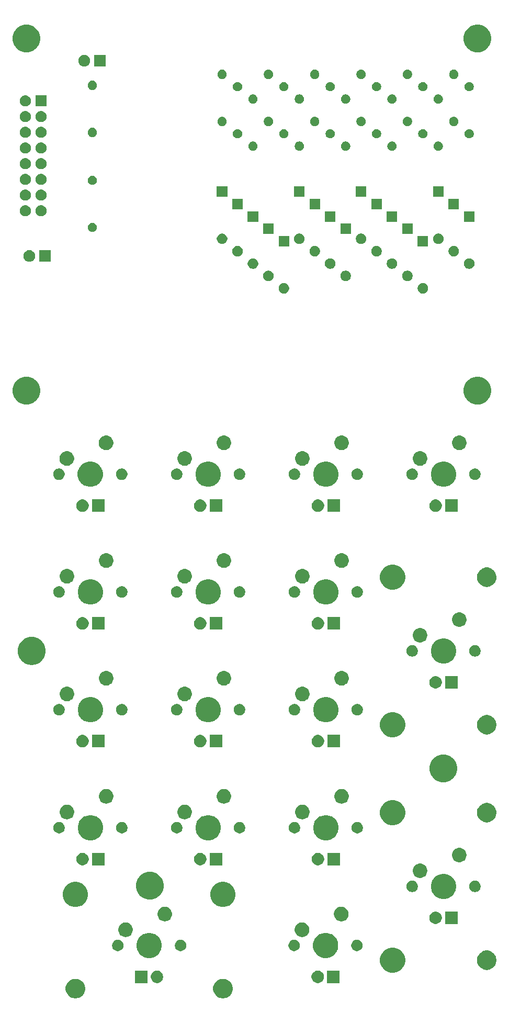
<source format=gbs>
G04 #@! TF.GenerationSoftware,KiCad,Pcbnew,(5.1.5)-3*
G04 #@! TF.CreationDate,2021-09-09T23:01:50-04:00*
G04 #@! TF.ProjectId,numpad_pcb,6e756d70-6164-45f7-9063-622e6b696361,rev?*
G04 #@! TF.SameCoordinates,Original*
G04 #@! TF.FileFunction,Soldermask,Bot*
G04 #@! TF.FilePolarity,Negative*
%FSLAX46Y46*%
G04 Gerber Fmt 4.6, Leading zero omitted, Abs format (unit mm)*
G04 Created by KiCad (PCBNEW (5.1.5)-3) date 2021-09-09 23:01:50*
%MOMM*%
%LPD*%
G04 APERTURE LIST*
%ADD10C,0.100000*%
G04 APERTURE END LIST*
D10*
G36*
X99645267Y-182190263D02*
G01*
X99797411Y-182220526D01*
X99916137Y-182269704D01*
X100084041Y-182339252D01*
X100084042Y-182339253D01*
X100342004Y-182511617D01*
X100561383Y-182730996D01*
X100676553Y-182903361D01*
X100733748Y-182988959D01*
X100852474Y-183275590D01*
X100913000Y-183579875D01*
X100913000Y-183890125D01*
X100852474Y-184194410D01*
X100733748Y-184481041D01*
X100733747Y-184481042D01*
X100561383Y-184739004D01*
X100342004Y-184958383D01*
X100169639Y-185073553D01*
X100084041Y-185130748D01*
X99916137Y-185200296D01*
X99797411Y-185249474D01*
X99645267Y-185279737D01*
X99493125Y-185310000D01*
X99182875Y-185310000D01*
X99030733Y-185279737D01*
X98878589Y-185249474D01*
X98759863Y-185200296D01*
X98591959Y-185130748D01*
X98506361Y-185073553D01*
X98333996Y-184958383D01*
X98114617Y-184739004D01*
X97942253Y-184481042D01*
X97942252Y-184481041D01*
X97823526Y-184194410D01*
X97763000Y-183890125D01*
X97763000Y-183579875D01*
X97823526Y-183275590D01*
X97942252Y-182988959D01*
X97999447Y-182903361D01*
X98114617Y-182730996D01*
X98333996Y-182511617D01*
X98591958Y-182339253D01*
X98591959Y-182339252D01*
X98759863Y-182269704D01*
X98878589Y-182220526D01*
X99030733Y-182190263D01*
X99182875Y-182160000D01*
X99493125Y-182160000D01*
X99645267Y-182190263D01*
G37*
G36*
X75769267Y-182190263D02*
G01*
X75921411Y-182220526D01*
X76040137Y-182269704D01*
X76208041Y-182339252D01*
X76208042Y-182339253D01*
X76466004Y-182511617D01*
X76685383Y-182730996D01*
X76800553Y-182903361D01*
X76857748Y-182988959D01*
X76976474Y-183275590D01*
X77037000Y-183579875D01*
X77037000Y-183890125D01*
X76976474Y-184194410D01*
X76857748Y-184481041D01*
X76857747Y-184481042D01*
X76685383Y-184739004D01*
X76466004Y-184958383D01*
X76293639Y-185073553D01*
X76208041Y-185130748D01*
X76040137Y-185200296D01*
X75921411Y-185249474D01*
X75769267Y-185279737D01*
X75617125Y-185310000D01*
X75306875Y-185310000D01*
X75154733Y-185279737D01*
X75002589Y-185249474D01*
X74883863Y-185200296D01*
X74715959Y-185130748D01*
X74630361Y-185073553D01*
X74457996Y-184958383D01*
X74238617Y-184739004D01*
X74066253Y-184481042D01*
X74066252Y-184481041D01*
X73947526Y-184194410D01*
X73887000Y-183890125D01*
X73887000Y-183579875D01*
X73947526Y-183275590D01*
X74066252Y-182988959D01*
X74123447Y-182903361D01*
X74238617Y-182730996D01*
X74457996Y-182511617D01*
X74715958Y-182339253D01*
X74715959Y-182339252D01*
X74883863Y-182269704D01*
X75002589Y-182220526D01*
X75154733Y-182190263D01*
X75306875Y-182160000D01*
X75617125Y-182160000D01*
X75769267Y-182190263D01*
G37*
G36*
X114806425Y-180831988D02*
G01*
X114972710Y-180865063D01*
X115155336Y-180940709D01*
X115319694Y-181050530D01*
X115459470Y-181190306D01*
X115569291Y-181354664D01*
X115644937Y-181537290D01*
X115683500Y-181731164D01*
X115683500Y-181928836D01*
X115644937Y-182122710D01*
X115569291Y-182305336D01*
X115459470Y-182469694D01*
X115319694Y-182609470D01*
X115155336Y-182719291D01*
X114972710Y-182794937D01*
X114806425Y-182828012D01*
X114778837Y-182833500D01*
X114581163Y-182833500D01*
X114553575Y-182828012D01*
X114387290Y-182794937D01*
X114204664Y-182719291D01*
X114040306Y-182609470D01*
X113900530Y-182469694D01*
X113790709Y-182305336D01*
X113715063Y-182122710D01*
X113676500Y-181928836D01*
X113676500Y-181731164D01*
X113715063Y-181537290D01*
X113790709Y-181354664D01*
X113900530Y-181190306D01*
X114040306Y-181050530D01*
X114204664Y-180940709D01*
X114387290Y-180865063D01*
X114553575Y-180831988D01*
X114581163Y-180826500D01*
X114778837Y-180826500D01*
X114806425Y-180831988D01*
G37*
G36*
X118223500Y-182833500D02*
G01*
X116216500Y-182833500D01*
X116216500Y-180826500D01*
X118223500Y-180826500D01*
X118223500Y-182833500D01*
G37*
G36*
X87133500Y-182833500D02*
G01*
X85126500Y-182833500D01*
X85126500Y-180826500D01*
X87133500Y-180826500D01*
X87133500Y-182833500D01*
G37*
G36*
X88796425Y-180831988D02*
G01*
X88962710Y-180865063D01*
X89145336Y-180940709D01*
X89309694Y-181050530D01*
X89449470Y-181190306D01*
X89559291Y-181354664D01*
X89634937Y-181537290D01*
X89673500Y-181731164D01*
X89673500Y-181928836D01*
X89634937Y-182122710D01*
X89559291Y-182305336D01*
X89449470Y-182469694D01*
X89309694Y-182609470D01*
X89145336Y-182719291D01*
X88962710Y-182794937D01*
X88796425Y-182828012D01*
X88768837Y-182833500D01*
X88571163Y-182833500D01*
X88543575Y-182828012D01*
X88377290Y-182794937D01*
X88194664Y-182719291D01*
X88030306Y-182609470D01*
X87890530Y-182469694D01*
X87780709Y-182305336D01*
X87705063Y-182122710D01*
X87666500Y-181928836D01*
X87666500Y-181731164D01*
X87705063Y-181537290D01*
X87780709Y-181354664D01*
X87890530Y-181190306D01*
X88030306Y-181050530D01*
X88194664Y-180940709D01*
X88377290Y-180865063D01*
X88543575Y-180831988D01*
X88571163Y-180826500D01*
X88768837Y-180826500D01*
X88796425Y-180831988D01*
G37*
G36*
X127391474Y-177171684D02*
G01*
X127609474Y-177261983D01*
X127763623Y-177325833D01*
X128098548Y-177549623D01*
X128383377Y-177834452D01*
X128607167Y-178169377D01*
X128607167Y-178169378D01*
X128761316Y-178541526D01*
X128839900Y-178936594D01*
X128839900Y-179339406D01*
X128761316Y-179734474D01*
X128699363Y-179884041D01*
X128607167Y-180106623D01*
X128383377Y-180441548D01*
X128098548Y-180726377D01*
X127763623Y-180950167D01*
X127609474Y-181014017D01*
X127391474Y-181104316D01*
X126996406Y-181182900D01*
X126593594Y-181182900D01*
X126198526Y-181104316D01*
X125980526Y-181014017D01*
X125826377Y-180950167D01*
X125491452Y-180726377D01*
X125206623Y-180441548D01*
X124982833Y-180106623D01*
X124890637Y-179884041D01*
X124828684Y-179734474D01*
X124750100Y-179339406D01*
X124750100Y-178936594D01*
X124828684Y-178541526D01*
X124982833Y-178169378D01*
X124982833Y-178169377D01*
X125206623Y-177834452D01*
X125491452Y-177549623D01*
X125826377Y-177325833D01*
X125980526Y-177261983D01*
X126198526Y-177171684D01*
X126593594Y-177093100D01*
X126996406Y-177093100D01*
X127391474Y-177171684D01*
G37*
G36*
X142494411Y-177623526D02*
G01*
X142535184Y-177640415D01*
X142781041Y-177742252D01*
X142781042Y-177742253D01*
X143039004Y-177914617D01*
X143258383Y-178133996D01*
X143282024Y-178169378D01*
X143430748Y-178391959D01*
X143492700Y-178541525D01*
X143549474Y-178678589D01*
X143610000Y-178982875D01*
X143610000Y-179293125D01*
X143549474Y-179597410D01*
X143430748Y-179884041D01*
X143430747Y-179884042D01*
X143258383Y-180142004D01*
X143039004Y-180361383D01*
X142919028Y-180441548D01*
X142781041Y-180533748D01*
X142613137Y-180603296D01*
X142494411Y-180652474D01*
X142342267Y-180682737D01*
X142190125Y-180713000D01*
X141879875Y-180713000D01*
X141727733Y-180682737D01*
X141575589Y-180652474D01*
X141456863Y-180603296D01*
X141288959Y-180533748D01*
X141150972Y-180441548D01*
X141030996Y-180361383D01*
X140811617Y-180142004D01*
X140639253Y-179884042D01*
X140639252Y-179884041D01*
X140520526Y-179597410D01*
X140460000Y-179293125D01*
X140460000Y-178982875D01*
X140520526Y-178678589D01*
X140577300Y-178541525D01*
X140639252Y-178391959D01*
X140787976Y-178169378D01*
X140811617Y-178133996D01*
X141030996Y-177914617D01*
X141288958Y-177742253D01*
X141288959Y-177742252D01*
X141534816Y-177640415D01*
X141575589Y-177623526D01*
X141879875Y-177563000D01*
X142190125Y-177563000D01*
X142494411Y-177623526D01*
G37*
G36*
X116546474Y-174783684D02*
G01*
X116764474Y-174873983D01*
X116918623Y-174937833D01*
X117253548Y-175161623D01*
X117538377Y-175446452D01*
X117762167Y-175781377D01*
X117794562Y-175859586D01*
X117916316Y-176153526D01*
X117994900Y-176548594D01*
X117994900Y-176951406D01*
X117916316Y-177346474D01*
X117865451Y-177469272D01*
X117762167Y-177718623D01*
X117538377Y-178053548D01*
X117253548Y-178338377D01*
X116918623Y-178562167D01*
X116764474Y-178626017D01*
X116546474Y-178716316D01*
X116151406Y-178794900D01*
X115748594Y-178794900D01*
X115353526Y-178716316D01*
X115135526Y-178626017D01*
X114981377Y-178562167D01*
X114646452Y-178338377D01*
X114361623Y-178053548D01*
X114137833Y-177718623D01*
X114034549Y-177469272D01*
X113983684Y-177346474D01*
X113905100Y-176951406D01*
X113905100Y-176548594D01*
X113983684Y-176153526D01*
X114105438Y-175859586D01*
X114137833Y-175781377D01*
X114361623Y-175446452D01*
X114646452Y-175161623D01*
X114981377Y-174937833D01*
X115135526Y-174873983D01*
X115353526Y-174783684D01*
X115748594Y-174705100D01*
X116151406Y-174705100D01*
X116546474Y-174783684D01*
G37*
G36*
X87996474Y-174783684D02*
G01*
X88214474Y-174873983D01*
X88368623Y-174937833D01*
X88703548Y-175161623D01*
X88988377Y-175446452D01*
X89212167Y-175781377D01*
X89244562Y-175859586D01*
X89366316Y-176153526D01*
X89444900Y-176548594D01*
X89444900Y-176951406D01*
X89366316Y-177346474D01*
X89315451Y-177469272D01*
X89212167Y-177718623D01*
X88988377Y-178053548D01*
X88703548Y-178338377D01*
X88368623Y-178562167D01*
X88214474Y-178626017D01*
X87996474Y-178716316D01*
X87601406Y-178794900D01*
X87198594Y-178794900D01*
X86803526Y-178716316D01*
X86585526Y-178626017D01*
X86431377Y-178562167D01*
X86096452Y-178338377D01*
X85811623Y-178053548D01*
X85587833Y-177718623D01*
X85484549Y-177469272D01*
X85433684Y-177346474D01*
X85355100Y-176951406D01*
X85355100Y-176548594D01*
X85433684Y-176153526D01*
X85555438Y-175859586D01*
X85587833Y-175781377D01*
X85811623Y-175446452D01*
X86096452Y-175161623D01*
X86431377Y-174937833D01*
X86585526Y-174873983D01*
X86803526Y-174783684D01*
X87198594Y-174705100D01*
X87601406Y-174705100D01*
X87996474Y-174783684D01*
G37*
G36*
X92750104Y-175859585D02*
G01*
X92918626Y-175929389D01*
X93070291Y-176030728D01*
X93199272Y-176159709D01*
X93300611Y-176311374D01*
X93370415Y-176479896D01*
X93406000Y-176658797D01*
X93406000Y-176841203D01*
X93370415Y-177020104D01*
X93300611Y-177188626D01*
X93199272Y-177340291D01*
X93070291Y-177469272D01*
X92918626Y-177570611D01*
X92750104Y-177640415D01*
X92571203Y-177676000D01*
X92388797Y-177676000D01*
X92209896Y-177640415D01*
X92041374Y-177570611D01*
X91889709Y-177469272D01*
X91760728Y-177340291D01*
X91659389Y-177188626D01*
X91589585Y-177020104D01*
X91554000Y-176841203D01*
X91554000Y-176658797D01*
X91589585Y-176479896D01*
X91659389Y-176311374D01*
X91760728Y-176159709D01*
X91889709Y-176030728D01*
X92041374Y-175929389D01*
X92209896Y-175859585D01*
X92388797Y-175824000D01*
X92571203Y-175824000D01*
X92750104Y-175859585D01*
G37*
G36*
X121300104Y-175859585D02*
G01*
X121468626Y-175929389D01*
X121620291Y-176030728D01*
X121749272Y-176159709D01*
X121850611Y-176311374D01*
X121920415Y-176479896D01*
X121956000Y-176658797D01*
X121956000Y-176841203D01*
X121920415Y-177020104D01*
X121850611Y-177188626D01*
X121749272Y-177340291D01*
X121620291Y-177469272D01*
X121468626Y-177570611D01*
X121300104Y-177640415D01*
X121121203Y-177676000D01*
X120938797Y-177676000D01*
X120759896Y-177640415D01*
X120591374Y-177570611D01*
X120439709Y-177469272D01*
X120310728Y-177340291D01*
X120209389Y-177188626D01*
X120139585Y-177020104D01*
X120104000Y-176841203D01*
X120104000Y-176658797D01*
X120139585Y-176479896D01*
X120209389Y-176311374D01*
X120310728Y-176159709D01*
X120439709Y-176030728D01*
X120591374Y-175929389D01*
X120759896Y-175859585D01*
X120938797Y-175824000D01*
X121121203Y-175824000D01*
X121300104Y-175859585D01*
G37*
G36*
X111140104Y-175859585D02*
G01*
X111308626Y-175929389D01*
X111460291Y-176030728D01*
X111589272Y-176159709D01*
X111690611Y-176311374D01*
X111760415Y-176479896D01*
X111796000Y-176658797D01*
X111796000Y-176841203D01*
X111760415Y-177020104D01*
X111690611Y-177188626D01*
X111589272Y-177340291D01*
X111460291Y-177469272D01*
X111308626Y-177570611D01*
X111140104Y-177640415D01*
X110961203Y-177676000D01*
X110778797Y-177676000D01*
X110599896Y-177640415D01*
X110431374Y-177570611D01*
X110279709Y-177469272D01*
X110150728Y-177340291D01*
X110049389Y-177188626D01*
X109979585Y-177020104D01*
X109944000Y-176841203D01*
X109944000Y-176658797D01*
X109979585Y-176479896D01*
X110049389Y-176311374D01*
X110150728Y-176159709D01*
X110279709Y-176030728D01*
X110431374Y-175929389D01*
X110599896Y-175859585D01*
X110778797Y-175824000D01*
X110961203Y-175824000D01*
X111140104Y-175859585D01*
G37*
G36*
X82590104Y-175859585D02*
G01*
X82758626Y-175929389D01*
X82910291Y-176030728D01*
X83039272Y-176159709D01*
X83140611Y-176311374D01*
X83210415Y-176479896D01*
X83246000Y-176658797D01*
X83246000Y-176841203D01*
X83210415Y-177020104D01*
X83140611Y-177188626D01*
X83039272Y-177340291D01*
X82910291Y-177469272D01*
X82758626Y-177570611D01*
X82590104Y-177640415D01*
X82411203Y-177676000D01*
X82228797Y-177676000D01*
X82049896Y-177640415D01*
X81881374Y-177570611D01*
X81729709Y-177469272D01*
X81600728Y-177340291D01*
X81499389Y-177188626D01*
X81429585Y-177020104D01*
X81394000Y-176841203D01*
X81394000Y-176658797D01*
X81429585Y-176479896D01*
X81499389Y-176311374D01*
X81600728Y-176159709D01*
X81729709Y-176030728D01*
X81881374Y-175929389D01*
X82049896Y-175859585D01*
X82228797Y-175824000D01*
X82411203Y-175824000D01*
X82590104Y-175859585D01*
G37*
G36*
X83781560Y-173049064D02*
G01*
X83933027Y-173079193D01*
X84147045Y-173167842D01*
X84211249Y-173210742D01*
X84339654Y-173296539D01*
X84503461Y-173460346D01*
X84589258Y-173588751D01*
X84632158Y-173652955D01*
X84720807Y-173866973D01*
X84766000Y-174094174D01*
X84766000Y-174325826D01*
X84720807Y-174553027D01*
X84632158Y-174767045D01*
X84632157Y-174767046D01*
X84503461Y-174959654D01*
X84339654Y-175123461D01*
X84282540Y-175161623D01*
X84147045Y-175252158D01*
X83933027Y-175340807D01*
X83781560Y-175370936D01*
X83705827Y-175386000D01*
X83474173Y-175386000D01*
X83398440Y-175370936D01*
X83246973Y-175340807D01*
X83032955Y-175252158D01*
X82897460Y-175161623D01*
X82840346Y-175123461D01*
X82676539Y-174959654D01*
X82547843Y-174767046D01*
X82547842Y-174767045D01*
X82459193Y-174553027D01*
X82414000Y-174325826D01*
X82414000Y-174094174D01*
X82459193Y-173866973D01*
X82547842Y-173652955D01*
X82590742Y-173588751D01*
X82676539Y-173460346D01*
X82840346Y-173296539D01*
X82968751Y-173210742D01*
X83032955Y-173167842D01*
X83246973Y-173079193D01*
X83398440Y-173049064D01*
X83474173Y-173034000D01*
X83705827Y-173034000D01*
X83781560Y-173049064D01*
G37*
G36*
X112331560Y-173049064D02*
G01*
X112483027Y-173079193D01*
X112697045Y-173167842D01*
X112761249Y-173210742D01*
X112889654Y-173296539D01*
X113053461Y-173460346D01*
X113139258Y-173588751D01*
X113182158Y-173652955D01*
X113270807Y-173866973D01*
X113316000Y-174094174D01*
X113316000Y-174325826D01*
X113270807Y-174553027D01*
X113182158Y-174767045D01*
X113182157Y-174767046D01*
X113053461Y-174959654D01*
X112889654Y-175123461D01*
X112832540Y-175161623D01*
X112697045Y-175252158D01*
X112483027Y-175340807D01*
X112331560Y-175370936D01*
X112255827Y-175386000D01*
X112024173Y-175386000D01*
X111948440Y-175370936D01*
X111796973Y-175340807D01*
X111582955Y-175252158D01*
X111447460Y-175161623D01*
X111390346Y-175123461D01*
X111226539Y-174959654D01*
X111097843Y-174767046D01*
X111097842Y-174767045D01*
X111009193Y-174553027D01*
X110964000Y-174325826D01*
X110964000Y-174094174D01*
X111009193Y-173866973D01*
X111097842Y-173652955D01*
X111140742Y-173588751D01*
X111226539Y-173460346D01*
X111390346Y-173296539D01*
X111518751Y-173210742D01*
X111582955Y-173167842D01*
X111796973Y-173079193D01*
X111948440Y-173049064D01*
X112024173Y-173034000D01*
X112255827Y-173034000D01*
X112331560Y-173049064D01*
G37*
G36*
X137323500Y-173283500D02*
G01*
X135316500Y-173283500D01*
X135316500Y-171276500D01*
X137323500Y-171276500D01*
X137323500Y-173283500D01*
G37*
G36*
X133906425Y-171281988D02*
G01*
X134072710Y-171315063D01*
X134255336Y-171390709D01*
X134419694Y-171500530D01*
X134559470Y-171640306D01*
X134669291Y-171804664D01*
X134744937Y-171987290D01*
X134783500Y-172181164D01*
X134783500Y-172378836D01*
X134744937Y-172572710D01*
X134669291Y-172755336D01*
X134559470Y-172919694D01*
X134419694Y-173059470D01*
X134255336Y-173169291D01*
X134072710Y-173244937D01*
X133906425Y-173278012D01*
X133878837Y-173283500D01*
X133681163Y-173283500D01*
X133653575Y-173278012D01*
X133487290Y-173244937D01*
X133304664Y-173169291D01*
X133140306Y-173059470D01*
X133000530Y-172919694D01*
X132890709Y-172755336D01*
X132815063Y-172572710D01*
X132776500Y-172378836D01*
X132776500Y-172181164D01*
X132815063Y-171987290D01*
X132890709Y-171804664D01*
X133000530Y-171640306D01*
X133140306Y-171500530D01*
X133304664Y-171390709D01*
X133487290Y-171315063D01*
X133653575Y-171281988D01*
X133681163Y-171276500D01*
X133878837Y-171276500D01*
X133906425Y-171281988D01*
G37*
G36*
X118681560Y-170509064D02*
G01*
X118833027Y-170539193D01*
X119047045Y-170627842D01*
X119047046Y-170627843D01*
X119239654Y-170756539D01*
X119403461Y-170920346D01*
X119489258Y-171048751D01*
X119532158Y-171112955D01*
X119620807Y-171326973D01*
X119620807Y-171326975D01*
X119666000Y-171554173D01*
X119666000Y-171785827D01*
X119650936Y-171861560D01*
X119620807Y-172013027D01*
X119532158Y-172227045D01*
X119532157Y-172227046D01*
X119403461Y-172419654D01*
X119239654Y-172583461D01*
X119111249Y-172669258D01*
X119047045Y-172712158D01*
X118833027Y-172800807D01*
X118681560Y-172830936D01*
X118605827Y-172846000D01*
X118374173Y-172846000D01*
X118298440Y-172830936D01*
X118146973Y-172800807D01*
X117932955Y-172712158D01*
X117868751Y-172669258D01*
X117740346Y-172583461D01*
X117576539Y-172419654D01*
X117447843Y-172227046D01*
X117447842Y-172227045D01*
X117359193Y-172013027D01*
X117329064Y-171861560D01*
X117314000Y-171785827D01*
X117314000Y-171554173D01*
X117359193Y-171326975D01*
X117359193Y-171326973D01*
X117447842Y-171112955D01*
X117490742Y-171048751D01*
X117576539Y-170920346D01*
X117740346Y-170756539D01*
X117932954Y-170627843D01*
X117932955Y-170627842D01*
X118146973Y-170539193D01*
X118298440Y-170509064D01*
X118374173Y-170494000D01*
X118605827Y-170494000D01*
X118681560Y-170509064D01*
G37*
G36*
X90131560Y-170509064D02*
G01*
X90283027Y-170539193D01*
X90497045Y-170627842D01*
X90497046Y-170627843D01*
X90689654Y-170756539D01*
X90853461Y-170920346D01*
X90939258Y-171048751D01*
X90982158Y-171112955D01*
X91070807Y-171326973D01*
X91070807Y-171326975D01*
X91116000Y-171554173D01*
X91116000Y-171785827D01*
X91100936Y-171861560D01*
X91070807Y-172013027D01*
X90982158Y-172227045D01*
X90982157Y-172227046D01*
X90853461Y-172419654D01*
X90689654Y-172583461D01*
X90561249Y-172669258D01*
X90497045Y-172712158D01*
X90283027Y-172800807D01*
X90131560Y-172830936D01*
X90055827Y-172846000D01*
X89824173Y-172846000D01*
X89748440Y-172830936D01*
X89596973Y-172800807D01*
X89382955Y-172712158D01*
X89318751Y-172669258D01*
X89190346Y-172583461D01*
X89026539Y-172419654D01*
X88897843Y-172227046D01*
X88897842Y-172227045D01*
X88809193Y-172013027D01*
X88779064Y-171861560D01*
X88764000Y-171785827D01*
X88764000Y-171554173D01*
X88809193Y-171326975D01*
X88809193Y-171326973D01*
X88897842Y-171112955D01*
X88940742Y-171048751D01*
X89026539Y-170920346D01*
X89190346Y-170756539D01*
X89382954Y-170627843D01*
X89382955Y-170627842D01*
X89596973Y-170539193D01*
X89748440Y-170509064D01*
X89824173Y-170494000D01*
X90055827Y-170494000D01*
X90131560Y-170509064D01*
G37*
G36*
X76058474Y-166528684D02*
G01*
X76239156Y-166603525D01*
X76430623Y-166682833D01*
X76765548Y-166906623D01*
X77050377Y-167191452D01*
X77274167Y-167526377D01*
X77274167Y-167526378D01*
X77428316Y-167898526D01*
X77506900Y-168293594D01*
X77506900Y-168696406D01*
X77428316Y-169091474D01*
X77397315Y-169166316D01*
X77274167Y-169463623D01*
X77050377Y-169798548D01*
X76765548Y-170083377D01*
X76430623Y-170307167D01*
X76276474Y-170371017D01*
X76058474Y-170461316D01*
X75663406Y-170539900D01*
X75260594Y-170539900D01*
X74865526Y-170461316D01*
X74647526Y-170371017D01*
X74493377Y-170307167D01*
X74158452Y-170083377D01*
X73873623Y-169798548D01*
X73649833Y-169463623D01*
X73526685Y-169166316D01*
X73495684Y-169091474D01*
X73417100Y-168696406D01*
X73417100Y-168293594D01*
X73495684Y-167898526D01*
X73649833Y-167526378D01*
X73649833Y-167526377D01*
X73873623Y-167191452D01*
X74158452Y-166906623D01*
X74493377Y-166682833D01*
X74684844Y-166603525D01*
X74865526Y-166528684D01*
X75260594Y-166450100D01*
X75663406Y-166450100D01*
X76058474Y-166528684D01*
G37*
G36*
X99934474Y-166528684D02*
G01*
X100115156Y-166603525D01*
X100306623Y-166682833D01*
X100641548Y-166906623D01*
X100926377Y-167191452D01*
X101150167Y-167526377D01*
X101150167Y-167526378D01*
X101304316Y-167898526D01*
X101382900Y-168293594D01*
X101382900Y-168696406D01*
X101304316Y-169091474D01*
X101273315Y-169166316D01*
X101150167Y-169463623D01*
X100926377Y-169798548D01*
X100641548Y-170083377D01*
X100306623Y-170307167D01*
X100152474Y-170371017D01*
X99934474Y-170461316D01*
X99539406Y-170539900D01*
X99136594Y-170539900D01*
X98741526Y-170461316D01*
X98523526Y-170371017D01*
X98369377Y-170307167D01*
X98034452Y-170083377D01*
X97749623Y-169798548D01*
X97525833Y-169463623D01*
X97402685Y-169166316D01*
X97371684Y-169091474D01*
X97293100Y-168696406D01*
X97293100Y-168293594D01*
X97371684Y-167898526D01*
X97525833Y-167526378D01*
X97525833Y-167526377D01*
X97749623Y-167191452D01*
X98034452Y-166906623D01*
X98369377Y-166682833D01*
X98560844Y-166603525D01*
X98741526Y-166528684D01*
X99136594Y-166450100D01*
X99539406Y-166450100D01*
X99934474Y-166528684D01*
G37*
G36*
X87775880Y-164859776D02*
G01*
X88156593Y-164935504D01*
X88566249Y-165105189D01*
X88934929Y-165351534D01*
X89248466Y-165665071D01*
X89494811Y-166033751D01*
X89664496Y-166443407D01*
X89751000Y-166878296D01*
X89751000Y-167321704D01*
X89664496Y-167756593D01*
X89494811Y-168166249D01*
X89248466Y-168534929D01*
X88934929Y-168848466D01*
X88566249Y-169094811D01*
X88156593Y-169264496D01*
X87775880Y-169340224D01*
X87721705Y-169351000D01*
X87278295Y-169351000D01*
X87224120Y-169340224D01*
X86843407Y-169264496D01*
X86433751Y-169094811D01*
X86065071Y-168848466D01*
X85751534Y-168534929D01*
X85505189Y-168166249D01*
X85335504Y-167756593D01*
X85249000Y-167321704D01*
X85249000Y-166878296D01*
X85335504Y-166443407D01*
X85505189Y-166033751D01*
X85751534Y-165665071D01*
X86065071Y-165351534D01*
X86433751Y-165105189D01*
X86843407Y-164935504D01*
X87224120Y-164859776D01*
X87278295Y-164849000D01*
X87721705Y-164849000D01*
X87775880Y-164859776D01*
G37*
G36*
X135646474Y-165233684D02*
G01*
X135864474Y-165323983D01*
X136018623Y-165387833D01*
X136353548Y-165611623D01*
X136638377Y-165896452D01*
X136862167Y-166231377D01*
X136894562Y-166309586D01*
X137016316Y-166603526D01*
X137094900Y-166998594D01*
X137094900Y-167401406D01*
X137016316Y-167796474D01*
X136965451Y-167919272D01*
X136862167Y-168168623D01*
X136638377Y-168503548D01*
X136353548Y-168788377D01*
X136018623Y-169012167D01*
X135864474Y-169076017D01*
X135646474Y-169166316D01*
X135251406Y-169244900D01*
X134848594Y-169244900D01*
X134453526Y-169166316D01*
X134235526Y-169076017D01*
X134081377Y-169012167D01*
X133746452Y-168788377D01*
X133461623Y-168503548D01*
X133237833Y-168168623D01*
X133134549Y-167919272D01*
X133083684Y-167796474D01*
X133005100Y-167401406D01*
X133005100Y-166998594D01*
X133083684Y-166603526D01*
X133205438Y-166309586D01*
X133237833Y-166231377D01*
X133461623Y-165896452D01*
X133746452Y-165611623D01*
X134081377Y-165387833D01*
X134235526Y-165323983D01*
X134453526Y-165233684D01*
X134848594Y-165155100D01*
X135251406Y-165155100D01*
X135646474Y-165233684D01*
G37*
G36*
X140400104Y-166309585D02*
G01*
X140568626Y-166379389D01*
X140720291Y-166480728D01*
X140849272Y-166609709D01*
X140950611Y-166761374D01*
X141020415Y-166929896D01*
X141056000Y-167108797D01*
X141056000Y-167291203D01*
X141020415Y-167470104D01*
X140950611Y-167638626D01*
X140849272Y-167790291D01*
X140720291Y-167919272D01*
X140568626Y-168020611D01*
X140400104Y-168090415D01*
X140221203Y-168126000D01*
X140038797Y-168126000D01*
X139859896Y-168090415D01*
X139691374Y-168020611D01*
X139539709Y-167919272D01*
X139410728Y-167790291D01*
X139309389Y-167638626D01*
X139239585Y-167470104D01*
X139204000Y-167291203D01*
X139204000Y-167108797D01*
X139239585Y-166929896D01*
X139309389Y-166761374D01*
X139410728Y-166609709D01*
X139539709Y-166480728D01*
X139691374Y-166379389D01*
X139859896Y-166309585D01*
X140038797Y-166274000D01*
X140221203Y-166274000D01*
X140400104Y-166309585D01*
G37*
G36*
X130240104Y-166309585D02*
G01*
X130408626Y-166379389D01*
X130560291Y-166480728D01*
X130689272Y-166609709D01*
X130790611Y-166761374D01*
X130860415Y-166929896D01*
X130896000Y-167108797D01*
X130896000Y-167291203D01*
X130860415Y-167470104D01*
X130790611Y-167638626D01*
X130689272Y-167790291D01*
X130560291Y-167919272D01*
X130408626Y-168020611D01*
X130240104Y-168090415D01*
X130061203Y-168126000D01*
X129878797Y-168126000D01*
X129699896Y-168090415D01*
X129531374Y-168020611D01*
X129379709Y-167919272D01*
X129250728Y-167790291D01*
X129149389Y-167638626D01*
X129079585Y-167470104D01*
X129044000Y-167291203D01*
X129044000Y-167108797D01*
X129079585Y-166929896D01*
X129149389Y-166761374D01*
X129250728Y-166609709D01*
X129379709Y-166480728D01*
X129531374Y-166379389D01*
X129699896Y-166309585D01*
X129878797Y-166274000D01*
X130061203Y-166274000D01*
X130240104Y-166309585D01*
G37*
G36*
X131431560Y-163499064D02*
G01*
X131583027Y-163529193D01*
X131797045Y-163617842D01*
X131797046Y-163617843D01*
X131989654Y-163746539D01*
X132153461Y-163910346D01*
X132239258Y-164038751D01*
X132282158Y-164102955D01*
X132370807Y-164316973D01*
X132416000Y-164544174D01*
X132416000Y-164775826D01*
X132370807Y-165003027D01*
X132282158Y-165217045D01*
X132282157Y-165217046D01*
X132153461Y-165409654D01*
X131989654Y-165573461D01*
X131932540Y-165611623D01*
X131797045Y-165702158D01*
X131583027Y-165790807D01*
X131431560Y-165820936D01*
X131355827Y-165836000D01*
X131124173Y-165836000D01*
X131048440Y-165820936D01*
X130896973Y-165790807D01*
X130682955Y-165702158D01*
X130547460Y-165611623D01*
X130490346Y-165573461D01*
X130326539Y-165409654D01*
X130197843Y-165217046D01*
X130197842Y-165217045D01*
X130109193Y-165003027D01*
X130064000Y-164775826D01*
X130064000Y-164544174D01*
X130109193Y-164316973D01*
X130197842Y-164102955D01*
X130240742Y-164038751D01*
X130326539Y-163910346D01*
X130490346Y-163746539D01*
X130682954Y-163617843D01*
X130682955Y-163617842D01*
X130896973Y-163529193D01*
X131048440Y-163499064D01*
X131124173Y-163484000D01*
X131355827Y-163484000D01*
X131431560Y-163499064D01*
G37*
G36*
X80173500Y-163783500D02*
G01*
X78166500Y-163783500D01*
X78166500Y-161776500D01*
X80173500Y-161776500D01*
X80173500Y-163783500D01*
G37*
G36*
X76756425Y-161781988D02*
G01*
X76922710Y-161815063D01*
X77105336Y-161890709D01*
X77269694Y-162000530D01*
X77409470Y-162140306D01*
X77519291Y-162304664D01*
X77594937Y-162487290D01*
X77633500Y-162681164D01*
X77633500Y-162878836D01*
X77594937Y-163072710D01*
X77519291Y-163255336D01*
X77409470Y-163419694D01*
X77269694Y-163559470D01*
X77105336Y-163669291D01*
X76922710Y-163744937D01*
X76756425Y-163778012D01*
X76728837Y-163783500D01*
X76531163Y-163783500D01*
X76503575Y-163778012D01*
X76337290Y-163744937D01*
X76154664Y-163669291D01*
X75990306Y-163559470D01*
X75850530Y-163419694D01*
X75740709Y-163255336D01*
X75665063Y-163072710D01*
X75626500Y-162878836D01*
X75626500Y-162681164D01*
X75665063Y-162487290D01*
X75740709Y-162304664D01*
X75850530Y-162140306D01*
X75990306Y-162000530D01*
X76154664Y-161890709D01*
X76337290Y-161815063D01*
X76503575Y-161781988D01*
X76531163Y-161776500D01*
X76728837Y-161776500D01*
X76756425Y-161781988D01*
G37*
G36*
X95806425Y-161781988D02*
G01*
X95972710Y-161815063D01*
X96155336Y-161890709D01*
X96319694Y-162000530D01*
X96459470Y-162140306D01*
X96569291Y-162304664D01*
X96644937Y-162487290D01*
X96683500Y-162681164D01*
X96683500Y-162878836D01*
X96644937Y-163072710D01*
X96569291Y-163255336D01*
X96459470Y-163419694D01*
X96319694Y-163559470D01*
X96155336Y-163669291D01*
X95972710Y-163744937D01*
X95806425Y-163778012D01*
X95778837Y-163783500D01*
X95581163Y-163783500D01*
X95553575Y-163778012D01*
X95387290Y-163744937D01*
X95204664Y-163669291D01*
X95040306Y-163559470D01*
X94900530Y-163419694D01*
X94790709Y-163255336D01*
X94715063Y-163072710D01*
X94676500Y-162878836D01*
X94676500Y-162681164D01*
X94715063Y-162487290D01*
X94790709Y-162304664D01*
X94900530Y-162140306D01*
X95040306Y-162000530D01*
X95204664Y-161890709D01*
X95387290Y-161815063D01*
X95553575Y-161781988D01*
X95581163Y-161776500D01*
X95778837Y-161776500D01*
X95806425Y-161781988D01*
G37*
G36*
X114856425Y-161781988D02*
G01*
X115022710Y-161815063D01*
X115205336Y-161890709D01*
X115369694Y-162000530D01*
X115509470Y-162140306D01*
X115619291Y-162304664D01*
X115694937Y-162487290D01*
X115733500Y-162681164D01*
X115733500Y-162878836D01*
X115694937Y-163072710D01*
X115619291Y-163255336D01*
X115509470Y-163419694D01*
X115369694Y-163559470D01*
X115205336Y-163669291D01*
X115022710Y-163744937D01*
X114856425Y-163778012D01*
X114828837Y-163783500D01*
X114631163Y-163783500D01*
X114603575Y-163778012D01*
X114437290Y-163744937D01*
X114254664Y-163669291D01*
X114090306Y-163559470D01*
X113950530Y-163419694D01*
X113840709Y-163255336D01*
X113765063Y-163072710D01*
X113726500Y-162878836D01*
X113726500Y-162681164D01*
X113765063Y-162487290D01*
X113840709Y-162304664D01*
X113950530Y-162140306D01*
X114090306Y-162000530D01*
X114254664Y-161890709D01*
X114437290Y-161815063D01*
X114603575Y-161781988D01*
X114631163Y-161776500D01*
X114828837Y-161776500D01*
X114856425Y-161781988D01*
G37*
G36*
X118273500Y-163783500D02*
G01*
X116266500Y-163783500D01*
X116266500Y-161776500D01*
X118273500Y-161776500D01*
X118273500Y-163783500D01*
G37*
G36*
X99223500Y-163783500D02*
G01*
X97216500Y-163783500D01*
X97216500Y-161776500D01*
X99223500Y-161776500D01*
X99223500Y-163783500D01*
G37*
G36*
X137781560Y-160959064D02*
G01*
X137933027Y-160989193D01*
X138147045Y-161077842D01*
X138147046Y-161077843D01*
X138339654Y-161206539D01*
X138503461Y-161370346D01*
X138589258Y-161498751D01*
X138632158Y-161562955D01*
X138720807Y-161776973D01*
X138766000Y-162004174D01*
X138766000Y-162235826D01*
X138720807Y-162463027D01*
X138632158Y-162677045D01*
X138589258Y-162741249D01*
X138503461Y-162869654D01*
X138339654Y-163033461D01*
X138280913Y-163072710D01*
X138147045Y-163162158D01*
X137933027Y-163250807D01*
X137781560Y-163280936D01*
X137705827Y-163296000D01*
X137474173Y-163296000D01*
X137398440Y-163280936D01*
X137246973Y-163250807D01*
X137032955Y-163162158D01*
X136899087Y-163072710D01*
X136840346Y-163033461D01*
X136676539Y-162869654D01*
X136590742Y-162741249D01*
X136547842Y-162677045D01*
X136459193Y-162463027D01*
X136414000Y-162235826D01*
X136414000Y-162004174D01*
X136459193Y-161776973D01*
X136547842Y-161562955D01*
X136590742Y-161498751D01*
X136676539Y-161370346D01*
X136840346Y-161206539D01*
X137032954Y-161077843D01*
X137032955Y-161077842D01*
X137246973Y-160989193D01*
X137398440Y-160959064D01*
X137474173Y-160944000D01*
X137705827Y-160944000D01*
X137781560Y-160959064D01*
G37*
G36*
X78496474Y-155733684D02*
G01*
X78714474Y-155823983D01*
X78868623Y-155887833D01*
X79203548Y-156111623D01*
X79488377Y-156396452D01*
X79712167Y-156731377D01*
X79744562Y-156809586D01*
X79866316Y-157103526D01*
X79944900Y-157498594D01*
X79944900Y-157901406D01*
X79866316Y-158296474D01*
X79815451Y-158419272D01*
X79712167Y-158668623D01*
X79488377Y-159003548D01*
X79203548Y-159288377D01*
X78868623Y-159512167D01*
X78714474Y-159576017D01*
X78496474Y-159666316D01*
X78101406Y-159744900D01*
X77698594Y-159744900D01*
X77303526Y-159666316D01*
X77085526Y-159576017D01*
X76931377Y-159512167D01*
X76596452Y-159288377D01*
X76311623Y-159003548D01*
X76087833Y-158668623D01*
X75984549Y-158419272D01*
X75933684Y-158296474D01*
X75855100Y-157901406D01*
X75855100Y-157498594D01*
X75933684Y-157103526D01*
X76055438Y-156809586D01*
X76087833Y-156731377D01*
X76311623Y-156396452D01*
X76596452Y-156111623D01*
X76931377Y-155887833D01*
X77085526Y-155823983D01*
X77303526Y-155733684D01*
X77698594Y-155655100D01*
X78101406Y-155655100D01*
X78496474Y-155733684D01*
G37*
G36*
X116596474Y-155733684D02*
G01*
X116814474Y-155823983D01*
X116968623Y-155887833D01*
X117303548Y-156111623D01*
X117588377Y-156396452D01*
X117812167Y-156731377D01*
X117844562Y-156809586D01*
X117966316Y-157103526D01*
X118044900Y-157498594D01*
X118044900Y-157901406D01*
X117966316Y-158296474D01*
X117915451Y-158419272D01*
X117812167Y-158668623D01*
X117588377Y-159003548D01*
X117303548Y-159288377D01*
X116968623Y-159512167D01*
X116814474Y-159576017D01*
X116596474Y-159666316D01*
X116201406Y-159744900D01*
X115798594Y-159744900D01*
X115403526Y-159666316D01*
X115185526Y-159576017D01*
X115031377Y-159512167D01*
X114696452Y-159288377D01*
X114411623Y-159003548D01*
X114187833Y-158668623D01*
X114084549Y-158419272D01*
X114033684Y-158296474D01*
X113955100Y-157901406D01*
X113955100Y-157498594D01*
X114033684Y-157103526D01*
X114155438Y-156809586D01*
X114187833Y-156731377D01*
X114411623Y-156396452D01*
X114696452Y-156111623D01*
X115031377Y-155887833D01*
X115185526Y-155823983D01*
X115403526Y-155733684D01*
X115798594Y-155655100D01*
X116201406Y-155655100D01*
X116596474Y-155733684D01*
G37*
G36*
X97546474Y-155733684D02*
G01*
X97764474Y-155823983D01*
X97918623Y-155887833D01*
X98253548Y-156111623D01*
X98538377Y-156396452D01*
X98762167Y-156731377D01*
X98794562Y-156809586D01*
X98916316Y-157103526D01*
X98994900Y-157498594D01*
X98994900Y-157901406D01*
X98916316Y-158296474D01*
X98865451Y-158419272D01*
X98762167Y-158668623D01*
X98538377Y-159003548D01*
X98253548Y-159288377D01*
X97918623Y-159512167D01*
X97764474Y-159576017D01*
X97546474Y-159666316D01*
X97151406Y-159744900D01*
X96748594Y-159744900D01*
X96353526Y-159666316D01*
X96135526Y-159576017D01*
X95981377Y-159512167D01*
X95646452Y-159288377D01*
X95361623Y-159003548D01*
X95137833Y-158668623D01*
X95034549Y-158419272D01*
X94983684Y-158296474D01*
X94905100Y-157901406D01*
X94905100Y-157498594D01*
X94983684Y-157103526D01*
X95105438Y-156809586D01*
X95137833Y-156731377D01*
X95361623Y-156396452D01*
X95646452Y-156111623D01*
X95981377Y-155887833D01*
X96135526Y-155823983D01*
X96353526Y-155733684D01*
X96748594Y-155655100D01*
X97151406Y-155655100D01*
X97546474Y-155733684D01*
G37*
G36*
X83250104Y-156809585D02*
G01*
X83418626Y-156879389D01*
X83570291Y-156980728D01*
X83699272Y-157109709D01*
X83800611Y-157261374D01*
X83870415Y-157429896D01*
X83906000Y-157608797D01*
X83906000Y-157791203D01*
X83870415Y-157970104D01*
X83800611Y-158138626D01*
X83699272Y-158290291D01*
X83570291Y-158419272D01*
X83418626Y-158520611D01*
X83250104Y-158590415D01*
X83071203Y-158626000D01*
X82888797Y-158626000D01*
X82709896Y-158590415D01*
X82541374Y-158520611D01*
X82389709Y-158419272D01*
X82260728Y-158290291D01*
X82159389Y-158138626D01*
X82089585Y-157970104D01*
X82054000Y-157791203D01*
X82054000Y-157608797D01*
X82089585Y-157429896D01*
X82159389Y-157261374D01*
X82260728Y-157109709D01*
X82389709Y-156980728D01*
X82541374Y-156879389D01*
X82709896Y-156809585D01*
X82888797Y-156774000D01*
X83071203Y-156774000D01*
X83250104Y-156809585D01*
G37*
G36*
X92140104Y-156809585D02*
G01*
X92308626Y-156879389D01*
X92460291Y-156980728D01*
X92589272Y-157109709D01*
X92690611Y-157261374D01*
X92760415Y-157429896D01*
X92796000Y-157608797D01*
X92796000Y-157791203D01*
X92760415Y-157970104D01*
X92690611Y-158138626D01*
X92589272Y-158290291D01*
X92460291Y-158419272D01*
X92308626Y-158520611D01*
X92140104Y-158590415D01*
X91961203Y-158626000D01*
X91778797Y-158626000D01*
X91599896Y-158590415D01*
X91431374Y-158520611D01*
X91279709Y-158419272D01*
X91150728Y-158290291D01*
X91049389Y-158138626D01*
X90979585Y-157970104D01*
X90944000Y-157791203D01*
X90944000Y-157608797D01*
X90979585Y-157429896D01*
X91049389Y-157261374D01*
X91150728Y-157109709D01*
X91279709Y-156980728D01*
X91431374Y-156879389D01*
X91599896Y-156809585D01*
X91778797Y-156774000D01*
X91961203Y-156774000D01*
X92140104Y-156809585D01*
G37*
G36*
X102300104Y-156809585D02*
G01*
X102468626Y-156879389D01*
X102620291Y-156980728D01*
X102749272Y-157109709D01*
X102850611Y-157261374D01*
X102920415Y-157429896D01*
X102956000Y-157608797D01*
X102956000Y-157791203D01*
X102920415Y-157970104D01*
X102850611Y-158138626D01*
X102749272Y-158290291D01*
X102620291Y-158419272D01*
X102468626Y-158520611D01*
X102300104Y-158590415D01*
X102121203Y-158626000D01*
X101938797Y-158626000D01*
X101759896Y-158590415D01*
X101591374Y-158520611D01*
X101439709Y-158419272D01*
X101310728Y-158290291D01*
X101209389Y-158138626D01*
X101139585Y-157970104D01*
X101104000Y-157791203D01*
X101104000Y-157608797D01*
X101139585Y-157429896D01*
X101209389Y-157261374D01*
X101310728Y-157109709D01*
X101439709Y-156980728D01*
X101591374Y-156879389D01*
X101759896Y-156809585D01*
X101938797Y-156774000D01*
X102121203Y-156774000D01*
X102300104Y-156809585D01*
G37*
G36*
X111190104Y-156809585D02*
G01*
X111358626Y-156879389D01*
X111510291Y-156980728D01*
X111639272Y-157109709D01*
X111740611Y-157261374D01*
X111810415Y-157429896D01*
X111846000Y-157608797D01*
X111846000Y-157791203D01*
X111810415Y-157970104D01*
X111740611Y-158138626D01*
X111639272Y-158290291D01*
X111510291Y-158419272D01*
X111358626Y-158520611D01*
X111190104Y-158590415D01*
X111011203Y-158626000D01*
X110828797Y-158626000D01*
X110649896Y-158590415D01*
X110481374Y-158520611D01*
X110329709Y-158419272D01*
X110200728Y-158290291D01*
X110099389Y-158138626D01*
X110029585Y-157970104D01*
X109994000Y-157791203D01*
X109994000Y-157608797D01*
X110029585Y-157429896D01*
X110099389Y-157261374D01*
X110200728Y-157109709D01*
X110329709Y-156980728D01*
X110481374Y-156879389D01*
X110649896Y-156809585D01*
X110828797Y-156774000D01*
X111011203Y-156774000D01*
X111190104Y-156809585D01*
G37*
G36*
X121350104Y-156809585D02*
G01*
X121518626Y-156879389D01*
X121670291Y-156980728D01*
X121799272Y-157109709D01*
X121900611Y-157261374D01*
X121970415Y-157429896D01*
X122006000Y-157608797D01*
X122006000Y-157791203D01*
X121970415Y-157970104D01*
X121900611Y-158138626D01*
X121799272Y-158290291D01*
X121670291Y-158419272D01*
X121518626Y-158520611D01*
X121350104Y-158590415D01*
X121171203Y-158626000D01*
X120988797Y-158626000D01*
X120809896Y-158590415D01*
X120641374Y-158520611D01*
X120489709Y-158419272D01*
X120360728Y-158290291D01*
X120259389Y-158138626D01*
X120189585Y-157970104D01*
X120154000Y-157791203D01*
X120154000Y-157608797D01*
X120189585Y-157429896D01*
X120259389Y-157261374D01*
X120360728Y-157109709D01*
X120489709Y-156980728D01*
X120641374Y-156879389D01*
X120809896Y-156809585D01*
X120988797Y-156774000D01*
X121171203Y-156774000D01*
X121350104Y-156809585D01*
G37*
G36*
X73090104Y-156809585D02*
G01*
X73258626Y-156879389D01*
X73410291Y-156980728D01*
X73539272Y-157109709D01*
X73640611Y-157261374D01*
X73710415Y-157429896D01*
X73746000Y-157608797D01*
X73746000Y-157791203D01*
X73710415Y-157970104D01*
X73640611Y-158138626D01*
X73539272Y-158290291D01*
X73410291Y-158419272D01*
X73258626Y-158520611D01*
X73090104Y-158590415D01*
X72911203Y-158626000D01*
X72728797Y-158626000D01*
X72549896Y-158590415D01*
X72381374Y-158520611D01*
X72229709Y-158419272D01*
X72100728Y-158290291D01*
X71999389Y-158138626D01*
X71929585Y-157970104D01*
X71894000Y-157791203D01*
X71894000Y-157608797D01*
X71929585Y-157429896D01*
X71999389Y-157261374D01*
X72100728Y-157109709D01*
X72229709Y-156980728D01*
X72381374Y-156879389D01*
X72549896Y-156809585D01*
X72728797Y-156774000D01*
X72911203Y-156774000D01*
X73090104Y-156809585D01*
G37*
G36*
X127391474Y-153295684D02*
G01*
X127570053Y-153369654D01*
X127763623Y-153449833D01*
X128098548Y-153673623D01*
X128383377Y-153958452D01*
X128607167Y-154293377D01*
X128607167Y-154293378D01*
X128761316Y-154665526D01*
X128839900Y-155060594D01*
X128839900Y-155463406D01*
X128761316Y-155858474D01*
X128699363Y-156008041D01*
X128607167Y-156230623D01*
X128383377Y-156565548D01*
X128098548Y-156850377D01*
X127763623Y-157074167D01*
X127677814Y-157109710D01*
X127391474Y-157228316D01*
X126996406Y-157306900D01*
X126593594Y-157306900D01*
X126198526Y-157228316D01*
X125912186Y-157109710D01*
X125826377Y-157074167D01*
X125491452Y-156850377D01*
X125206623Y-156565548D01*
X124982833Y-156230623D01*
X124890637Y-156008041D01*
X124828684Y-155858474D01*
X124750100Y-155463406D01*
X124750100Y-155060594D01*
X124828684Y-154665526D01*
X124982833Y-154293378D01*
X124982833Y-154293377D01*
X125206623Y-153958452D01*
X125491452Y-153673623D01*
X125826377Y-153449833D01*
X126019947Y-153369654D01*
X126198526Y-153295684D01*
X126593594Y-153217100D01*
X126996406Y-153217100D01*
X127391474Y-153295684D01*
G37*
G36*
X142342267Y-153717263D02*
G01*
X142494411Y-153747526D01*
X142611437Y-153796000D01*
X142781041Y-153866252D01*
X142781042Y-153866253D01*
X143039004Y-154038617D01*
X143258383Y-154257996D01*
X143282024Y-154293378D01*
X143430748Y-154515959D01*
X143466782Y-154602954D01*
X143549474Y-154802589D01*
X143579737Y-154954733D01*
X143610000Y-155106875D01*
X143610000Y-155417125D01*
X143549474Y-155721410D01*
X143430748Y-156008041D01*
X143430747Y-156008042D01*
X143258383Y-156266004D01*
X143039004Y-156485383D01*
X142919028Y-156565548D01*
X142781041Y-156657748D01*
X142613137Y-156727296D01*
X142494411Y-156776474D01*
X142342267Y-156806737D01*
X142190125Y-156837000D01*
X141879875Y-156837000D01*
X141727733Y-156806737D01*
X141575589Y-156776474D01*
X141456863Y-156727296D01*
X141288959Y-156657748D01*
X141150972Y-156565548D01*
X141030996Y-156485383D01*
X140811617Y-156266004D01*
X140639253Y-156008042D01*
X140639252Y-156008041D01*
X140520526Y-155721410D01*
X140460000Y-155417125D01*
X140460000Y-155106875D01*
X140490263Y-154954733D01*
X140520526Y-154802589D01*
X140603218Y-154602954D01*
X140639252Y-154515959D01*
X140787976Y-154293378D01*
X140811617Y-154257996D01*
X141030996Y-154038617D01*
X141288958Y-153866253D01*
X141288959Y-153866252D01*
X141458563Y-153796000D01*
X141575589Y-153747526D01*
X141727733Y-153717263D01*
X141879875Y-153687000D01*
X142190125Y-153687000D01*
X142342267Y-153717263D01*
G37*
G36*
X93331560Y-153999064D02*
G01*
X93483027Y-154029193D01*
X93697045Y-154117842D01*
X93697046Y-154117843D01*
X93889654Y-154246539D01*
X94053461Y-154410346D01*
X94124028Y-154515958D01*
X94182158Y-154602955D01*
X94270807Y-154816973D01*
X94316000Y-155044174D01*
X94316000Y-155275826D01*
X94270807Y-155503027D01*
X94182158Y-155717045D01*
X94171040Y-155733684D01*
X94053461Y-155909654D01*
X93889654Y-156073461D01*
X93832540Y-156111623D01*
X93697045Y-156202158D01*
X93483027Y-156290807D01*
X93331560Y-156320936D01*
X93255827Y-156336000D01*
X93024173Y-156336000D01*
X92948440Y-156320936D01*
X92796973Y-156290807D01*
X92582955Y-156202158D01*
X92447460Y-156111623D01*
X92390346Y-156073461D01*
X92226539Y-155909654D01*
X92108960Y-155733684D01*
X92097842Y-155717045D01*
X92009193Y-155503027D01*
X91964000Y-155275826D01*
X91964000Y-155044174D01*
X92009193Y-154816973D01*
X92097842Y-154602955D01*
X92155972Y-154515958D01*
X92226539Y-154410346D01*
X92390346Y-154246539D01*
X92582954Y-154117843D01*
X92582955Y-154117842D01*
X92796973Y-154029193D01*
X92948440Y-153999064D01*
X93024173Y-153984000D01*
X93255827Y-153984000D01*
X93331560Y-153999064D01*
G37*
G36*
X74281560Y-153999064D02*
G01*
X74433027Y-154029193D01*
X74647045Y-154117842D01*
X74647046Y-154117843D01*
X74839654Y-154246539D01*
X75003461Y-154410346D01*
X75074028Y-154515958D01*
X75132158Y-154602955D01*
X75220807Y-154816973D01*
X75266000Y-155044174D01*
X75266000Y-155275826D01*
X75220807Y-155503027D01*
X75132158Y-155717045D01*
X75121040Y-155733684D01*
X75003461Y-155909654D01*
X74839654Y-156073461D01*
X74782540Y-156111623D01*
X74647045Y-156202158D01*
X74433027Y-156290807D01*
X74281560Y-156320936D01*
X74205827Y-156336000D01*
X73974173Y-156336000D01*
X73898440Y-156320936D01*
X73746973Y-156290807D01*
X73532955Y-156202158D01*
X73397460Y-156111623D01*
X73340346Y-156073461D01*
X73176539Y-155909654D01*
X73058960Y-155733684D01*
X73047842Y-155717045D01*
X72959193Y-155503027D01*
X72914000Y-155275826D01*
X72914000Y-155044174D01*
X72959193Y-154816973D01*
X73047842Y-154602955D01*
X73105972Y-154515958D01*
X73176539Y-154410346D01*
X73340346Y-154246539D01*
X73532954Y-154117843D01*
X73532955Y-154117842D01*
X73746973Y-154029193D01*
X73898440Y-153999064D01*
X73974173Y-153984000D01*
X74205827Y-153984000D01*
X74281560Y-153999064D01*
G37*
G36*
X112381560Y-153999064D02*
G01*
X112533027Y-154029193D01*
X112747045Y-154117842D01*
X112747046Y-154117843D01*
X112939654Y-154246539D01*
X113103461Y-154410346D01*
X113174028Y-154515958D01*
X113232158Y-154602955D01*
X113320807Y-154816973D01*
X113366000Y-155044174D01*
X113366000Y-155275826D01*
X113320807Y-155503027D01*
X113232158Y-155717045D01*
X113221040Y-155733684D01*
X113103461Y-155909654D01*
X112939654Y-156073461D01*
X112882540Y-156111623D01*
X112747045Y-156202158D01*
X112533027Y-156290807D01*
X112381560Y-156320936D01*
X112305827Y-156336000D01*
X112074173Y-156336000D01*
X111998440Y-156320936D01*
X111846973Y-156290807D01*
X111632955Y-156202158D01*
X111497460Y-156111623D01*
X111440346Y-156073461D01*
X111276539Y-155909654D01*
X111158960Y-155733684D01*
X111147842Y-155717045D01*
X111059193Y-155503027D01*
X111014000Y-155275826D01*
X111014000Y-155044174D01*
X111059193Y-154816973D01*
X111147842Y-154602955D01*
X111205972Y-154515958D01*
X111276539Y-154410346D01*
X111440346Y-154246539D01*
X111632954Y-154117843D01*
X111632955Y-154117842D01*
X111846973Y-154029193D01*
X111998440Y-153999064D01*
X112074173Y-153984000D01*
X112305827Y-153984000D01*
X112381560Y-153999064D01*
G37*
G36*
X118731560Y-151459064D02*
G01*
X118883027Y-151489193D01*
X119097045Y-151577842D01*
X119097046Y-151577843D01*
X119289654Y-151706539D01*
X119453461Y-151870346D01*
X119539258Y-151998751D01*
X119582158Y-152062955D01*
X119670807Y-152276973D01*
X119716000Y-152504174D01*
X119716000Y-152735826D01*
X119670807Y-152963027D01*
X119582158Y-153177045D01*
X119582157Y-153177046D01*
X119453461Y-153369654D01*
X119289654Y-153533461D01*
X119161249Y-153619258D01*
X119097045Y-153662158D01*
X118883027Y-153750807D01*
X118731560Y-153780936D01*
X118655827Y-153796000D01*
X118424173Y-153796000D01*
X118348440Y-153780936D01*
X118196973Y-153750807D01*
X117982955Y-153662158D01*
X117918751Y-153619258D01*
X117790346Y-153533461D01*
X117626539Y-153369654D01*
X117497843Y-153177046D01*
X117497842Y-153177045D01*
X117409193Y-152963027D01*
X117364000Y-152735826D01*
X117364000Y-152504174D01*
X117409193Y-152276973D01*
X117497842Y-152062955D01*
X117540742Y-151998751D01*
X117626539Y-151870346D01*
X117790346Y-151706539D01*
X117982954Y-151577843D01*
X117982955Y-151577842D01*
X118196973Y-151489193D01*
X118348440Y-151459064D01*
X118424173Y-151444000D01*
X118655827Y-151444000D01*
X118731560Y-151459064D01*
G37*
G36*
X99681560Y-151459064D02*
G01*
X99833027Y-151489193D01*
X100047045Y-151577842D01*
X100047046Y-151577843D01*
X100239654Y-151706539D01*
X100403461Y-151870346D01*
X100489258Y-151998751D01*
X100532158Y-152062955D01*
X100620807Y-152276973D01*
X100666000Y-152504174D01*
X100666000Y-152735826D01*
X100620807Y-152963027D01*
X100532158Y-153177045D01*
X100532157Y-153177046D01*
X100403461Y-153369654D01*
X100239654Y-153533461D01*
X100111249Y-153619258D01*
X100047045Y-153662158D01*
X99833027Y-153750807D01*
X99681560Y-153780936D01*
X99605827Y-153796000D01*
X99374173Y-153796000D01*
X99298440Y-153780936D01*
X99146973Y-153750807D01*
X98932955Y-153662158D01*
X98868751Y-153619258D01*
X98740346Y-153533461D01*
X98576539Y-153369654D01*
X98447843Y-153177046D01*
X98447842Y-153177045D01*
X98359193Y-152963027D01*
X98314000Y-152735826D01*
X98314000Y-152504174D01*
X98359193Y-152276973D01*
X98447842Y-152062955D01*
X98490742Y-151998751D01*
X98576539Y-151870346D01*
X98740346Y-151706539D01*
X98932954Y-151577843D01*
X98932955Y-151577842D01*
X99146973Y-151489193D01*
X99298440Y-151459064D01*
X99374173Y-151444000D01*
X99605827Y-151444000D01*
X99681560Y-151459064D01*
G37*
G36*
X80631560Y-151459064D02*
G01*
X80783027Y-151489193D01*
X80997045Y-151577842D01*
X80997046Y-151577843D01*
X81189654Y-151706539D01*
X81353461Y-151870346D01*
X81439258Y-151998751D01*
X81482158Y-152062955D01*
X81570807Y-152276973D01*
X81616000Y-152504174D01*
X81616000Y-152735826D01*
X81570807Y-152963027D01*
X81482158Y-153177045D01*
X81482157Y-153177046D01*
X81353461Y-153369654D01*
X81189654Y-153533461D01*
X81061249Y-153619258D01*
X80997045Y-153662158D01*
X80783027Y-153750807D01*
X80631560Y-153780936D01*
X80555827Y-153796000D01*
X80324173Y-153796000D01*
X80248440Y-153780936D01*
X80096973Y-153750807D01*
X79882955Y-153662158D01*
X79818751Y-153619258D01*
X79690346Y-153533461D01*
X79526539Y-153369654D01*
X79397843Y-153177046D01*
X79397842Y-153177045D01*
X79309193Y-152963027D01*
X79264000Y-152735826D01*
X79264000Y-152504174D01*
X79309193Y-152276973D01*
X79397842Y-152062955D01*
X79440742Y-151998751D01*
X79526539Y-151870346D01*
X79690346Y-151706539D01*
X79882954Y-151577843D01*
X79882955Y-151577842D01*
X80096973Y-151489193D01*
X80248440Y-151459064D01*
X80324173Y-151444000D01*
X80555827Y-151444000D01*
X80631560Y-151459064D01*
G37*
G36*
X135275880Y-145859776D02*
G01*
X135656593Y-145935504D01*
X136066249Y-146105189D01*
X136434929Y-146351534D01*
X136748466Y-146665071D01*
X136994811Y-147033751D01*
X137164496Y-147443407D01*
X137251000Y-147878296D01*
X137251000Y-148321704D01*
X137164496Y-148756593D01*
X136994811Y-149166249D01*
X136748466Y-149534929D01*
X136434929Y-149848466D01*
X136066249Y-150094811D01*
X135656593Y-150264496D01*
X135275880Y-150340224D01*
X135221705Y-150351000D01*
X134778295Y-150351000D01*
X134724120Y-150340224D01*
X134343407Y-150264496D01*
X133933751Y-150094811D01*
X133565071Y-149848466D01*
X133251534Y-149534929D01*
X133005189Y-149166249D01*
X132835504Y-148756593D01*
X132749000Y-148321704D01*
X132749000Y-147878296D01*
X132835504Y-147443407D01*
X133005189Y-147033751D01*
X133251534Y-146665071D01*
X133565071Y-146351534D01*
X133933751Y-146105189D01*
X134343407Y-145935504D01*
X134724120Y-145859776D01*
X134778295Y-145849000D01*
X135221705Y-145849000D01*
X135275880Y-145859776D01*
G37*
G36*
X118273500Y-144683500D02*
G01*
X116266500Y-144683500D01*
X116266500Y-142676500D01*
X118273500Y-142676500D01*
X118273500Y-144683500D01*
G37*
G36*
X114856425Y-142681988D02*
G01*
X115022710Y-142715063D01*
X115205336Y-142790709D01*
X115369694Y-142900530D01*
X115509470Y-143040306D01*
X115619291Y-143204664D01*
X115694937Y-143387290D01*
X115733500Y-143581164D01*
X115733500Y-143778836D01*
X115694937Y-143972710D01*
X115619291Y-144155336D01*
X115509470Y-144319694D01*
X115369694Y-144459470D01*
X115205336Y-144569291D01*
X115022710Y-144644937D01*
X114856425Y-144678012D01*
X114828837Y-144683500D01*
X114631163Y-144683500D01*
X114603575Y-144678012D01*
X114437290Y-144644937D01*
X114254664Y-144569291D01*
X114090306Y-144459470D01*
X113950530Y-144319694D01*
X113840709Y-144155336D01*
X113765063Y-143972710D01*
X113726500Y-143778836D01*
X113726500Y-143581164D01*
X113765063Y-143387290D01*
X113840709Y-143204664D01*
X113950530Y-143040306D01*
X114090306Y-142900530D01*
X114254664Y-142790709D01*
X114437290Y-142715063D01*
X114603575Y-142681988D01*
X114631163Y-142676500D01*
X114828837Y-142676500D01*
X114856425Y-142681988D01*
G37*
G36*
X99223500Y-144683500D02*
G01*
X97216500Y-144683500D01*
X97216500Y-142676500D01*
X99223500Y-142676500D01*
X99223500Y-144683500D01*
G37*
G36*
X95806425Y-142681988D02*
G01*
X95972710Y-142715063D01*
X96155336Y-142790709D01*
X96319694Y-142900530D01*
X96459470Y-143040306D01*
X96569291Y-143204664D01*
X96644937Y-143387290D01*
X96683500Y-143581164D01*
X96683500Y-143778836D01*
X96644937Y-143972710D01*
X96569291Y-144155336D01*
X96459470Y-144319694D01*
X96319694Y-144459470D01*
X96155336Y-144569291D01*
X95972710Y-144644937D01*
X95806425Y-144678012D01*
X95778837Y-144683500D01*
X95581163Y-144683500D01*
X95553575Y-144678012D01*
X95387290Y-144644937D01*
X95204664Y-144569291D01*
X95040306Y-144459470D01*
X94900530Y-144319694D01*
X94790709Y-144155336D01*
X94715063Y-143972710D01*
X94676500Y-143778836D01*
X94676500Y-143581164D01*
X94715063Y-143387290D01*
X94790709Y-143204664D01*
X94900530Y-143040306D01*
X95040306Y-142900530D01*
X95204664Y-142790709D01*
X95387290Y-142715063D01*
X95553575Y-142681988D01*
X95581163Y-142676500D01*
X95778837Y-142676500D01*
X95806425Y-142681988D01*
G37*
G36*
X80173500Y-144683500D02*
G01*
X78166500Y-144683500D01*
X78166500Y-142676500D01*
X80173500Y-142676500D01*
X80173500Y-144683500D01*
G37*
G36*
X76756425Y-142681988D02*
G01*
X76922710Y-142715063D01*
X77105336Y-142790709D01*
X77269694Y-142900530D01*
X77409470Y-143040306D01*
X77519291Y-143204664D01*
X77594937Y-143387290D01*
X77633500Y-143581164D01*
X77633500Y-143778836D01*
X77594937Y-143972710D01*
X77519291Y-144155336D01*
X77409470Y-144319694D01*
X77269694Y-144459470D01*
X77105336Y-144569291D01*
X76922710Y-144644937D01*
X76756425Y-144678012D01*
X76728837Y-144683500D01*
X76531163Y-144683500D01*
X76503575Y-144678012D01*
X76337290Y-144644937D01*
X76154664Y-144569291D01*
X75990306Y-144459470D01*
X75850530Y-144319694D01*
X75740709Y-144155336D01*
X75665063Y-143972710D01*
X75626500Y-143778836D01*
X75626500Y-143581164D01*
X75665063Y-143387290D01*
X75740709Y-143204664D01*
X75850530Y-143040306D01*
X75990306Y-142900530D01*
X76154664Y-142790709D01*
X76337290Y-142715063D01*
X76503575Y-142681988D01*
X76531163Y-142676500D01*
X76728837Y-142676500D01*
X76756425Y-142681988D01*
G37*
G36*
X127391474Y-139071684D02*
G01*
X127609474Y-139161983D01*
X127763623Y-139225833D01*
X128098548Y-139449623D01*
X128383377Y-139734452D01*
X128607167Y-140069377D01*
X128607167Y-140069378D01*
X128761316Y-140441526D01*
X128839900Y-140836594D01*
X128839900Y-141239406D01*
X128761316Y-141634474D01*
X128699363Y-141784041D01*
X128607167Y-142006623D01*
X128383377Y-142341548D01*
X128098548Y-142626377D01*
X127763623Y-142850167D01*
X127642035Y-142900530D01*
X127391474Y-143004316D01*
X126996406Y-143082900D01*
X126593594Y-143082900D01*
X126198526Y-143004316D01*
X125947965Y-142900530D01*
X125826377Y-142850167D01*
X125491452Y-142626377D01*
X125206623Y-142341548D01*
X124982833Y-142006623D01*
X124890637Y-141784041D01*
X124828684Y-141634474D01*
X124750100Y-141239406D01*
X124750100Y-140836594D01*
X124828684Y-140441526D01*
X124982833Y-140069378D01*
X124982833Y-140069377D01*
X125206623Y-139734452D01*
X125491452Y-139449623D01*
X125826377Y-139225833D01*
X125980526Y-139161983D01*
X126198526Y-139071684D01*
X126593594Y-138993100D01*
X126996406Y-138993100D01*
X127391474Y-139071684D01*
G37*
G36*
X142327945Y-139490414D02*
G01*
X142494411Y-139523526D01*
X142603282Y-139568622D01*
X142781041Y-139642252D01*
X142781042Y-139642253D01*
X143039004Y-139814617D01*
X143258383Y-140033996D01*
X143282024Y-140069378D01*
X143430748Y-140291959D01*
X143549474Y-140578590D01*
X143610000Y-140882875D01*
X143610000Y-141193125D01*
X143549474Y-141497410D01*
X143430748Y-141784041D01*
X143430747Y-141784042D01*
X143258383Y-142042004D01*
X143039004Y-142261383D01*
X142919028Y-142341548D01*
X142781041Y-142433748D01*
X142613137Y-142503296D01*
X142494411Y-142552474D01*
X142342267Y-142582737D01*
X142190125Y-142613000D01*
X141879875Y-142613000D01*
X141727733Y-142582737D01*
X141575589Y-142552474D01*
X141456863Y-142503296D01*
X141288959Y-142433748D01*
X141150972Y-142341548D01*
X141030996Y-142261383D01*
X140811617Y-142042004D01*
X140639253Y-141784042D01*
X140639252Y-141784041D01*
X140520526Y-141497410D01*
X140460000Y-141193125D01*
X140460000Y-140882875D01*
X140520526Y-140578590D01*
X140639252Y-140291959D01*
X140787976Y-140069378D01*
X140811617Y-140033996D01*
X141030996Y-139814617D01*
X141288958Y-139642253D01*
X141288959Y-139642252D01*
X141466718Y-139568622D01*
X141575589Y-139523526D01*
X141742055Y-139490414D01*
X141879875Y-139463000D01*
X142190125Y-139463000D01*
X142327945Y-139490414D01*
G37*
G36*
X97546474Y-136633684D02*
G01*
X97764474Y-136723983D01*
X97918623Y-136787833D01*
X98253548Y-137011623D01*
X98538377Y-137296452D01*
X98762167Y-137631377D01*
X98794562Y-137709586D01*
X98916316Y-138003526D01*
X98994900Y-138398594D01*
X98994900Y-138801406D01*
X98916316Y-139196474D01*
X98865451Y-139319272D01*
X98762167Y-139568623D01*
X98538377Y-139903548D01*
X98253548Y-140188377D01*
X97918623Y-140412167D01*
X97764474Y-140476017D01*
X97546474Y-140566316D01*
X97151406Y-140644900D01*
X96748594Y-140644900D01*
X96353526Y-140566316D01*
X96135526Y-140476017D01*
X95981377Y-140412167D01*
X95646452Y-140188377D01*
X95361623Y-139903548D01*
X95137833Y-139568623D01*
X95034549Y-139319272D01*
X94983684Y-139196474D01*
X94905100Y-138801406D01*
X94905100Y-138398594D01*
X94983684Y-138003526D01*
X95105438Y-137709586D01*
X95137833Y-137631377D01*
X95361623Y-137296452D01*
X95646452Y-137011623D01*
X95981377Y-136787833D01*
X96135526Y-136723983D01*
X96353526Y-136633684D01*
X96748594Y-136555100D01*
X97151406Y-136555100D01*
X97546474Y-136633684D01*
G37*
G36*
X116596474Y-136633684D02*
G01*
X116814474Y-136723983D01*
X116968623Y-136787833D01*
X117303548Y-137011623D01*
X117588377Y-137296452D01*
X117812167Y-137631377D01*
X117844562Y-137709586D01*
X117966316Y-138003526D01*
X118044900Y-138398594D01*
X118044900Y-138801406D01*
X117966316Y-139196474D01*
X117915451Y-139319272D01*
X117812167Y-139568623D01*
X117588377Y-139903548D01*
X117303548Y-140188377D01*
X116968623Y-140412167D01*
X116814474Y-140476017D01*
X116596474Y-140566316D01*
X116201406Y-140644900D01*
X115798594Y-140644900D01*
X115403526Y-140566316D01*
X115185526Y-140476017D01*
X115031377Y-140412167D01*
X114696452Y-140188377D01*
X114411623Y-139903548D01*
X114187833Y-139568623D01*
X114084549Y-139319272D01*
X114033684Y-139196474D01*
X113955100Y-138801406D01*
X113955100Y-138398594D01*
X114033684Y-138003526D01*
X114155438Y-137709586D01*
X114187833Y-137631377D01*
X114411623Y-137296452D01*
X114696452Y-137011623D01*
X115031377Y-136787833D01*
X115185526Y-136723983D01*
X115403526Y-136633684D01*
X115798594Y-136555100D01*
X116201406Y-136555100D01*
X116596474Y-136633684D01*
G37*
G36*
X78496474Y-136633684D02*
G01*
X78714474Y-136723983D01*
X78868623Y-136787833D01*
X79203548Y-137011623D01*
X79488377Y-137296452D01*
X79712167Y-137631377D01*
X79744562Y-137709586D01*
X79866316Y-138003526D01*
X79944900Y-138398594D01*
X79944900Y-138801406D01*
X79866316Y-139196474D01*
X79815451Y-139319272D01*
X79712167Y-139568623D01*
X79488377Y-139903548D01*
X79203548Y-140188377D01*
X78868623Y-140412167D01*
X78714474Y-140476017D01*
X78496474Y-140566316D01*
X78101406Y-140644900D01*
X77698594Y-140644900D01*
X77303526Y-140566316D01*
X77085526Y-140476017D01*
X76931377Y-140412167D01*
X76596452Y-140188377D01*
X76311623Y-139903548D01*
X76087833Y-139568623D01*
X75984549Y-139319272D01*
X75933684Y-139196474D01*
X75855100Y-138801406D01*
X75855100Y-138398594D01*
X75933684Y-138003526D01*
X76055438Y-137709586D01*
X76087833Y-137631377D01*
X76311623Y-137296452D01*
X76596452Y-137011623D01*
X76931377Y-136787833D01*
X77085526Y-136723983D01*
X77303526Y-136633684D01*
X77698594Y-136555100D01*
X78101406Y-136555100D01*
X78496474Y-136633684D01*
G37*
G36*
X102300104Y-137709585D02*
G01*
X102468626Y-137779389D01*
X102620291Y-137880728D01*
X102749272Y-138009709D01*
X102850611Y-138161374D01*
X102920415Y-138329896D01*
X102956000Y-138508797D01*
X102956000Y-138691203D01*
X102920415Y-138870104D01*
X102850611Y-139038626D01*
X102749272Y-139190291D01*
X102620291Y-139319272D01*
X102468626Y-139420611D01*
X102300104Y-139490415D01*
X102121203Y-139526000D01*
X101938797Y-139526000D01*
X101759896Y-139490415D01*
X101591374Y-139420611D01*
X101439709Y-139319272D01*
X101310728Y-139190291D01*
X101209389Y-139038626D01*
X101139585Y-138870104D01*
X101104000Y-138691203D01*
X101104000Y-138508797D01*
X101139585Y-138329896D01*
X101209389Y-138161374D01*
X101310728Y-138009709D01*
X101439709Y-137880728D01*
X101591374Y-137779389D01*
X101759896Y-137709585D01*
X101938797Y-137674000D01*
X102121203Y-137674000D01*
X102300104Y-137709585D01*
G37*
G36*
X73090104Y-137709585D02*
G01*
X73258626Y-137779389D01*
X73410291Y-137880728D01*
X73539272Y-138009709D01*
X73640611Y-138161374D01*
X73710415Y-138329896D01*
X73746000Y-138508797D01*
X73746000Y-138691203D01*
X73710415Y-138870104D01*
X73640611Y-139038626D01*
X73539272Y-139190291D01*
X73410291Y-139319272D01*
X73258626Y-139420611D01*
X73090104Y-139490415D01*
X72911203Y-139526000D01*
X72728797Y-139526000D01*
X72549896Y-139490415D01*
X72381374Y-139420611D01*
X72229709Y-139319272D01*
X72100728Y-139190291D01*
X71999389Y-139038626D01*
X71929585Y-138870104D01*
X71894000Y-138691203D01*
X71894000Y-138508797D01*
X71929585Y-138329896D01*
X71999389Y-138161374D01*
X72100728Y-138009709D01*
X72229709Y-137880728D01*
X72381374Y-137779389D01*
X72549896Y-137709585D01*
X72728797Y-137674000D01*
X72911203Y-137674000D01*
X73090104Y-137709585D01*
G37*
G36*
X83250104Y-137709585D02*
G01*
X83418626Y-137779389D01*
X83570291Y-137880728D01*
X83699272Y-138009709D01*
X83800611Y-138161374D01*
X83870415Y-138329896D01*
X83906000Y-138508797D01*
X83906000Y-138691203D01*
X83870415Y-138870104D01*
X83800611Y-139038626D01*
X83699272Y-139190291D01*
X83570291Y-139319272D01*
X83418626Y-139420611D01*
X83250104Y-139490415D01*
X83071203Y-139526000D01*
X82888797Y-139526000D01*
X82709896Y-139490415D01*
X82541374Y-139420611D01*
X82389709Y-139319272D01*
X82260728Y-139190291D01*
X82159389Y-139038626D01*
X82089585Y-138870104D01*
X82054000Y-138691203D01*
X82054000Y-138508797D01*
X82089585Y-138329896D01*
X82159389Y-138161374D01*
X82260728Y-138009709D01*
X82389709Y-137880728D01*
X82541374Y-137779389D01*
X82709896Y-137709585D01*
X82888797Y-137674000D01*
X83071203Y-137674000D01*
X83250104Y-137709585D01*
G37*
G36*
X92140104Y-137709585D02*
G01*
X92308626Y-137779389D01*
X92460291Y-137880728D01*
X92589272Y-138009709D01*
X92690611Y-138161374D01*
X92760415Y-138329896D01*
X92796000Y-138508797D01*
X92796000Y-138691203D01*
X92760415Y-138870104D01*
X92690611Y-139038626D01*
X92589272Y-139190291D01*
X92460291Y-139319272D01*
X92308626Y-139420611D01*
X92140104Y-139490415D01*
X91961203Y-139526000D01*
X91778797Y-139526000D01*
X91599896Y-139490415D01*
X91431374Y-139420611D01*
X91279709Y-139319272D01*
X91150728Y-139190291D01*
X91049389Y-139038626D01*
X90979585Y-138870104D01*
X90944000Y-138691203D01*
X90944000Y-138508797D01*
X90979585Y-138329896D01*
X91049389Y-138161374D01*
X91150728Y-138009709D01*
X91279709Y-137880728D01*
X91431374Y-137779389D01*
X91599896Y-137709585D01*
X91778797Y-137674000D01*
X91961203Y-137674000D01*
X92140104Y-137709585D01*
G37*
G36*
X111190104Y-137709585D02*
G01*
X111358626Y-137779389D01*
X111510291Y-137880728D01*
X111639272Y-138009709D01*
X111740611Y-138161374D01*
X111810415Y-138329896D01*
X111846000Y-138508797D01*
X111846000Y-138691203D01*
X111810415Y-138870104D01*
X111740611Y-139038626D01*
X111639272Y-139190291D01*
X111510291Y-139319272D01*
X111358626Y-139420611D01*
X111190104Y-139490415D01*
X111011203Y-139526000D01*
X110828797Y-139526000D01*
X110649896Y-139490415D01*
X110481374Y-139420611D01*
X110329709Y-139319272D01*
X110200728Y-139190291D01*
X110099389Y-139038626D01*
X110029585Y-138870104D01*
X109994000Y-138691203D01*
X109994000Y-138508797D01*
X110029585Y-138329896D01*
X110099389Y-138161374D01*
X110200728Y-138009709D01*
X110329709Y-137880728D01*
X110481374Y-137779389D01*
X110649896Y-137709585D01*
X110828797Y-137674000D01*
X111011203Y-137674000D01*
X111190104Y-137709585D01*
G37*
G36*
X121350104Y-137709585D02*
G01*
X121518626Y-137779389D01*
X121670291Y-137880728D01*
X121799272Y-138009709D01*
X121900611Y-138161374D01*
X121970415Y-138329896D01*
X122006000Y-138508797D01*
X122006000Y-138691203D01*
X121970415Y-138870104D01*
X121900611Y-139038626D01*
X121799272Y-139190291D01*
X121670291Y-139319272D01*
X121518626Y-139420611D01*
X121350104Y-139490415D01*
X121171203Y-139526000D01*
X120988797Y-139526000D01*
X120809896Y-139490415D01*
X120641374Y-139420611D01*
X120489709Y-139319272D01*
X120360728Y-139190291D01*
X120259389Y-139038626D01*
X120189585Y-138870104D01*
X120154000Y-138691203D01*
X120154000Y-138508797D01*
X120189585Y-138329896D01*
X120259389Y-138161374D01*
X120360728Y-138009709D01*
X120489709Y-137880728D01*
X120641374Y-137779389D01*
X120809896Y-137709585D01*
X120988797Y-137674000D01*
X121171203Y-137674000D01*
X121350104Y-137709585D01*
G37*
G36*
X93331560Y-134899064D02*
G01*
X93483027Y-134929193D01*
X93697045Y-135017842D01*
X93697046Y-135017843D01*
X93889654Y-135146539D01*
X94053461Y-135310346D01*
X94139258Y-135438751D01*
X94182158Y-135502955D01*
X94270807Y-135716973D01*
X94316000Y-135944174D01*
X94316000Y-136175826D01*
X94270807Y-136403027D01*
X94182158Y-136617045D01*
X94182157Y-136617046D01*
X94053461Y-136809654D01*
X93889654Y-136973461D01*
X93832540Y-137011623D01*
X93697045Y-137102158D01*
X93483027Y-137190807D01*
X93331560Y-137220936D01*
X93255827Y-137236000D01*
X93024173Y-137236000D01*
X92948440Y-137220936D01*
X92796973Y-137190807D01*
X92582955Y-137102158D01*
X92447460Y-137011623D01*
X92390346Y-136973461D01*
X92226539Y-136809654D01*
X92097843Y-136617046D01*
X92097842Y-136617045D01*
X92009193Y-136403027D01*
X91964000Y-136175826D01*
X91964000Y-135944174D01*
X92009193Y-135716973D01*
X92097842Y-135502955D01*
X92140742Y-135438751D01*
X92226539Y-135310346D01*
X92390346Y-135146539D01*
X92582954Y-135017843D01*
X92582955Y-135017842D01*
X92796973Y-134929193D01*
X92948440Y-134899064D01*
X93024173Y-134884000D01*
X93255827Y-134884000D01*
X93331560Y-134899064D01*
G37*
G36*
X74281560Y-134899064D02*
G01*
X74433027Y-134929193D01*
X74647045Y-135017842D01*
X74647046Y-135017843D01*
X74839654Y-135146539D01*
X75003461Y-135310346D01*
X75089258Y-135438751D01*
X75132158Y-135502955D01*
X75220807Y-135716973D01*
X75266000Y-135944174D01*
X75266000Y-136175826D01*
X75220807Y-136403027D01*
X75132158Y-136617045D01*
X75132157Y-136617046D01*
X75003461Y-136809654D01*
X74839654Y-136973461D01*
X74782540Y-137011623D01*
X74647045Y-137102158D01*
X74433027Y-137190807D01*
X74281560Y-137220936D01*
X74205827Y-137236000D01*
X73974173Y-137236000D01*
X73898440Y-137220936D01*
X73746973Y-137190807D01*
X73532955Y-137102158D01*
X73397460Y-137011623D01*
X73340346Y-136973461D01*
X73176539Y-136809654D01*
X73047843Y-136617046D01*
X73047842Y-136617045D01*
X72959193Y-136403027D01*
X72914000Y-136175826D01*
X72914000Y-135944174D01*
X72959193Y-135716973D01*
X73047842Y-135502955D01*
X73090742Y-135438751D01*
X73176539Y-135310346D01*
X73340346Y-135146539D01*
X73532954Y-135017843D01*
X73532955Y-135017842D01*
X73746973Y-134929193D01*
X73898440Y-134899064D01*
X73974173Y-134884000D01*
X74205827Y-134884000D01*
X74281560Y-134899064D01*
G37*
G36*
X112381560Y-134899064D02*
G01*
X112533027Y-134929193D01*
X112747045Y-135017842D01*
X112747046Y-135017843D01*
X112939654Y-135146539D01*
X113103461Y-135310346D01*
X113189258Y-135438751D01*
X113232158Y-135502955D01*
X113320807Y-135716973D01*
X113366000Y-135944174D01*
X113366000Y-136175826D01*
X113320807Y-136403027D01*
X113232158Y-136617045D01*
X113232157Y-136617046D01*
X113103461Y-136809654D01*
X112939654Y-136973461D01*
X112882540Y-137011623D01*
X112747045Y-137102158D01*
X112533027Y-137190807D01*
X112381560Y-137220936D01*
X112305827Y-137236000D01*
X112074173Y-137236000D01*
X111998440Y-137220936D01*
X111846973Y-137190807D01*
X111632955Y-137102158D01*
X111497460Y-137011623D01*
X111440346Y-136973461D01*
X111276539Y-136809654D01*
X111147843Y-136617046D01*
X111147842Y-136617045D01*
X111059193Y-136403027D01*
X111014000Y-136175826D01*
X111014000Y-135944174D01*
X111059193Y-135716973D01*
X111147842Y-135502955D01*
X111190742Y-135438751D01*
X111276539Y-135310346D01*
X111440346Y-135146539D01*
X111632954Y-135017843D01*
X111632955Y-135017842D01*
X111846973Y-134929193D01*
X111998440Y-134899064D01*
X112074173Y-134884000D01*
X112305827Y-134884000D01*
X112381560Y-134899064D01*
G37*
G36*
X133906425Y-133181988D02*
G01*
X134072710Y-133215063D01*
X134255336Y-133290709D01*
X134419694Y-133400530D01*
X134559470Y-133540306D01*
X134669291Y-133704664D01*
X134744937Y-133887290D01*
X134783500Y-134081164D01*
X134783500Y-134278836D01*
X134744937Y-134472710D01*
X134669291Y-134655336D01*
X134559470Y-134819694D01*
X134419694Y-134959470D01*
X134255336Y-135069291D01*
X134072710Y-135144937D01*
X133906425Y-135178012D01*
X133878837Y-135183500D01*
X133681163Y-135183500D01*
X133653575Y-135178012D01*
X133487290Y-135144937D01*
X133304664Y-135069291D01*
X133140306Y-134959470D01*
X133000530Y-134819694D01*
X132890709Y-134655336D01*
X132815063Y-134472710D01*
X132776500Y-134278836D01*
X132776500Y-134081164D01*
X132815063Y-133887290D01*
X132890709Y-133704664D01*
X133000530Y-133540306D01*
X133140306Y-133400530D01*
X133304664Y-133290709D01*
X133487290Y-133215063D01*
X133653575Y-133181988D01*
X133681163Y-133176500D01*
X133878837Y-133176500D01*
X133906425Y-133181988D01*
G37*
G36*
X137323500Y-135183500D02*
G01*
X135316500Y-135183500D01*
X135316500Y-133176500D01*
X137323500Y-133176500D01*
X137323500Y-135183500D01*
G37*
G36*
X99681560Y-132359064D02*
G01*
X99833027Y-132389193D01*
X100047045Y-132477842D01*
X100047046Y-132477843D01*
X100239654Y-132606539D01*
X100403461Y-132770346D01*
X100489258Y-132898751D01*
X100532158Y-132962955D01*
X100620807Y-133176973D01*
X100666000Y-133404174D01*
X100666000Y-133635826D01*
X100620807Y-133863027D01*
X100532158Y-134077045D01*
X100489258Y-134141249D01*
X100403461Y-134269654D01*
X100239654Y-134433461D01*
X100180913Y-134472710D01*
X100047045Y-134562158D01*
X99833027Y-134650807D01*
X99681560Y-134680936D01*
X99605827Y-134696000D01*
X99374173Y-134696000D01*
X99298440Y-134680936D01*
X99146973Y-134650807D01*
X98932955Y-134562158D01*
X98799087Y-134472710D01*
X98740346Y-134433461D01*
X98576539Y-134269654D01*
X98490742Y-134141249D01*
X98447842Y-134077045D01*
X98359193Y-133863027D01*
X98314000Y-133635826D01*
X98314000Y-133404174D01*
X98359193Y-133176973D01*
X98447842Y-132962955D01*
X98490742Y-132898751D01*
X98576539Y-132770346D01*
X98740346Y-132606539D01*
X98932954Y-132477843D01*
X98932955Y-132477842D01*
X99146973Y-132389193D01*
X99298440Y-132359064D01*
X99374173Y-132344000D01*
X99605827Y-132344000D01*
X99681560Y-132359064D01*
G37*
G36*
X118731560Y-132359064D02*
G01*
X118883027Y-132389193D01*
X119097045Y-132477842D01*
X119097046Y-132477843D01*
X119289654Y-132606539D01*
X119453461Y-132770346D01*
X119539258Y-132898751D01*
X119582158Y-132962955D01*
X119670807Y-133176973D01*
X119716000Y-133404174D01*
X119716000Y-133635826D01*
X119670807Y-133863027D01*
X119582158Y-134077045D01*
X119539258Y-134141249D01*
X119453461Y-134269654D01*
X119289654Y-134433461D01*
X119230913Y-134472710D01*
X119097045Y-134562158D01*
X118883027Y-134650807D01*
X118731560Y-134680936D01*
X118655827Y-134696000D01*
X118424173Y-134696000D01*
X118348440Y-134680936D01*
X118196973Y-134650807D01*
X117982955Y-134562158D01*
X117849087Y-134472710D01*
X117790346Y-134433461D01*
X117626539Y-134269654D01*
X117540742Y-134141249D01*
X117497842Y-134077045D01*
X117409193Y-133863027D01*
X117364000Y-133635826D01*
X117364000Y-133404174D01*
X117409193Y-133176973D01*
X117497842Y-132962955D01*
X117540742Y-132898751D01*
X117626539Y-132770346D01*
X117790346Y-132606539D01*
X117982954Y-132477843D01*
X117982955Y-132477842D01*
X118196973Y-132389193D01*
X118348440Y-132359064D01*
X118424173Y-132344000D01*
X118655827Y-132344000D01*
X118731560Y-132359064D01*
G37*
G36*
X80631560Y-132359064D02*
G01*
X80783027Y-132389193D01*
X80997045Y-132477842D01*
X80997046Y-132477843D01*
X81189654Y-132606539D01*
X81353461Y-132770346D01*
X81439258Y-132898751D01*
X81482158Y-132962955D01*
X81570807Y-133176973D01*
X81616000Y-133404174D01*
X81616000Y-133635826D01*
X81570807Y-133863027D01*
X81482158Y-134077045D01*
X81439258Y-134141249D01*
X81353461Y-134269654D01*
X81189654Y-134433461D01*
X81130913Y-134472710D01*
X80997045Y-134562158D01*
X80783027Y-134650807D01*
X80631560Y-134680936D01*
X80555827Y-134696000D01*
X80324173Y-134696000D01*
X80248440Y-134680936D01*
X80096973Y-134650807D01*
X79882955Y-134562158D01*
X79749087Y-134472710D01*
X79690346Y-134433461D01*
X79526539Y-134269654D01*
X79440742Y-134141249D01*
X79397842Y-134077045D01*
X79309193Y-133863027D01*
X79264000Y-133635826D01*
X79264000Y-133404174D01*
X79309193Y-133176973D01*
X79397842Y-132962955D01*
X79440742Y-132898751D01*
X79526539Y-132770346D01*
X79690346Y-132606539D01*
X79882954Y-132477843D01*
X79882955Y-132477842D01*
X80096973Y-132389193D01*
X80248440Y-132359064D01*
X80324173Y-132344000D01*
X80555827Y-132344000D01*
X80631560Y-132359064D01*
G37*
G36*
X68675880Y-126859776D02*
G01*
X69056593Y-126935504D01*
X69466249Y-127105189D01*
X69834929Y-127351534D01*
X70148466Y-127665071D01*
X70394811Y-128033751D01*
X70564496Y-128443407D01*
X70651000Y-128878296D01*
X70651000Y-129321704D01*
X70564496Y-129756593D01*
X70394811Y-130166249D01*
X70148466Y-130534929D01*
X69834929Y-130848466D01*
X69466249Y-131094811D01*
X69056593Y-131264496D01*
X68675880Y-131340224D01*
X68621705Y-131351000D01*
X68178295Y-131351000D01*
X68124120Y-131340224D01*
X67743407Y-131264496D01*
X67333751Y-131094811D01*
X66965071Y-130848466D01*
X66651534Y-130534929D01*
X66405189Y-130166249D01*
X66235504Y-129756593D01*
X66149000Y-129321704D01*
X66149000Y-128878296D01*
X66235504Y-128443407D01*
X66405189Y-128033751D01*
X66651534Y-127665071D01*
X66965071Y-127351534D01*
X67333751Y-127105189D01*
X67743407Y-126935504D01*
X68124120Y-126859776D01*
X68178295Y-126849000D01*
X68621705Y-126849000D01*
X68675880Y-126859776D01*
G37*
G36*
X135646474Y-127133684D02*
G01*
X135864474Y-127223983D01*
X136018623Y-127287833D01*
X136353548Y-127511623D01*
X136638377Y-127796452D01*
X136862167Y-128131377D01*
X136894562Y-128209586D01*
X137016316Y-128503526D01*
X137094900Y-128898594D01*
X137094900Y-129301406D01*
X137016316Y-129696474D01*
X136965451Y-129819272D01*
X136862167Y-130068623D01*
X136638377Y-130403548D01*
X136353548Y-130688377D01*
X136018623Y-130912167D01*
X135864474Y-130976017D01*
X135646474Y-131066316D01*
X135251406Y-131144900D01*
X134848594Y-131144900D01*
X134453526Y-131066316D01*
X134235526Y-130976017D01*
X134081377Y-130912167D01*
X133746452Y-130688377D01*
X133461623Y-130403548D01*
X133237833Y-130068623D01*
X133134549Y-129819272D01*
X133083684Y-129696474D01*
X133005100Y-129301406D01*
X133005100Y-128898594D01*
X133083684Y-128503526D01*
X133205438Y-128209586D01*
X133237833Y-128131377D01*
X133461623Y-127796452D01*
X133746452Y-127511623D01*
X134081377Y-127287833D01*
X134235526Y-127223983D01*
X134453526Y-127133684D01*
X134848594Y-127055100D01*
X135251406Y-127055100D01*
X135646474Y-127133684D01*
G37*
G36*
X140400104Y-128209585D02*
G01*
X140568626Y-128279389D01*
X140720291Y-128380728D01*
X140849272Y-128509709D01*
X140950611Y-128661374D01*
X141020415Y-128829896D01*
X141056000Y-129008797D01*
X141056000Y-129191203D01*
X141020415Y-129370104D01*
X140950611Y-129538626D01*
X140849272Y-129690291D01*
X140720291Y-129819272D01*
X140568626Y-129920611D01*
X140400104Y-129990415D01*
X140221203Y-130026000D01*
X140038797Y-130026000D01*
X139859896Y-129990415D01*
X139691374Y-129920611D01*
X139539709Y-129819272D01*
X139410728Y-129690291D01*
X139309389Y-129538626D01*
X139239585Y-129370104D01*
X139204000Y-129191203D01*
X139204000Y-129008797D01*
X139239585Y-128829896D01*
X139309389Y-128661374D01*
X139410728Y-128509709D01*
X139539709Y-128380728D01*
X139691374Y-128279389D01*
X139859896Y-128209585D01*
X140038797Y-128174000D01*
X140221203Y-128174000D01*
X140400104Y-128209585D01*
G37*
G36*
X130240104Y-128209585D02*
G01*
X130408626Y-128279389D01*
X130560291Y-128380728D01*
X130689272Y-128509709D01*
X130790611Y-128661374D01*
X130860415Y-128829896D01*
X130896000Y-129008797D01*
X130896000Y-129191203D01*
X130860415Y-129370104D01*
X130790611Y-129538626D01*
X130689272Y-129690291D01*
X130560291Y-129819272D01*
X130408626Y-129920611D01*
X130240104Y-129990415D01*
X130061203Y-130026000D01*
X129878797Y-130026000D01*
X129699896Y-129990415D01*
X129531374Y-129920611D01*
X129379709Y-129819272D01*
X129250728Y-129690291D01*
X129149389Y-129538626D01*
X129079585Y-129370104D01*
X129044000Y-129191203D01*
X129044000Y-129008797D01*
X129079585Y-128829896D01*
X129149389Y-128661374D01*
X129250728Y-128509709D01*
X129379709Y-128380728D01*
X129531374Y-128279389D01*
X129699896Y-128209585D01*
X129878797Y-128174000D01*
X130061203Y-128174000D01*
X130240104Y-128209585D01*
G37*
G36*
X131431560Y-125399064D02*
G01*
X131583027Y-125429193D01*
X131797045Y-125517842D01*
X131861249Y-125560742D01*
X131989654Y-125646539D01*
X132153461Y-125810346D01*
X132239258Y-125938751D01*
X132282158Y-126002955D01*
X132370807Y-126216973D01*
X132416000Y-126444174D01*
X132416000Y-126675826D01*
X132370807Y-126903027D01*
X132282158Y-127117045D01*
X132282157Y-127117046D01*
X132153461Y-127309654D01*
X131989654Y-127473461D01*
X131932540Y-127511623D01*
X131797045Y-127602158D01*
X131583027Y-127690807D01*
X131431560Y-127720936D01*
X131355827Y-127736000D01*
X131124173Y-127736000D01*
X131048440Y-127720936D01*
X130896973Y-127690807D01*
X130682955Y-127602158D01*
X130547460Y-127511623D01*
X130490346Y-127473461D01*
X130326539Y-127309654D01*
X130197843Y-127117046D01*
X130197842Y-127117045D01*
X130109193Y-126903027D01*
X130064000Y-126675826D01*
X130064000Y-126444174D01*
X130109193Y-126216973D01*
X130197842Y-126002955D01*
X130240742Y-125938751D01*
X130326539Y-125810346D01*
X130490346Y-125646539D01*
X130618751Y-125560742D01*
X130682955Y-125517842D01*
X130896973Y-125429193D01*
X131048440Y-125399064D01*
X131124173Y-125384000D01*
X131355827Y-125384000D01*
X131431560Y-125399064D01*
G37*
G36*
X114856425Y-123631988D02*
G01*
X115022710Y-123665063D01*
X115205336Y-123740709D01*
X115369694Y-123850530D01*
X115509470Y-123990306D01*
X115619291Y-124154664D01*
X115694937Y-124337290D01*
X115733500Y-124531164D01*
X115733500Y-124728836D01*
X115694937Y-124922710D01*
X115619291Y-125105336D01*
X115509470Y-125269694D01*
X115369694Y-125409470D01*
X115205336Y-125519291D01*
X115022710Y-125594937D01*
X114856425Y-125628012D01*
X114828837Y-125633500D01*
X114631163Y-125633500D01*
X114603575Y-125628012D01*
X114437290Y-125594937D01*
X114254664Y-125519291D01*
X114090306Y-125409470D01*
X113950530Y-125269694D01*
X113840709Y-125105336D01*
X113765063Y-124922710D01*
X113726500Y-124728836D01*
X113726500Y-124531164D01*
X113765063Y-124337290D01*
X113840709Y-124154664D01*
X113950530Y-123990306D01*
X114090306Y-123850530D01*
X114254664Y-123740709D01*
X114437290Y-123665063D01*
X114603575Y-123631988D01*
X114631163Y-123626500D01*
X114828837Y-123626500D01*
X114856425Y-123631988D01*
G37*
G36*
X118273500Y-125633500D02*
G01*
X116266500Y-125633500D01*
X116266500Y-123626500D01*
X118273500Y-123626500D01*
X118273500Y-125633500D01*
G37*
G36*
X99223500Y-125633500D02*
G01*
X97216500Y-125633500D01*
X97216500Y-123626500D01*
X99223500Y-123626500D01*
X99223500Y-125633500D01*
G37*
G36*
X95806425Y-123631988D02*
G01*
X95972710Y-123665063D01*
X96155336Y-123740709D01*
X96319694Y-123850530D01*
X96459470Y-123990306D01*
X96569291Y-124154664D01*
X96644937Y-124337290D01*
X96683500Y-124531164D01*
X96683500Y-124728836D01*
X96644937Y-124922710D01*
X96569291Y-125105336D01*
X96459470Y-125269694D01*
X96319694Y-125409470D01*
X96155336Y-125519291D01*
X95972710Y-125594937D01*
X95806425Y-125628012D01*
X95778837Y-125633500D01*
X95581163Y-125633500D01*
X95553575Y-125628012D01*
X95387290Y-125594937D01*
X95204664Y-125519291D01*
X95040306Y-125409470D01*
X94900530Y-125269694D01*
X94790709Y-125105336D01*
X94715063Y-124922710D01*
X94676500Y-124728836D01*
X94676500Y-124531164D01*
X94715063Y-124337290D01*
X94790709Y-124154664D01*
X94900530Y-123990306D01*
X95040306Y-123850530D01*
X95204664Y-123740709D01*
X95387290Y-123665063D01*
X95553575Y-123631988D01*
X95581163Y-123626500D01*
X95778837Y-123626500D01*
X95806425Y-123631988D01*
G37*
G36*
X80173500Y-125633500D02*
G01*
X78166500Y-125633500D01*
X78166500Y-123626500D01*
X80173500Y-123626500D01*
X80173500Y-125633500D01*
G37*
G36*
X76756425Y-123631988D02*
G01*
X76922710Y-123665063D01*
X77105336Y-123740709D01*
X77269694Y-123850530D01*
X77409470Y-123990306D01*
X77519291Y-124154664D01*
X77594937Y-124337290D01*
X77633500Y-124531164D01*
X77633500Y-124728836D01*
X77594937Y-124922710D01*
X77519291Y-125105336D01*
X77409470Y-125269694D01*
X77269694Y-125409470D01*
X77105336Y-125519291D01*
X76922710Y-125594937D01*
X76756425Y-125628012D01*
X76728837Y-125633500D01*
X76531163Y-125633500D01*
X76503575Y-125628012D01*
X76337290Y-125594937D01*
X76154664Y-125519291D01*
X75990306Y-125409470D01*
X75850530Y-125269694D01*
X75740709Y-125105336D01*
X75665063Y-124922710D01*
X75626500Y-124728836D01*
X75626500Y-124531164D01*
X75665063Y-124337290D01*
X75740709Y-124154664D01*
X75850530Y-123990306D01*
X75990306Y-123850530D01*
X76154664Y-123740709D01*
X76337290Y-123665063D01*
X76503575Y-123631988D01*
X76531163Y-123626500D01*
X76728837Y-123626500D01*
X76756425Y-123631988D01*
G37*
G36*
X137781560Y-122859064D02*
G01*
X137933027Y-122889193D01*
X138147045Y-122977842D01*
X138147046Y-122977843D01*
X138339654Y-123106539D01*
X138503461Y-123270346D01*
X138589258Y-123398751D01*
X138632158Y-123462955D01*
X138720807Y-123676973D01*
X138720807Y-123676975D01*
X138766000Y-123904173D01*
X138766000Y-124135827D01*
X138750936Y-124211560D01*
X138720807Y-124363027D01*
X138632158Y-124577045D01*
X138632157Y-124577046D01*
X138503461Y-124769654D01*
X138339654Y-124933461D01*
X138211249Y-125019258D01*
X138147045Y-125062158D01*
X137933027Y-125150807D01*
X137781560Y-125180936D01*
X137705827Y-125196000D01*
X137474173Y-125196000D01*
X137398440Y-125180936D01*
X137246973Y-125150807D01*
X137032955Y-125062158D01*
X136968751Y-125019258D01*
X136840346Y-124933461D01*
X136676539Y-124769654D01*
X136547843Y-124577046D01*
X136547842Y-124577045D01*
X136459193Y-124363027D01*
X136429064Y-124211560D01*
X136414000Y-124135827D01*
X136414000Y-123904173D01*
X136459193Y-123676975D01*
X136459193Y-123676973D01*
X136547842Y-123462955D01*
X136590742Y-123398751D01*
X136676539Y-123270346D01*
X136840346Y-123106539D01*
X137032954Y-122977843D01*
X137032955Y-122977842D01*
X137246973Y-122889193D01*
X137398440Y-122859064D01*
X137474173Y-122844000D01*
X137705827Y-122844000D01*
X137781560Y-122859064D01*
G37*
G36*
X116596474Y-117583684D02*
G01*
X116814474Y-117673983D01*
X116968623Y-117737833D01*
X117303548Y-117961623D01*
X117588377Y-118246452D01*
X117812167Y-118581377D01*
X117844562Y-118659586D01*
X117966316Y-118953526D01*
X118044900Y-119348594D01*
X118044900Y-119751406D01*
X117966316Y-120146474D01*
X117915451Y-120269272D01*
X117812167Y-120518623D01*
X117588377Y-120853548D01*
X117303548Y-121138377D01*
X116968623Y-121362167D01*
X116814474Y-121426017D01*
X116596474Y-121516316D01*
X116201406Y-121594900D01*
X115798594Y-121594900D01*
X115403526Y-121516316D01*
X115185526Y-121426017D01*
X115031377Y-121362167D01*
X114696452Y-121138377D01*
X114411623Y-120853548D01*
X114187833Y-120518623D01*
X114084549Y-120269272D01*
X114033684Y-120146474D01*
X113955100Y-119751406D01*
X113955100Y-119348594D01*
X114033684Y-118953526D01*
X114155438Y-118659586D01*
X114187833Y-118581377D01*
X114411623Y-118246452D01*
X114696452Y-117961623D01*
X115031377Y-117737833D01*
X115185526Y-117673983D01*
X115403526Y-117583684D01*
X115798594Y-117505100D01*
X116201406Y-117505100D01*
X116596474Y-117583684D01*
G37*
G36*
X97546474Y-117583684D02*
G01*
X97764474Y-117673983D01*
X97918623Y-117737833D01*
X98253548Y-117961623D01*
X98538377Y-118246452D01*
X98762167Y-118581377D01*
X98794562Y-118659586D01*
X98916316Y-118953526D01*
X98994900Y-119348594D01*
X98994900Y-119751406D01*
X98916316Y-120146474D01*
X98865451Y-120269272D01*
X98762167Y-120518623D01*
X98538377Y-120853548D01*
X98253548Y-121138377D01*
X97918623Y-121362167D01*
X97764474Y-121426017D01*
X97546474Y-121516316D01*
X97151406Y-121594900D01*
X96748594Y-121594900D01*
X96353526Y-121516316D01*
X96135526Y-121426017D01*
X95981377Y-121362167D01*
X95646452Y-121138377D01*
X95361623Y-120853548D01*
X95137833Y-120518623D01*
X95034549Y-120269272D01*
X94983684Y-120146474D01*
X94905100Y-119751406D01*
X94905100Y-119348594D01*
X94983684Y-118953526D01*
X95105438Y-118659586D01*
X95137833Y-118581377D01*
X95361623Y-118246452D01*
X95646452Y-117961623D01*
X95981377Y-117737833D01*
X96135526Y-117673983D01*
X96353526Y-117583684D01*
X96748594Y-117505100D01*
X97151406Y-117505100D01*
X97546474Y-117583684D01*
G37*
G36*
X78496474Y-117583684D02*
G01*
X78714474Y-117673983D01*
X78868623Y-117737833D01*
X79203548Y-117961623D01*
X79488377Y-118246452D01*
X79712167Y-118581377D01*
X79744562Y-118659586D01*
X79866316Y-118953526D01*
X79944900Y-119348594D01*
X79944900Y-119751406D01*
X79866316Y-120146474D01*
X79815451Y-120269272D01*
X79712167Y-120518623D01*
X79488377Y-120853548D01*
X79203548Y-121138377D01*
X78868623Y-121362167D01*
X78714474Y-121426017D01*
X78496474Y-121516316D01*
X78101406Y-121594900D01*
X77698594Y-121594900D01*
X77303526Y-121516316D01*
X77085526Y-121426017D01*
X76931377Y-121362167D01*
X76596452Y-121138377D01*
X76311623Y-120853548D01*
X76087833Y-120518623D01*
X75984549Y-120269272D01*
X75933684Y-120146474D01*
X75855100Y-119751406D01*
X75855100Y-119348594D01*
X75933684Y-118953526D01*
X76055438Y-118659586D01*
X76087833Y-118581377D01*
X76311623Y-118246452D01*
X76596452Y-117961623D01*
X76931377Y-117737833D01*
X77085526Y-117673983D01*
X77303526Y-117583684D01*
X77698594Y-117505100D01*
X78101406Y-117505100D01*
X78496474Y-117583684D01*
G37*
G36*
X92140104Y-118659585D02*
G01*
X92308626Y-118729389D01*
X92460291Y-118830728D01*
X92589272Y-118959709D01*
X92690611Y-119111374D01*
X92760415Y-119279896D01*
X92796000Y-119458797D01*
X92796000Y-119641203D01*
X92760415Y-119820104D01*
X92690611Y-119988626D01*
X92589272Y-120140291D01*
X92460291Y-120269272D01*
X92308626Y-120370611D01*
X92140104Y-120440415D01*
X91961203Y-120476000D01*
X91778797Y-120476000D01*
X91599896Y-120440415D01*
X91431374Y-120370611D01*
X91279709Y-120269272D01*
X91150728Y-120140291D01*
X91049389Y-119988626D01*
X90979585Y-119820104D01*
X90944000Y-119641203D01*
X90944000Y-119458797D01*
X90979585Y-119279896D01*
X91049389Y-119111374D01*
X91150728Y-118959709D01*
X91279709Y-118830728D01*
X91431374Y-118729389D01*
X91599896Y-118659585D01*
X91778797Y-118624000D01*
X91961203Y-118624000D01*
X92140104Y-118659585D01*
G37*
G36*
X83250104Y-118659585D02*
G01*
X83418626Y-118729389D01*
X83570291Y-118830728D01*
X83699272Y-118959709D01*
X83800611Y-119111374D01*
X83870415Y-119279896D01*
X83906000Y-119458797D01*
X83906000Y-119641203D01*
X83870415Y-119820104D01*
X83800611Y-119988626D01*
X83699272Y-120140291D01*
X83570291Y-120269272D01*
X83418626Y-120370611D01*
X83250104Y-120440415D01*
X83071203Y-120476000D01*
X82888797Y-120476000D01*
X82709896Y-120440415D01*
X82541374Y-120370611D01*
X82389709Y-120269272D01*
X82260728Y-120140291D01*
X82159389Y-119988626D01*
X82089585Y-119820104D01*
X82054000Y-119641203D01*
X82054000Y-119458797D01*
X82089585Y-119279896D01*
X82159389Y-119111374D01*
X82260728Y-118959709D01*
X82389709Y-118830728D01*
X82541374Y-118729389D01*
X82709896Y-118659585D01*
X82888797Y-118624000D01*
X83071203Y-118624000D01*
X83250104Y-118659585D01*
G37*
G36*
X73090104Y-118659585D02*
G01*
X73258626Y-118729389D01*
X73410291Y-118830728D01*
X73539272Y-118959709D01*
X73640611Y-119111374D01*
X73710415Y-119279896D01*
X73746000Y-119458797D01*
X73746000Y-119641203D01*
X73710415Y-119820104D01*
X73640611Y-119988626D01*
X73539272Y-120140291D01*
X73410291Y-120269272D01*
X73258626Y-120370611D01*
X73090104Y-120440415D01*
X72911203Y-120476000D01*
X72728797Y-120476000D01*
X72549896Y-120440415D01*
X72381374Y-120370611D01*
X72229709Y-120269272D01*
X72100728Y-120140291D01*
X71999389Y-119988626D01*
X71929585Y-119820104D01*
X71894000Y-119641203D01*
X71894000Y-119458797D01*
X71929585Y-119279896D01*
X71999389Y-119111374D01*
X72100728Y-118959709D01*
X72229709Y-118830728D01*
X72381374Y-118729389D01*
X72549896Y-118659585D01*
X72728797Y-118624000D01*
X72911203Y-118624000D01*
X73090104Y-118659585D01*
G37*
G36*
X121350104Y-118659585D02*
G01*
X121518626Y-118729389D01*
X121670291Y-118830728D01*
X121799272Y-118959709D01*
X121900611Y-119111374D01*
X121970415Y-119279896D01*
X122006000Y-119458797D01*
X122006000Y-119641203D01*
X121970415Y-119820104D01*
X121900611Y-119988626D01*
X121799272Y-120140291D01*
X121670291Y-120269272D01*
X121518626Y-120370611D01*
X121350104Y-120440415D01*
X121171203Y-120476000D01*
X120988797Y-120476000D01*
X120809896Y-120440415D01*
X120641374Y-120370611D01*
X120489709Y-120269272D01*
X120360728Y-120140291D01*
X120259389Y-119988626D01*
X120189585Y-119820104D01*
X120154000Y-119641203D01*
X120154000Y-119458797D01*
X120189585Y-119279896D01*
X120259389Y-119111374D01*
X120360728Y-118959709D01*
X120489709Y-118830728D01*
X120641374Y-118729389D01*
X120809896Y-118659585D01*
X120988797Y-118624000D01*
X121171203Y-118624000D01*
X121350104Y-118659585D01*
G37*
G36*
X102300104Y-118659585D02*
G01*
X102468626Y-118729389D01*
X102620291Y-118830728D01*
X102749272Y-118959709D01*
X102850611Y-119111374D01*
X102920415Y-119279896D01*
X102956000Y-119458797D01*
X102956000Y-119641203D01*
X102920415Y-119820104D01*
X102850611Y-119988626D01*
X102749272Y-120140291D01*
X102620291Y-120269272D01*
X102468626Y-120370611D01*
X102300104Y-120440415D01*
X102121203Y-120476000D01*
X101938797Y-120476000D01*
X101759896Y-120440415D01*
X101591374Y-120370611D01*
X101439709Y-120269272D01*
X101310728Y-120140291D01*
X101209389Y-119988626D01*
X101139585Y-119820104D01*
X101104000Y-119641203D01*
X101104000Y-119458797D01*
X101139585Y-119279896D01*
X101209389Y-119111374D01*
X101310728Y-118959709D01*
X101439709Y-118830728D01*
X101591374Y-118729389D01*
X101759896Y-118659585D01*
X101938797Y-118624000D01*
X102121203Y-118624000D01*
X102300104Y-118659585D01*
G37*
G36*
X111190104Y-118659585D02*
G01*
X111358626Y-118729389D01*
X111510291Y-118830728D01*
X111639272Y-118959709D01*
X111740611Y-119111374D01*
X111810415Y-119279896D01*
X111846000Y-119458797D01*
X111846000Y-119641203D01*
X111810415Y-119820104D01*
X111740611Y-119988626D01*
X111639272Y-120140291D01*
X111510291Y-120269272D01*
X111358626Y-120370611D01*
X111190104Y-120440415D01*
X111011203Y-120476000D01*
X110828797Y-120476000D01*
X110649896Y-120440415D01*
X110481374Y-120370611D01*
X110329709Y-120269272D01*
X110200728Y-120140291D01*
X110099389Y-119988626D01*
X110029585Y-119820104D01*
X109994000Y-119641203D01*
X109994000Y-119458797D01*
X110029585Y-119279896D01*
X110099389Y-119111374D01*
X110200728Y-118959709D01*
X110329709Y-118830728D01*
X110481374Y-118729389D01*
X110649896Y-118659585D01*
X110828797Y-118624000D01*
X111011203Y-118624000D01*
X111190104Y-118659585D01*
G37*
G36*
X127391474Y-115195684D02*
G01*
X127609474Y-115285983D01*
X127763623Y-115349833D01*
X128098548Y-115573623D01*
X128383377Y-115858452D01*
X128607167Y-116193377D01*
X128634906Y-116260346D01*
X128761316Y-116565526D01*
X128839900Y-116960594D01*
X128839900Y-117363406D01*
X128761316Y-117758474D01*
X128760827Y-117759654D01*
X128607167Y-118130623D01*
X128383377Y-118465548D01*
X128098548Y-118750377D01*
X127763623Y-118974167D01*
X127609474Y-119038017D01*
X127391474Y-119128316D01*
X126996406Y-119206900D01*
X126593594Y-119206900D01*
X126198526Y-119128316D01*
X125980526Y-119038017D01*
X125826377Y-118974167D01*
X125491452Y-118750377D01*
X125206623Y-118465548D01*
X124982833Y-118130623D01*
X124829173Y-117759654D01*
X124828684Y-117758474D01*
X124750100Y-117363406D01*
X124750100Y-116960594D01*
X124828684Y-116565526D01*
X124955094Y-116260346D01*
X124982833Y-116193377D01*
X125206623Y-115858452D01*
X125491452Y-115573623D01*
X125826377Y-115349833D01*
X125980526Y-115285983D01*
X126198526Y-115195684D01*
X126593594Y-115117100D01*
X126996406Y-115117100D01*
X127391474Y-115195684D01*
G37*
G36*
X142494411Y-115647526D02*
G01*
X142613137Y-115696704D01*
X142781041Y-115766252D01*
X142781042Y-115766253D01*
X143039004Y-115938617D01*
X143258383Y-116157996D01*
X143282024Y-116193378D01*
X143430748Y-116415959D01*
X143446072Y-116452955D01*
X143549474Y-116702589D01*
X143610000Y-117006876D01*
X143610000Y-117317124D01*
X143572610Y-117505100D01*
X143549474Y-117621410D01*
X143430748Y-117908041D01*
X143373553Y-117993639D01*
X143258383Y-118166004D01*
X143039004Y-118385383D01*
X142919028Y-118465548D01*
X142781041Y-118557748D01*
X142621094Y-118624000D01*
X142494411Y-118676474D01*
X142342267Y-118706737D01*
X142190125Y-118737000D01*
X141879875Y-118737000D01*
X141727733Y-118706737D01*
X141575589Y-118676474D01*
X141448906Y-118624000D01*
X141288959Y-118557748D01*
X141150972Y-118465548D01*
X141030996Y-118385383D01*
X140811617Y-118166004D01*
X140696447Y-117993639D01*
X140639252Y-117908041D01*
X140520526Y-117621410D01*
X140497391Y-117505100D01*
X140460000Y-117317124D01*
X140460000Y-117006876D01*
X140520526Y-116702589D01*
X140623928Y-116452955D01*
X140639252Y-116415959D01*
X140787976Y-116193378D01*
X140811617Y-116157996D01*
X141030996Y-115938617D01*
X141288958Y-115766253D01*
X141288959Y-115766252D01*
X141456863Y-115696704D01*
X141575589Y-115647526D01*
X141879875Y-115587000D01*
X142190125Y-115587000D01*
X142494411Y-115647526D01*
G37*
G36*
X112381560Y-115849064D02*
G01*
X112533027Y-115879193D01*
X112747045Y-115967842D01*
X112747046Y-115967843D01*
X112939654Y-116096539D01*
X113103461Y-116260346D01*
X113189258Y-116388751D01*
X113232158Y-116452955D01*
X113320807Y-116666973D01*
X113366000Y-116894174D01*
X113366000Y-117125826D01*
X113320807Y-117353027D01*
X113232158Y-117567045D01*
X113232157Y-117567046D01*
X113103461Y-117759654D01*
X112939654Y-117923461D01*
X112882540Y-117961623D01*
X112747045Y-118052158D01*
X112533027Y-118140807D01*
X112406358Y-118166003D01*
X112305827Y-118186000D01*
X112074173Y-118186000D01*
X111973642Y-118166003D01*
X111846973Y-118140807D01*
X111632955Y-118052158D01*
X111497460Y-117961623D01*
X111440346Y-117923461D01*
X111276539Y-117759654D01*
X111147843Y-117567046D01*
X111147842Y-117567045D01*
X111059193Y-117353027D01*
X111014000Y-117125826D01*
X111014000Y-116894174D01*
X111059193Y-116666973D01*
X111147842Y-116452955D01*
X111190742Y-116388751D01*
X111276539Y-116260346D01*
X111440346Y-116096539D01*
X111632954Y-115967843D01*
X111632955Y-115967842D01*
X111846973Y-115879193D01*
X111998440Y-115849064D01*
X112074173Y-115834000D01*
X112305827Y-115834000D01*
X112381560Y-115849064D01*
G37*
G36*
X74281560Y-115849064D02*
G01*
X74433027Y-115879193D01*
X74647045Y-115967842D01*
X74647046Y-115967843D01*
X74839654Y-116096539D01*
X75003461Y-116260346D01*
X75089258Y-116388751D01*
X75132158Y-116452955D01*
X75220807Y-116666973D01*
X75266000Y-116894174D01*
X75266000Y-117125826D01*
X75220807Y-117353027D01*
X75132158Y-117567045D01*
X75132157Y-117567046D01*
X75003461Y-117759654D01*
X74839654Y-117923461D01*
X74782540Y-117961623D01*
X74647045Y-118052158D01*
X74433027Y-118140807D01*
X74306358Y-118166003D01*
X74205827Y-118186000D01*
X73974173Y-118186000D01*
X73873642Y-118166003D01*
X73746973Y-118140807D01*
X73532955Y-118052158D01*
X73397460Y-117961623D01*
X73340346Y-117923461D01*
X73176539Y-117759654D01*
X73047843Y-117567046D01*
X73047842Y-117567045D01*
X72959193Y-117353027D01*
X72914000Y-117125826D01*
X72914000Y-116894174D01*
X72959193Y-116666973D01*
X73047842Y-116452955D01*
X73090742Y-116388751D01*
X73176539Y-116260346D01*
X73340346Y-116096539D01*
X73532954Y-115967843D01*
X73532955Y-115967842D01*
X73746973Y-115879193D01*
X73898440Y-115849064D01*
X73974173Y-115834000D01*
X74205827Y-115834000D01*
X74281560Y-115849064D01*
G37*
G36*
X93331560Y-115849064D02*
G01*
X93483027Y-115879193D01*
X93697045Y-115967842D01*
X93697046Y-115967843D01*
X93889654Y-116096539D01*
X94053461Y-116260346D01*
X94139258Y-116388751D01*
X94182158Y-116452955D01*
X94270807Y-116666973D01*
X94316000Y-116894174D01*
X94316000Y-117125826D01*
X94270807Y-117353027D01*
X94182158Y-117567045D01*
X94182157Y-117567046D01*
X94053461Y-117759654D01*
X93889654Y-117923461D01*
X93832540Y-117961623D01*
X93697045Y-118052158D01*
X93483027Y-118140807D01*
X93356358Y-118166003D01*
X93255827Y-118186000D01*
X93024173Y-118186000D01*
X92923642Y-118166003D01*
X92796973Y-118140807D01*
X92582955Y-118052158D01*
X92447460Y-117961623D01*
X92390346Y-117923461D01*
X92226539Y-117759654D01*
X92097843Y-117567046D01*
X92097842Y-117567045D01*
X92009193Y-117353027D01*
X91964000Y-117125826D01*
X91964000Y-116894174D01*
X92009193Y-116666973D01*
X92097842Y-116452955D01*
X92140742Y-116388751D01*
X92226539Y-116260346D01*
X92390346Y-116096539D01*
X92582954Y-115967843D01*
X92582955Y-115967842D01*
X92796973Y-115879193D01*
X92948440Y-115849064D01*
X93024173Y-115834000D01*
X93255827Y-115834000D01*
X93331560Y-115849064D01*
G37*
G36*
X99681560Y-113309064D02*
G01*
X99833027Y-113339193D01*
X100047045Y-113427842D01*
X100047046Y-113427843D01*
X100239654Y-113556539D01*
X100403461Y-113720346D01*
X100489258Y-113848751D01*
X100532158Y-113912955D01*
X100620807Y-114126973D01*
X100666000Y-114354174D01*
X100666000Y-114585826D01*
X100620807Y-114813027D01*
X100532158Y-115027045D01*
X100532157Y-115027046D01*
X100403461Y-115219654D01*
X100239654Y-115383461D01*
X100111249Y-115469258D01*
X100047045Y-115512158D01*
X99833027Y-115600807D01*
X99681560Y-115630936D01*
X99605827Y-115646000D01*
X99374173Y-115646000D01*
X99298440Y-115630936D01*
X99146973Y-115600807D01*
X98932955Y-115512158D01*
X98868751Y-115469258D01*
X98740346Y-115383461D01*
X98576539Y-115219654D01*
X98447843Y-115027046D01*
X98447842Y-115027045D01*
X98359193Y-114813027D01*
X98314000Y-114585826D01*
X98314000Y-114354174D01*
X98359193Y-114126973D01*
X98447842Y-113912955D01*
X98490742Y-113848751D01*
X98576539Y-113720346D01*
X98740346Y-113556539D01*
X98932954Y-113427843D01*
X98932955Y-113427842D01*
X99146973Y-113339193D01*
X99298440Y-113309064D01*
X99374173Y-113294000D01*
X99605827Y-113294000D01*
X99681560Y-113309064D01*
G37*
G36*
X80631560Y-113309064D02*
G01*
X80783027Y-113339193D01*
X80997045Y-113427842D01*
X80997046Y-113427843D01*
X81189654Y-113556539D01*
X81353461Y-113720346D01*
X81439258Y-113848751D01*
X81482158Y-113912955D01*
X81570807Y-114126973D01*
X81616000Y-114354174D01*
X81616000Y-114585826D01*
X81570807Y-114813027D01*
X81482158Y-115027045D01*
X81482157Y-115027046D01*
X81353461Y-115219654D01*
X81189654Y-115383461D01*
X81061249Y-115469258D01*
X80997045Y-115512158D01*
X80783027Y-115600807D01*
X80631560Y-115630936D01*
X80555827Y-115646000D01*
X80324173Y-115646000D01*
X80248440Y-115630936D01*
X80096973Y-115600807D01*
X79882955Y-115512158D01*
X79818751Y-115469258D01*
X79690346Y-115383461D01*
X79526539Y-115219654D01*
X79397843Y-115027046D01*
X79397842Y-115027045D01*
X79309193Y-114813027D01*
X79264000Y-114585826D01*
X79264000Y-114354174D01*
X79309193Y-114126973D01*
X79397842Y-113912955D01*
X79440742Y-113848751D01*
X79526539Y-113720346D01*
X79690346Y-113556539D01*
X79882954Y-113427843D01*
X79882955Y-113427842D01*
X80096973Y-113339193D01*
X80248440Y-113309064D01*
X80324173Y-113294000D01*
X80555827Y-113294000D01*
X80631560Y-113309064D01*
G37*
G36*
X118731560Y-113309064D02*
G01*
X118883027Y-113339193D01*
X119097045Y-113427842D01*
X119097046Y-113427843D01*
X119289654Y-113556539D01*
X119453461Y-113720346D01*
X119539258Y-113848751D01*
X119582158Y-113912955D01*
X119670807Y-114126973D01*
X119716000Y-114354174D01*
X119716000Y-114585826D01*
X119670807Y-114813027D01*
X119582158Y-115027045D01*
X119582157Y-115027046D01*
X119453461Y-115219654D01*
X119289654Y-115383461D01*
X119161249Y-115469258D01*
X119097045Y-115512158D01*
X118883027Y-115600807D01*
X118731560Y-115630936D01*
X118655827Y-115646000D01*
X118424173Y-115646000D01*
X118348440Y-115630936D01*
X118196973Y-115600807D01*
X117982955Y-115512158D01*
X117918751Y-115469258D01*
X117790346Y-115383461D01*
X117626539Y-115219654D01*
X117497843Y-115027046D01*
X117497842Y-115027045D01*
X117409193Y-114813027D01*
X117364000Y-114585826D01*
X117364000Y-114354174D01*
X117409193Y-114126973D01*
X117497842Y-113912955D01*
X117540742Y-113848751D01*
X117626539Y-113720346D01*
X117790346Y-113556539D01*
X117982954Y-113427843D01*
X117982955Y-113427842D01*
X118196973Y-113339193D01*
X118348440Y-113309064D01*
X118424173Y-113294000D01*
X118655827Y-113294000D01*
X118731560Y-113309064D01*
G37*
G36*
X118273500Y-106583500D02*
G01*
X116266500Y-106583500D01*
X116266500Y-104576500D01*
X118273500Y-104576500D01*
X118273500Y-106583500D01*
G37*
G36*
X137323500Y-106583500D02*
G01*
X135316500Y-106583500D01*
X135316500Y-104576500D01*
X137323500Y-104576500D01*
X137323500Y-106583500D01*
G37*
G36*
X95806425Y-104581988D02*
G01*
X95972710Y-104615063D01*
X96155336Y-104690709D01*
X96319694Y-104800530D01*
X96459470Y-104940306D01*
X96569291Y-105104664D01*
X96644937Y-105287290D01*
X96683500Y-105481164D01*
X96683500Y-105678836D01*
X96644937Y-105872710D01*
X96569291Y-106055336D01*
X96459470Y-106219694D01*
X96319694Y-106359470D01*
X96155336Y-106469291D01*
X95972710Y-106544937D01*
X95806425Y-106578012D01*
X95778837Y-106583500D01*
X95581163Y-106583500D01*
X95553575Y-106578012D01*
X95387290Y-106544937D01*
X95204664Y-106469291D01*
X95040306Y-106359470D01*
X94900530Y-106219694D01*
X94790709Y-106055336D01*
X94715063Y-105872710D01*
X94676500Y-105678836D01*
X94676500Y-105481164D01*
X94715063Y-105287290D01*
X94790709Y-105104664D01*
X94900530Y-104940306D01*
X95040306Y-104800530D01*
X95204664Y-104690709D01*
X95387290Y-104615063D01*
X95553575Y-104581988D01*
X95581163Y-104576500D01*
X95778837Y-104576500D01*
X95806425Y-104581988D01*
G37*
G36*
X99223500Y-106583500D02*
G01*
X97216500Y-106583500D01*
X97216500Y-104576500D01*
X99223500Y-104576500D01*
X99223500Y-106583500D01*
G37*
G36*
X76736425Y-104581988D02*
G01*
X76902710Y-104615063D01*
X77085336Y-104690709D01*
X77249694Y-104800530D01*
X77389470Y-104940306D01*
X77499291Y-105104664D01*
X77574937Y-105287290D01*
X77613500Y-105481164D01*
X77613500Y-105678836D01*
X77574937Y-105872710D01*
X77499291Y-106055336D01*
X77389470Y-106219694D01*
X77249694Y-106359470D01*
X77085336Y-106469291D01*
X76902710Y-106544937D01*
X76736425Y-106578012D01*
X76708837Y-106583500D01*
X76511163Y-106583500D01*
X76483575Y-106578012D01*
X76317290Y-106544937D01*
X76134664Y-106469291D01*
X75970306Y-106359470D01*
X75830530Y-106219694D01*
X75720709Y-106055336D01*
X75645063Y-105872710D01*
X75606500Y-105678836D01*
X75606500Y-105481164D01*
X75645063Y-105287290D01*
X75720709Y-105104664D01*
X75830530Y-104940306D01*
X75970306Y-104800530D01*
X76134664Y-104690709D01*
X76317290Y-104615063D01*
X76483575Y-104581988D01*
X76511163Y-104576500D01*
X76708837Y-104576500D01*
X76736425Y-104581988D01*
G37*
G36*
X133906425Y-104581988D02*
G01*
X134072710Y-104615063D01*
X134255336Y-104690709D01*
X134419694Y-104800530D01*
X134559470Y-104940306D01*
X134669291Y-105104664D01*
X134744937Y-105287290D01*
X134783500Y-105481164D01*
X134783500Y-105678836D01*
X134744937Y-105872710D01*
X134669291Y-106055336D01*
X134559470Y-106219694D01*
X134419694Y-106359470D01*
X134255336Y-106469291D01*
X134072710Y-106544937D01*
X133906425Y-106578012D01*
X133878837Y-106583500D01*
X133681163Y-106583500D01*
X133653575Y-106578012D01*
X133487290Y-106544937D01*
X133304664Y-106469291D01*
X133140306Y-106359470D01*
X133000530Y-106219694D01*
X132890709Y-106055336D01*
X132815063Y-105872710D01*
X132776500Y-105678836D01*
X132776500Y-105481164D01*
X132815063Y-105287290D01*
X132890709Y-105104664D01*
X133000530Y-104940306D01*
X133140306Y-104800530D01*
X133304664Y-104690709D01*
X133487290Y-104615063D01*
X133653575Y-104581988D01*
X133681163Y-104576500D01*
X133878837Y-104576500D01*
X133906425Y-104581988D01*
G37*
G36*
X114856425Y-104581988D02*
G01*
X115022710Y-104615063D01*
X115205336Y-104690709D01*
X115369694Y-104800530D01*
X115509470Y-104940306D01*
X115619291Y-105104664D01*
X115694937Y-105287290D01*
X115733500Y-105481164D01*
X115733500Y-105678836D01*
X115694937Y-105872710D01*
X115619291Y-106055336D01*
X115509470Y-106219694D01*
X115369694Y-106359470D01*
X115205336Y-106469291D01*
X115022710Y-106544937D01*
X114856425Y-106578012D01*
X114828837Y-106583500D01*
X114631163Y-106583500D01*
X114603575Y-106578012D01*
X114437290Y-106544937D01*
X114254664Y-106469291D01*
X114090306Y-106359470D01*
X113950530Y-106219694D01*
X113840709Y-106055336D01*
X113765063Y-105872710D01*
X113726500Y-105678836D01*
X113726500Y-105481164D01*
X113765063Y-105287290D01*
X113840709Y-105104664D01*
X113950530Y-104940306D01*
X114090306Y-104800530D01*
X114254664Y-104690709D01*
X114437290Y-104615063D01*
X114603575Y-104581988D01*
X114631163Y-104576500D01*
X114828837Y-104576500D01*
X114856425Y-104581988D01*
G37*
G36*
X80153500Y-106583500D02*
G01*
X78146500Y-106583500D01*
X78146500Y-104576500D01*
X80153500Y-104576500D01*
X80153500Y-106583500D01*
G37*
G36*
X78476474Y-98533684D02*
G01*
X78694474Y-98623983D01*
X78848623Y-98687833D01*
X79183548Y-98911623D01*
X79468377Y-99196452D01*
X79692167Y-99531377D01*
X79724562Y-99609586D01*
X79846316Y-99903526D01*
X79924900Y-100298594D01*
X79924900Y-100701406D01*
X79846316Y-101096474D01*
X79795451Y-101219272D01*
X79692167Y-101468623D01*
X79468377Y-101803548D01*
X79183548Y-102088377D01*
X78848623Y-102312167D01*
X78694474Y-102376017D01*
X78476474Y-102466316D01*
X78081406Y-102544900D01*
X77678594Y-102544900D01*
X77283526Y-102466316D01*
X77065526Y-102376017D01*
X76911377Y-102312167D01*
X76576452Y-102088377D01*
X76291623Y-101803548D01*
X76067833Y-101468623D01*
X75964549Y-101219272D01*
X75913684Y-101096474D01*
X75835100Y-100701406D01*
X75835100Y-100298594D01*
X75913684Y-99903526D01*
X76035438Y-99609586D01*
X76067833Y-99531377D01*
X76291623Y-99196452D01*
X76576452Y-98911623D01*
X76911377Y-98687833D01*
X77065526Y-98623983D01*
X77283526Y-98533684D01*
X77678594Y-98455100D01*
X78081406Y-98455100D01*
X78476474Y-98533684D01*
G37*
G36*
X116596474Y-98533684D02*
G01*
X116814474Y-98623983D01*
X116968623Y-98687833D01*
X117303548Y-98911623D01*
X117588377Y-99196452D01*
X117812167Y-99531377D01*
X117844562Y-99609586D01*
X117966316Y-99903526D01*
X118044900Y-100298594D01*
X118044900Y-100701406D01*
X117966316Y-101096474D01*
X117915451Y-101219272D01*
X117812167Y-101468623D01*
X117588377Y-101803548D01*
X117303548Y-102088377D01*
X116968623Y-102312167D01*
X116814474Y-102376017D01*
X116596474Y-102466316D01*
X116201406Y-102544900D01*
X115798594Y-102544900D01*
X115403526Y-102466316D01*
X115185526Y-102376017D01*
X115031377Y-102312167D01*
X114696452Y-102088377D01*
X114411623Y-101803548D01*
X114187833Y-101468623D01*
X114084549Y-101219272D01*
X114033684Y-101096474D01*
X113955100Y-100701406D01*
X113955100Y-100298594D01*
X114033684Y-99903526D01*
X114155438Y-99609586D01*
X114187833Y-99531377D01*
X114411623Y-99196452D01*
X114696452Y-98911623D01*
X115031377Y-98687833D01*
X115185526Y-98623983D01*
X115403526Y-98533684D01*
X115798594Y-98455100D01*
X116201406Y-98455100D01*
X116596474Y-98533684D01*
G37*
G36*
X135646474Y-98533684D02*
G01*
X135864474Y-98623983D01*
X136018623Y-98687833D01*
X136353548Y-98911623D01*
X136638377Y-99196452D01*
X136862167Y-99531377D01*
X136894562Y-99609586D01*
X137016316Y-99903526D01*
X137094900Y-100298594D01*
X137094900Y-100701406D01*
X137016316Y-101096474D01*
X136965451Y-101219272D01*
X136862167Y-101468623D01*
X136638377Y-101803548D01*
X136353548Y-102088377D01*
X136018623Y-102312167D01*
X135864474Y-102376017D01*
X135646474Y-102466316D01*
X135251406Y-102544900D01*
X134848594Y-102544900D01*
X134453526Y-102466316D01*
X134235526Y-102376017D01*
X134081377Y-102312167D01*
X133746452Y-102088377D01*
X133461623Y-101803548D01*
X133237833Y-101468623D01*
X133134549Y-101219272D01*
X133083684Y-101096474D01*
X133005100Y-100701406D01*
X133005100Y-100298594D01*
X133083684Y-99903526D01*
X133205438Y-99609586D01*
X133237833Y-99531377D01*
X133461623Y-99196452D01*
X133746452Y-98911623D01*
X134081377Y-98687833D01*
X134235526Y-98623983D01*
X134453526Y-98533684D01*
X134848594Y-98455100D01*
X135251406Y-98455100D01*
X135646474Y-98533684D01*
G37*
G36*
X97546474Y-98533684D02*
G01*
X97764474Y-98623983D01*
X97918623Y-98687833D01*
X98253548Y-98911623D01*
X98538377Y-99196452D01*
X98762167Y-99531377D01*
X98794562Y-99609586D01*
X98916316Y-99903526D01*
X98994900Y-100298594D01*
X98994900Y-100701406D01*
X98916316Y-101096474D01*
X98865451Y-101219272D01*
X98762167Y-101468623D01*
X98538377Y-101803548D01*
X98253548Y-102088377D01*
X97918623Y-102312167D01*
X97764474Y-102376017D01*
X97546474Y-102466316D01*
X97151406Y-102544900D01*
X96748594Y-102544900D01*
X96353526Y-102466316D01*
X96135526Y-102376017D01*
X95981377Y-102312167D01*
X95646452Y-102088377D01*
X95361623Y-101803548D01*
X95137833Y-101468623D01*
X95034549Y-101219272D01*
X94983684Y-101096474D01*
X94905100Y-100701406D01*
X94905100Y-100298594D01*
X94983684Y-99903526D01*
X95105438Y-99609586D01*
X95137833Y-99531377D01*
X95361623Y-99196452D01*
X95646452Y-98911623D01*
X95981377Y-98687833D01*
X96135526Y-98623983D01*
X96353526Y-98533684D01*
X96748594Y-98455100D01*
X97151406Y-98455100D01*
X97546474Y-98533684D01*
G37*
G36*
X92140104Y-99609585D02*
G01*
X92308626Y-99679389D01*
X92460291Y-99780728D01*
X92589272Y-99909709D01*
X92690611Y-100061374D01*
X92760415Y-100229896D01*
X92796000Y-100408797D01*
X92796000Y-100591203D01*
X92760415Y-100770104D01*
X92690611Y-100938626D01*
X92589272Y-101090291D01*
X92460291Y-101219272D01*
X92308626Y-101320611D01*
X92140104Y-101390415D01*
X91961203Y-101426000D01*
X91778797Y-101426000D01*
X91599896Y-101390415D01*
X91431374Y-101320611D01*
X91279709Y-101219272D01*
X91150728Y-101090291D01*
X91049389Y-100938626D01*
X90979585Y-100770104D01*
X90944000Y-100591203D01*
X90944000Y-100408797D01*
X90979585Y-100229896D01*
X91049389Y-100061374D01*
X91150728Y-99909709D01*
X91279709Y-99780728D01*
X91431374Y-99679389D01*
X91599896Y-99609585D01*
X91778797Y-99574000D01*
X91961203Y-99574000D01*
X92140104Y-99609585D01*
G37*
G36*
X121350104Y-99609585D02*
G01*
X121518626Y-99679389D01*
X121670291Y-99780728D01*
X121799272Y-99909709D01*
X121900611Y-100061374D01*
X121970415Y-100229896D01*
X122006000Y-100408797D01*
X122006000Y-100591203D01*
X121970415Y-100770104D01*
X121900611Y-100938626D01*
X121799272Y-101090291D01*
X121670291Y-101219272D01*
X121518626Y-101320611D01*
X121350104Y-101390415D01*
X121171203Y-101426000D01*
X120988797Y-101426000D01*
X120809896Y-101390415D01*
X120641374Y-101320611D01*
X120489709Y-101219272D01*
X120360728Y-101090291D01*
X120259389Y-100938626D01*
X120189585Y-100770104D01*
X120154000Y-100591203D01*
X120154000Y-100408797D01*
X120189585Y-100229896D01*
X120259389Y-100061374D01*
X120360728Y-99909709D01*
X120489709Y-99780728D01*
X120641374Y-99679389D01*
X120809896Y-99609585D01*
X120988797Y-99574000D01*
X121171203Y-99574000D01*
X121350104Y-99609585D01*
G37*
G36*
X130240104Y-99609585D02*
G01*
X130408626Y-99679389D01*
X130560291Y-99780728D01*
X130689272Y-99909709D01*
X130790611Y-100061374D01*
X130860415Y-100229896D01*
X130896000Y-100408797D01*
X130896000Y-100591203D01*
X130860415Y-100770104D01*
X130790611Y-100938626D01*
X130689272Y-101090291D01*
X130560291Y-101219272D01*
X130408626Y-101320611D01*
X130240104Y-101390415D01*
X130061203Y-101426000D01*
X129878797Y-101426000D01*
X129699896Y-101390415D01*
X129531374Y-101320611D01*
X129379709Y-101219272D01*
X129250728Y-101090291D01*
X129149389Y-100938626D01*
X129079585Y-100770104D01*
X129044000Y-100591203D01*
X129044000Y-100408797D01*
X129079585Y-100229896D01*
X129149389Y-100061374D01*
X129250728Y-99909709D01*
X129379709Y-99780728D01*
X129531374Y-99679389D01*
X129699896Y-99609585D01*
X129878797Y-99574000D01*
X130061203Y-99574000D01*
X130240104Y-99609585D01*
G37*
G36*
X140400104Y-99609585D02*
G01*
X140568626Y-99679389D01*
X140720291Y-99780728D01*
X140849272Y-99909709D01*
X140950611Y-100061374D01*
X141020415Y-100229896D01*
X141056000Y-100408797D01*
X141056000Y-100591203D01*
X141020415Y-100770104D01*
X140950611Y-100938626D01*
X140849272Y-101090291D01*
X140720291Y-101219272D01*
X140568626Y-101320611D01*
X140400104Y-101390415D01*
X140221203Y-101426000D01*
X140038797Y-101426000D01*
X139859896Y-101390415D01*
X139691374Y-101320611D01*
X139539709Y-101219272D01*
X139410728Y-101090291D01*
X139309389Y-100938626D01*
X139239585Y-100770104D01*
X139204000Y-100591203D01*
X139204000Y-100408797D01*
X139239585Y-100229896D01*
X139309389Y-100061374D01*
X139410728Y-99909709D01*
X139539709Y-99780728D01*
X139691374Y-99679389D01*
X139859896Y-99609585D01*
X140038797Y-99574000D01*
X140221203Y-99574000D01*
X140400104Y-99609585D01*
G37*
G36*
X83230104Y-99609585D02*
G01*
X83398626Y-99679389D01*
X83550291Y-99780728D01*
X83679272Y-99909709D01*
X83780611Y-100061374D01*
X83850415Y-100229896D01*
X83886000Y-100408797D01*
X83886000Y-100591203D01*
X83850415Y-100770104D01*
X83780611Y-100938626D01*
X83679272Y-101090291D01*
X83550291Y-101219272D01*
X83398626Y-101320611D01*
X83230104Y-101390415D01*
X83051203Y-101426000D01*
X82868797Y-101426000D01*
X82689896Y-101390415D01*
X82521374Y-101320611D01*
X82369709Y-101219272D01*
X82240728Y-101090291D01*
X82139389Y-100938626D01*
X82069585Y-100770104D01*
X82034000Y-100591203D01*
X82034000Y-100408797D01*
X82069585Y-100229896D01*
X82139389Y-100061374D01*
X82240728Y-99909709D01*
X82369709Y-99780728D01*
X82521374Y-99679389D01*
X82689896Y-99609585D01*
X82868797Y-99574000D01*
X83051203Y-99574000D01*
X83230104Y-99609585D01*
G37*
G36*
X111190104Y-99609585D02*
G01*
X111358626Y-99679389D01*
X111510291Y-99780728D01*
X111639272Y-99909709D01*
X111740611Y-100061374D01*
X111810415Y-100229896D01*
X111846000Y-100408797D01*
X111846000Y-100591203D01*
X111810415Y-100770104D01*
X111740611Y-100938626D01*
X111639272Y-101090291D01*
X111510291Y-101219272D01*
X111358626Y-101320611D01*
X111190104Y-101390415D01*
X111011203Y-101426000D01*
X110828797Y-101426000D01*
X110649896Y-101390415D01*
X110481374Y-101320611D01*
X110329709Y-101219272D01*
X110200728Y-101090291D01*
X110099389Y-100938626D01*
X110029585Y-100770104D01*
X109994000Y-100591203D01*
X109994000Y-100408797D01*
X110029585Y-100229896D01*
X110099389Y-100061374D01*
X110200728Y-99909709D01*
X110329709Y-99780728D01*
X110481374Y-99679389D01*
X110649896Y-99609585D01*
X110828797Y-99574000D01*
X111011203Y-99574000D01*
X111190104Y-99609585D01*
G37*
G36*
X102300104Y-99609585D02*
G01*
X102468626Y-99679389D01*
X102620291Y-99780728D01*
X102749272Y-99909709D01*
X102850611Y-100061374D01*
X102920415Y-100229896D01*
X102956000Y-100408797D01*
X102956000Y-100591203D01*
X102920415Y-100770104D01*
X102850611Y-100938626D01*
X102749272Y-101090291D01*
X102620291Y-101219272D01*
X102468626Y-101320611D01*
X102300104Y-101390415D01*
X102121203Y-101426000D01*
X101938797Y-101426000D01*
X101759896Y-101390415D01*
X101591374Y-101320611D01*
X101439709Y-101219272D01*
X101310728Y-101090291D01*
X101209389Y-100938626D01*
X101139585Y-100770104D01*
X101104000Y-100591203D01*
X101104000Y-100408797D01*
X101139585Y-100229896D01*
X101209389Y-100061374D01*
X101310728Y-99909709D01*
X101439709Y-99780728D01*
X101591374Y-99679389D01*
X101759896Y-99609585D01*
X101938797Y-99574000D01*
X102121203Y-99574000D01*
X102300104Y-99609585D01*
G37*
G36*
X73070104Y-99609585D02*
G01*
X73238626Y-99679389D01*
X73390291Y-99780728D01*
X73519272Y-99909709D01*
X73620611Y-100061374D01*
X73690415Y-100229896D01*
X73726000Y-100408797D01*
X73726000Y-100591203D01*
X73690415Y-100770104D01*
X73620611Y-100938626D01*
X73519272Y-101090291D01*
X73390291Y-101219272D01*
X73238626Y-101320611D01*
X73070104Y-101390415D01*
X72891203Y-101426000D01*
X72708797Y-101426000D01*
X72529896Y-101390415D01*
X72361374Y-101320611D01*
X72209709Y-101219272D01*
X72080728Y-101090291D01*
X71979389Y-100938626D01*
X71909585Y-100770104D01*
X71874000Y-100591203D01*
X71874000Y-100408797D01*
X71909585Y-100229896D01*
X71979389Y-100061374D01*
X72080728Y-99909709D01*
X72209709Y-99780728D01*
X72361374Y-99679389D01*
X72529896Y-99609585D01*
X72708797Y-99574000D01*
X72891203Y-99574000D01*
X73070104Y-99609585D01*
G37*
G36*
X112381560Y-96799064D02*
G01*
X112533027Y-96829193D01*
X112747045Y-96917842D01*
X112747046Y-96917843D01*
X112939654Y-97046539D01*
X113103461Y-97210346D01*
X113189258Y-97338751D01*
X113232158Y-97402955D01*
X113320807Y-97616973D01*
X113366000Y-97844174D01*
X113366000Y-98075826D01*
X113320807Y-98303027D01*
X113232158Y-98517045D01*
X113232157Y-98517046D01*
X113103461Y-98709654D01*
X112939654Y-98873461D01*
X112882540Y-98911623D01*
X112747045Y-99002158D01*
X112533027Y-99090807D01*
X112381560Y-99120936D01*
X112305827Y-99136000D01*
X112074173Y-99136000D01*
X111998440Y-99120936D01*
X111846973Y-99090807D01*
X111632955Y-99002158D01*
X111497460Y-98911623D01*
X111440346Y-98873461D01*
X111276539Y-98709654D01*
X111147843Y-98517046D01*
X111147842Y-98517045D01*
X111059193Y-98303027D01*
X111014000Y-98075826D01*
X111014000Y-97844174D01*
X111059193Y-97616973D01*
X111147842Y-97402955D01*
X111190742Y-97338751D01*
X111276539Y-97210346D01*
X111440346Y-97046539D01*
X111632954Y-96917843D01*
X111632955Y-96917842D01*
X111846973Y-96829193D01*
X111998440Y-96799064D01*
X112074173Y-96784000D01*
X112305827Y-96784000D01*
X112381560Y-96799064D01*
G37*
G36*
X74261560Y-96799064D02*
G01*
X74413027Y-96829193D01*
X74627045Y-96917842D01*
X74627046Y-96917843D01*
X74819654Y-97046539D01*
X74983461Y-97210346D01*
X75069258Y-97338751D01*
X75112158Y-97402955D01*
X75200807Y-97616973D01*
X75246000Y-97844174D01*
X75246000Y-98075826D01*
X75200807Y-98303027D01*
X75112158Y-98517045D01*
X75112157Y-98517046D01*
X74983461Y-98709654D01*
X74819654Y-98873461D01*
X74762540Y-98911623D01*
X74627045Y-99002158D01*
X74413027Y-99090807D01*
X74261560Y-99120936D01*
X74185827Y-99136000D01*
X73954173Y-99136000D01*
X73878440Y-99120936D01*
X73726973Y-99090807D01*
X73512955Y-99002158D01*
X73377460Y-98911623D01*
X73320346Y-98873461D01*
X73156539Y-98709654D01*
X73027843Y-98517046D01*
X73027842Y-98517045D01*
X72939193Y-98303027D01*
X72894000Y-98075826D01*
X72894000Y-97844174D01*
X72939193Y-97616973D01*
X73027842Y-97402955D01*
X73070742Y-97338751D01*
X73156539Y-97210346D01*
X73320346Y-97046539D01*
X73512954Y-96917843D01*
X73512955Y-96917842D01*
X73726973Y-96829193D01*
X73878440Y-96799064D01*
X73954173Y-96784000D01*
X74185827Y-96784000D01*
X74261560Y-96799064D01*
G37*
G36*
X131431560Y-96799064D02*
G01*
X131583027Y-96829193D01*
X131797045Y-96917842D01*
X131797046Y-96917843D01*
X131989654Y-97046539D01*
X132153461Y-97210346D01*
X132239258Y-97338751D01*
X132282158Y-97402955D01*
X132370807Y-97616973D01*
X132416000Y-97844174D01*
X132416000Y-98075826D01*
X132370807Y-98303027D01*
X132282158Y-98517045D01*
X132282157Y-98517046D01*
X132153461Y-98709654D01*
X131989654Y-98873461D01*
X131932540Y-98911623D01*
X131797045Y-99002158D01*
X131583027Y-99090807D01*
X131431560Y-99120936D01*
X131355827Y-99136000D01*
X131124173Y-99136000D01*
X131048440Y-99120936D01*
X130896973Y-99090807D01*
X130682955Y-99002158D01*
X130547460Y-98911623D01*
X130490346Y-98873461D01*
X130326539Y-98709654D01*
X130197843Y-98517046D01*
X130197842Y-98517045D01*
X130109193Y-98303027D01*
X130064000Y-98075826D01*
X130064000Y-97844174D01*
X130109193Y-97616973D01*
X130197842Y-97402955D01*
X130240742Y-97338751D01*
X130326539Y-97210346D01*
X130490346Y-97046539D01*
X130682954Y-96917843D01*
X130682955Y-96917842D01*
X130896973Y-96829193D01*
X131048440Y-96799064D01*
X131124173Y-96784000D01*
X131355827Y-96784000D01*
X131431560Y-96799064D01*
G37*
G36*
X93331560Y-96799064D02*
G01*
X93483027Y-96829193D01*
X93697045Y-96917842D01*
X93697046Y-96917843D01*
X93889654Y-97046539D01*
X94053461Y-97210346D01*
X94139258Y-97338751D01*
X94182158Y-97402955D01*
X94270807Y-97616973D01*
X94316000Y-97844174D01*
X94316000Y-98075826D01*
X94270807Y-98303027D01*
X94182158Y-98517045D01*
X94182157Y-98517046D01*
X94053461Y-98709654D01*
X93889654Y-98873461D01*
X93832540Y-98911623D01*
X93697045Y-99002158D01*
X93483027Y-99090807D01*
X93331560Y-99120936D01*
X93255827Y-99136000D01*
X93024173Y-99136000D01*
X92948440Y-99120936D01*
X92796973Y-99090807D01*
X92582955Y-99002158D01*
X92447460Y-98911623D01*
X92390346Y-98873461D01*
X92226539Y-98709654D01*
X92097843Y-98517046D01*
X92097842Y-98517045D01*
X92009193Y-98303027D01*
X91964000Y-98075826D01*
X91964000Y-97844174D01*
X92009193Y-97616973D01*
X92097842Y-97402955D01*
X92140742Y-97338751D01*
X92226539Y-97210346D01*
X92390346Y-97046539D01*
X92582954Y-96917843D01*
X92582955Y-96917842D01*
X92796973Y-96829193D01*
X92948440Y-96799064D01*
X93024173Y-96784000D01*
X93255827Y-96784000D01*
X93331560Y-96799064D01*
G37*
G36*
X80611560Y-94259064D02*
G01*
X80763027Y-94289193D01*
X80977045Y-94377842D01*
X80977046Y-94377843D01*
X81169654Y-94506539D01*
X81333461Y-94670346D01*
X81419258Y-94798751D01*
X81462158Y-94862955D01*
X81550807Y-95076973D01*
X81596000Y-95304174D01*
X81596000Y-95535826D01*
X81550807Y-95763027D01*
X81462158Y-95977045D01*
X81462157Y-95977046D01*
X81333461Y-96169654D01*
X81169654Y-96333461D01*
X81041249Y-96419258D01*
X80977045Y-96462158D01*
X80763027Y-96550807D01*
X80611560Y-96580936D01*
X80535827Y-96596000D01*
X80304173Y-96596000D01*
X80228440Y-96580936D01*
X80076973Y-96550807D01*
X79862955Y-96462158D01*
X79798751Y-96419258D01*
X79670346Y-96333461D01*
X79506539Y-96169654D01*
X79377843Y-95977046D01*
X79377842Y-95977045D01*
X79289193Y-95763027D01*
X79244000Y-95535826D01*
X79244000Y-95304174D01*
X79289193Y-95076973D01*
X79377842Y-94862955D01*
X79420742Y-94798751D01*
X79506539Y-94670346D01*
X79670346Y-94506539D01*
X79862954Y-94377843D01*
X79862955Y-94377842D01*
X80076973Y-94289193D01*
X80228440Y-94259064D01*
X80304173Y-94244000D01*
X80535827Y-94244000D01*
X80611560Y-94259064D01*
G37*
G36*
X99681560Y-94259064D02*
G01*
X99833027Y-94289193D01*
X100047045Y-94377842D01*
X100047046Y-94377843D01*
X100239654Y-94506539D01*
X100403461Y-94670346D01*
X100489258Y-94798751D01*
X100532158Y-94862955D01*
X100620807Y-95076973D01*
X100666000Y-95304174D01*
X100666000Y-95535826D01*
X100620807Y-95763027D01*
X100532158Y-95977045D01*
X100532157Y-95977046D01*
X100403461Y-96169654D01*
X100239654Y-96333461D01*
X100111249Y-96419258D01*
X100047045Y-96462158D01*
X99833027Y-96550807D01*
X99681560Y-96580936D01*
X99605827Y-96596000D01*
X99374173Y-96596000D01*
X99298440Y-96580936D01*
X99146973Y-96550807D01*
X98932955Y-96462158D01*
X98868751Y-96419258D01*
X98740346Y-96333461D01*
X98576539Y-96169654D01*
X98447843Y-95977046D01*
X98447842Y-95977045D01*
X98359193Y-95763027D01*
X98314000Y-95535826D01*
X98314000Y-95304174D01*
X98359193Y-95076973D01*
X98447842Y-94862955D01*
X98490742Y-94798751D01*
X98576539Y-94670346D01*
X98740346Y-94506539D01*
X98932954Y-94377843D01*
X98932955Y-94377842D01*
X99146973Y-94289193D01*
X99298440Y-94259064D01*
X99374173Y-94244000D01*
X99605827Y-94244000D01*
X99681560Y-94259064D01*
G37*
G36*
X118731560Y-94259064D02*
G01*
X118883027Y-94289193D01*
X119097045Y-94377842D01*
X119097046Y-94377843D01*
X119289654Y-94506539D01*
X119453461Y-94670346D01*
X119539258Y-94798751D01*
X119582158Y-94862955D01*
X119670807Y-95076973D01*
X119716000Y-95304174D01*
X119716000Y-95535826D01*
X119670807Y-95763027D01*
X119582158Y-95977045D01*
X119582157Y-95977046D01*
X119453461Y-96169654D01*
X119289654Y-96333461D01*
X119161249Y-96419258D01*
X119097045Y-96462158D01*
X118883027Y-96550807D01*
X118731560Y-96580936D01*
X118655827Y-96596000D01*
X118424173Y-96596000D01*
X118348440Y-96580936D01*
X118196973Y-96550807D01*
X117982955Y-96462158D01*
X117918751Y-96419258D01*
X117790346Y-96333461D01*
X117626539Y-96169654D01*
X117497843Y-95977046D01*
X117497842Y-95977045D01*
X117409193Y-95763027D01*
X117364000Y-95535826D01*
X117364000Y-95304174D01*
X117409193Y-95076973D01*
X117497842Y-94862955D01*
X117540742Y-94798751D01*
X117626539Y-94670346D01*
X117790346Y-94506539D01*
X117982954Y-94377843D01*
X117982955Y-94377842D01*
X118196973Y-94289193D01*
X118348440Y-94259064D01*
X118424173Y-94244000D01*
X118655827Y-94244000D01*
X118731560Y-94259064D01*
G37*
G36*
X137781560Y-94259064D02*
G01*
X137933027Y-94289193D01*
X138147045Y-94377842D01*
X138147046Y-94377843D01*
X138339654Y-94506539D01*
X138503461Y-94670346D01*
X138589258Y-94798751D01*
X138632158Y-94862955D01*
X138720807Y-95076973D01*
X138766000Y-95304174D01*
X138766000Y-95535826D01*
X138720807Y-95763027D01*
X138632158Y-95977045D01*
X138632157Y-95977046D01*
X138503461Y-96169654D01*
X138339654Y-96333461D01*
X138211249Y-96419258D01*
X138147045Y-96462158D01*
X137933027Y-96550807D01*
X137781560Y-96580936D01*
X137705827Y-96596000D01*
X137474173Y-96596000D01*
X137398440Y-96580936D01*
X137246973Y-96550807D01*
X137032955Y-96462158D01*
X136968751Y-96419258D01*
X136840346Y-96333461D01*
X136676539Y-96169654D01*
X136547843Y-95977046D01*
X136547842Y-95977045D01*
X136459193Y-95763027D01*
X136414000Y-95535826D01*
X136414000Y-95304174D01*
X136459193Y-95076973D01*
X136547842Y-94862955D01*
X136590742Y-94798751D01*
X136676539Y-94670346D01*
X136840346Y-94506539D01*
X137032954Y-94377843D01*
X137032955Y-94377842D01*
X137246973Y-94289193D01*
X137398440Y-94259064D01*
X137474173Y-94244000D01*
X137705827Y-94244000D01*
X137781560Y-94259064D01*
G37*
G36*
X67800880Y-84734776D02*
G01*
X68181593Y-84810504D01*
X68591249Y-84980189D01*
X68959929Y-85226534D01*
X69273466Y-85540071D01*
X69519811Y-85908751D01*
X69689496Y-86318407D01*
X69776000Y-86753296D01*
X69776000Y-87196704D01*
X69689496Y-87631593D01*
X69519811Y-88041249D01*
X69273466Y-88409929D01*
X68959929Y-88723466D01*
X68591249Y-88969811D01*
X68181593Y-89139496D01*
X67800880Y-89215224D01*
X67746705Y-89226000D01*
X67303295Y-89226000D01*
X67249120Y-89215224D01*
X66868407Y-89139496D01*
X66458751Y-88969811D01*
X66090071Y-88723466D01*
X65776534Y-88409929D01*
X65530189Y-88041249D01*
X65360504Y-87631593D01*
X65274000Y-87196704D01*
X65274000Y-86753296D01*
X65360504Y-86318407D01*
X65530189Y-85908751D01*
X65776534Y-85540071D01*
X66090071Y-85226534D01*
X66458751Y-84980189D01*
X66868407Y-84810504D01*
X67249120Y-84734776D01*
X67303295Y-84724000D01*
X67746705Y-84724000D01*
X67800880Y-84734776D01*
G37*
G36*
X140825880Y-84734776D02*
G01*
X141206593Y-84810504D01*
X141616249Y-84980189D01*
X141984929Y-85226534D01*
X142298466Y-85540071D01*
X142544811Y-85908751D01*
X142714496Y-86318407D01*
X142801000Y-86753296D01*
X142801000Y-87196704D01*
X142714496Y-87631593D01*
X142544811Y-88041249D01*
X142298466Y-88409929D01*
X141984929Y-88723466D01*
X141616249Y-88969811D01*
X141206593Y-89139496D01*
X140825880Y-89215224D01*
X140771705Y-89226000D01*
X140328295Y-89226000D01*
X140274120Y-89215224D01*
X139893407Y-89139496D01*
X139483751Y-88969811D01*
X139115071Y-88723466D01*
X138801534Y-88409929D01*
X138555189Y-88041249D01*
X138385504Y-87631593D01*
X138299000Y-87196704D01*
X138299000Y-86753296D01*
X138385504Y-86318407D01*
X138555189Y-85908751D01*
X138801534Y-85540071D01*
X139115071Y-85226534D01*
X139483751Y-84980189D01*
X139893407Y-84810504D01*
X140274120Y-84734776D01*
X140328295Y-84724000D01*
X140771705Y-84724000D01*
X140825880Y-84734776D01*
G37*
G36*
X131948228Y-69601703D02*
G01*
X132103100Y-69665853D01*
X132242481Y-69758985D01*
X132361015Y-69877519D01*
X132454147Y-70016900D01*
X132518297Y-70171772D01*
X132551000Y-70336184D01*
X132551000Y-70503816D01*
X132518297Y-70668228D01*
X132454147Y-70823100D01*
X132361015Y-70962481D01*
X132242481Y-71081015D01*
X132103100Y-71174147D01*
X131948228Y-71238297D01*
X131783816Y-71271000D01*
X131616184Y-71271000D01*
X131451772Y-71238297D01*
X131296900Y-71174147D01*
X131157519Y-71081015D01*
X131038985Y-70962481D01*
X130945853Y-70823100D01*
X130881703Y-70668228D01*
X130849000Y-70503816D01*
X130849000Y-70336184D01*
X130881703Y-70171772D01*
X130945853Y-70016900D01*
X131038985Y-69877519D01*
X131157519Y-69758985D01*
X131296900Y-69665853D01*
X131451772Y-69601703D01*
X131616184Y-69569000D01*
X131783816Y-69569000D01*
X131948228Y-69601703D01*
G37*
G36*
X109448228Y-69601703D02*
G01*
X109603100Y-69665853D01*
X109742481Y-69758985D01*
X109861015Y-69877519D01*
X109954147Y-70016900D01*
X110018297Y-70171772D01*
X110051000Y-70336184D01*
X110051000Y-70503816D01*
X110018297Y-70668228D01*
X109954147Y-70823100D01*
X109861015Y-70962481D01*
X109742481Y-71081015D01*
X109603100Y-71174147D01*
X109448228Y-71238297D01*
X109283816Y-71271000D01*
X109116184Y-71271000D01*
X108951772Y-71238297D01*
X108796900Y-71174147D01*
X108657519Y-71081015D01*
X108538985Y-70962481D01*
X108445853Y-70823100D01*
X108381703Y-70668228D01*
X108349000Y-70503816D01*
X108349000Y-70336184D01*
X108381703Y-70171772D01*
X108445853Y-70016900D01*
X108538985Y-69877519D01*
X108657519Y-69758985D01*
X108796900Y-69665853D01*
X108951772Y-69601703D01*
X109116184Y-69569000D01*
X109283816Y-69569000D01*
X109448228Y-69601703D01*
G37*
G36*
X119448228Y-67601703D02*
G01*
X119603100Y-67665853D01*
X119742481Y-67758985D01*
X119861015Y-67877519D01*
X119954147Y-68016900D01*
X120018297Y-68171772D01*
X120051000Y-68336184D01*
X120051000Y-68503816D01*
X120018297Y-68668228D01*
X119954147Y-68823100D01*
X119861015Y-68962481D01*
X119742481Y-69081015D01*
X119603100Y-69174147D01*
X119448228Y-69238297D01*
X119283816Y-69271000D01*
X119116184Y-69271000D01*
X118951772Y-69238297D01*
X118796900Y-69174147D01*
X118657519Y-69081015D01*
X118538985Y-68962481D01*
X118445853Y-68823100D01*
X118381703Y-68668228D01*
X118349000Y-68503816D01*
X118349000Y-68336184D01*
X118381703Y-68171772D01*
X118445853Y-68016900D01*
X118538985Y-67877519D01*
X118657519Y-67758985D01*
X118796900Y-67665853D01*
X118951772Y-67601703D01*
X119116184Y-67569000D01*
X119283816Y-67569000D01*
X119448228Y-67601703D01*
G37*
G36*
X106948228Y-67601703D02*
G01*
X107103100Y-67665853D01*
X107242481Y-67758985D01*
X107361015Y-67877519D01*
X107454147Y-68016900D01*
X107518297Y-68171772D01*
X107551000Y-68336184D01*
X107551000Y-68503816D01*
X107518297Y-68668228D01*
X107454147Y-68823100D01*
X107361015Y-68962481D01*
X107242481Y-69081015D01*
X107103100Y-69174147D01*
X106948228Y-69238297D01*
X106783816Y-69271000D01*
X106616184Y-69271000D01*
X106451772Y-69238297D01*
X106296900Y-69174147D01*
X106157519Y-69081015D01*
X106038985Y-68962481D01*
X105945853Y-68823100D01*
X105881703Y-68668228D01*
X105849000Y-68503816D01*
X105849000Y-68336184D01*
X105881703Y-68171772D01*
X105945853Y-68016900D01*
X106038985Y-67877519D01*
X106157519Y-67758985D01*
X106296900Y-67665853D01*
X106451772Y-67601703D01*
X106616184Y-67569000D01*
X106783816Y-67569000D01*
X106948228Y-67601703D01*
G37*
G36*
X129448228Y-67601703D02*
G01*
X129603100Y-67665853D01*
X129742481Y-67758985D01*
X129861015Y-67877519D01*
X129954147Y-68016900D01*
X130018297Y-68171772D01*
X130051000Y-68336184D01*
X130051000Y-68503816D01*
X130018297Y-68668228D01*
X129954147Y-68823100D01*
X129861015Y-68962481D01*
X129742481Y-69081015D01*
X129603100Y-69174147D01*
X129448228Y-69238297D01*
X129283816Y-69271000D01*
X129116184Y-69271000D01*
X128951772Y-69238297D01*
X128796900Y-69174147D01*
X128657519Y-69081015D01*
X128538985Y-68962481D01*
X128445853Y-68823100D01*
X128381703Y-68668228D01*
X128349000Y-68503816D01*
X128349000Y-68336184D01*
X128381703Y-68171772D01*
X128445853Y-68016900D01*
X128538985Y-67877519D01*
X128657519Y-67758985D01*
X128796900Y-67665853D01*
X128951772Y-67601703D01*
X129116184Y-67569000D01*
X129283816Y-67569000D01*
X129448228Y-67601703D01*
G37*
G36*
X139448228Y-65601703D02*
G01*
X139603100Y-65665853D01*
X139742481Y-65758985D01*
X139861015Y-65877519D01*
X139954147Y-66016900D01*
X140018297Y-66171772D01*
X140051000Y-66336184D01*
X140051000Y-66503816D01*
X140018297Y-66668228D01*
X139954147Y-66823100D01*
X139861015Y-66962481D01*
X139742481Y-67081015D01*
X139603100Y-67174147D01*
X139448228Y-67238297D01*
X139283816Y-67271000D01*
X139116184Y-67271000D01*
X138951772Y-67238297D01*
X138796900Y-67174147D01*
X138657519Y-67081015D01*
X138538985Y-66962481D01*
X138445853Y-66823100D01*
X138381703Y-66668228D01*
X138349000Y-66503816D01*
X138349000Y-66336184D01*
X138381703Y-66171772D01*
X138445853Y-66016900D01*
X138538985Y-65877519D01*
X138657519Y-65758985D01*
X138796900Y-65665853D01*
X138951772Y-65601703D01*
X139116184Y-65569000D01*
X139283816Y-65569000D01*
X139448228Y-65601703D01*
G37*
G36*
X126948228Y-65601703D02*
G01*
X127103100Y-65665853D01*
X127242481Y-65758985D01*
X127361015Y-65877519D01*
X127454147Y-66016900D01*
X127518297Y-66171772D01*
X127551000Y-66336184D01*
X127551000Y-66503816D01*
X127518297Y-66668228D01*
X127454147Y-66823100D01*
X127361015Y-66962481D01*
X127242481Y-67081015D01*
X127103100Y-67174147D01*
X126948228Y-67238297D01*
X126783816Y-67271000D01*
X126616184Y-67271000D01*
X126451772Y-67238297D01*
X126296900Y-67174147D01*
X126157519Y-67081015D01*
X126038985Y-66962481D01*
X125945853Y-66823100D01*
X125881703Y-66668228D01*
X125849000Y-66503816D01*
X125849000Y-66336184D01*
X125881703Y-66171772D01*
X125945853Y-66016900D01*
X126038985Y-65877519D01*
X126157519Y-65758985D01*
X126296900Y-65665853D01*
X126451772Y-65601703D01*
X126616184Y-65569000D01*
X126783816Y-65569000D01*
X126948228Y-65601703D01*
G37*
G36*
X116948228Y-65601703D02*
G01*
X117103100Y-65665853D01*
X117242481Y-65758985D01*
X117361015Y-65877519D01*
X117454147Y-66016900D01*
X117518297Y-66171772D01*
X117551000Y-66336184D01*
X117551000Y-66503816D01*
X117518297Y-66668228D01*
X117454147Y-66823100D01*
X117361015Y-66962481D01*
X117242481Y-67081015D01*
X117103100Y-67174147D01*
X116948228Y-67238297D01*
X116783816Y-67271000D01*
X116616184Y-67271000D01*
X116451772Y-67238297D01*
X116296900Y-67174147D01*
X116157519Y-67081015D01*
X116038985Y-66962481D01*
X115945853Y-66823100D01*
X115881703Y-66668228D01*
X115849000Y-66503816D01*
X115849000Y-66336184D01*
X115881703Y-66171772D01*
X115945853Y-66016900D01*
X116038985Y-65877519D01*
X116157519Y-65758985D01*
X116296900Y-65665853D01*
X116451772Y-65601703D01*
X116616184Y-65569000D01*
X116783816Y-65569000D01*
X116948228Y-65601703D01*
G37*
G36*
X104448228Y-65601703D02*
G01*
X104603100Y-65665853D01*
X104742481Y-65758985D01*
X104861015Y-65877519D01*
X104954147Y-66016900D01*
X105018297Y-66171772D01*
X105051000Y-66336184D01*
X105051000Y-66503816D01*
X105018297Y-66668228D01*
X104954147Y-66823100D01*
X104861015Y-66962481D01*
X104742481Y-67081015D01*
X104603100Y-67174147D01*
X104448228Y-67238297D01*
X104283816Y-67271000D01*
X104116184Y-67271000D01*
X103951772Y-67238297D01*
X103796900Y-67174147D01*
X103657519Y-67081015D01*
X103538985Y-66962481D01*
X103445853Y-66823100D01*
X103381703Y-66668228D01*
X103349000Y-66503816D01*
X103349000Y-66336184D01*
X103381703Y-66171772D01*
X103445853Y-66016900D01*
X103538985Y-65877519D01*
X103657519Y-65758985D01*
X103796900Y-65665853D01*
X103951772Y-65601703D01*
X104116184Y-65569000D01*
X104283816Y-65569000D01*
X104448228Y-65601703D01*
G37*
G36*
X68277395Y-64285546D02*
G01*
X68450466Y-64357234D01*
X68450467Y-64357235D01*
X68606227Y-64461310D01*
X68738690Y-64593773D01*
X68738691Y-64593775D01*
X68842766Y-64749534D01*
X68914454Y-64922605D01*
X68951000Y-65106333D01*
X68951000Y-65293667D01*
X68914454Y-65477395D01*
X68842766Y-65650466D01*
X68791081Y-65727818D01*
X68738690Y-65806227D01*
X68606227Y-65938690D01*
X68527818Y-65991081D01*
X68450466Y-66042766D01*
X68277395Y-66114454D01*
X68093667Y-66151000D01*
X67906333Y-66151000D01*
X67722605Y-66114454D01*
X67549534Y-66042766D01*
X67472182Y-65991081D01*
X67393773Y-65938690D01*
X67261310Y-65806227D01*
X67208919Y-65727818D01*
X67157234Y-65650466D01*
X67085546Y-65477395D01*
X67049000Y-65293667D01*
X67049000Y-65106333D01*
X67085546Y-64922605D01*
X67157234Y-64749534D01*
X67261309Y-64593775D01*
X67261310Y-64593773D01*
X67393773Y-64461310D01*
X67549533Y-64357235D01*
X67549534Y-64357234D01*
X67722605Y-64285546D01*
X67906333Y-64249000D01*
X68093667Y-64249000D01*
X68277395Y-64285546D01*
G37*
G36*
X71491000Y-66151000D02*
G01*
X69589000Y-66151000D01*
X69589000Y-64249000D01*
X71491000Y-64249000D01*
X71491000Y-66151000D01*
G37*
G36*
X124448228Y-63601703D02*
G01*
X124603100Y-63665853D01*
X124742481Y-63758985D01*
X124861015Y-63877519D01*
X124954147Y-64016900D01*
X125018297Y-64171772D01*
X125051000Y-64336184D01*
X125051000Y-64503816D01*
X125018297Y-64668228D01*
X124954147Y-64823100D01*
X124861015Y-64962481D01*
X124742481Y-65081015D01*
X124603100Y-65174147D01*
X124448228Y-65238297D01*
X124283816Y-65271000D01*
X124116184Y-65271000D01*
X123951772Y-65238297D01*
X123796900Y-65174147D01*
X123657519Y-65081015D01*
X123538985Y-64962481D01*
X123445853Y-64823100D01*
X123381703Y-64668228D01*
X123349000Y-64503816D01*
X123349000Y-64336184D01*
X123381703Y-64171772D01*
X123445853Y-64016900D01*
X123538985Y-63877519D01*
X123657519Y-63758985D01*
X123796900Y-63665853D01*
X123951772Y-63601703D01*
X124116184Y-63569000D01*
X124283816Y-63569000D01*
X124448228Y-63601703D01*
G37*
G36*
X114448228Y-63601703D02*
G01*
X114603100Y-63665853D01*
X114742481Y-63758985D01*
X114861015Y-63877519D01*
X114954147Y-64016900D01*
X115018297Y-64171772D01*
X115051000Y-64336184D01*
X115051000Y-64503816D01*
X115018297Y-64668228D01*
X114954147Y-64823100D01*
X114861015Y-64962481D01*
X114742481Y-65081015D01*
X114603100Y-65174147D01*
X114448228Y-65238297D01*
X114283816Y-65271000D01*
X114116184Y-65271000D01*
X113951772Y-65238297D01*
X113796900Y-65174147D01*
X113657519Y-65081015D01*
X113538985Y-64962481D01*
X113445853Y-64823100D01*
X113381703Y-64668228D01*
X113349000Y-64503816D01*
X113349000Y-64336184D01*
X113381703Y-64171772D01*
X113445853Y-64016900D01*
X113538985Y-63877519D01*
X113657519Y-63758985D01*
X113796900Y-63665853D01*
X113951772Y-63601703D01*
X114116184Y-63569000D01*
X114283816Y-63569000D01*
X114448228Y-63601703D01*
G37*
G36*
X101948228Y-63601703D02*
G01*
X102103100Y-63665853D01*
X102242481Y-63758985D01*
X102361015Y-63877519D01*
X102454147Y-64016900D01*
X102518297Y-64171772D01*
X102551000Y-64336184D01*
X102551000Y-64503816D01*
X102518297Y-64668228D01*
X102454147Y-64823100D01*
X102361015Y-64962481D01*
X102242481Y-65081015D01*
X102103100Y-65174147D01*
X101948228Y-65238297D01*
X101783816Y-65271000D01*
X101616184Y-65271000D01*
X101451772Y-65238297D01*
X101296900Y-65174147D01*
X101157519Y-65081015D01*
X101038985Y-64962481D01*
X100945853Y-64823100D01*
X100881703Y-64668228D01*
X100849000Y-64503816D01*
X100849000Y-64336184D01*
X100881703Y-64171772D01*
X100945853Y-64016900D01*
X101038985Y-63877519D01*
X101157519Y-63758985D01*
X101296900Y-63665853D01*
X101451772Y-63601703D01*
X101616184Y-63569000D01*
X101783816Y-63569000D01*
X101948228Y-63601703D01*
G37*
G36*
X136948228Y-63601703D02*
G01*
X137103100Y-63665853D01*
X137242481Y-63758985D01*
X137361015Y-63877519D01*
X137454147Y-64016900D01*
X137518297Y-64171772D01*
X137551000Y-64336184D01*
X137551000Y-64503816D01*
X137518297Y-64668228D01*
X137454147Y-64823100D01*
X137361015Y-64962481D01*
X137242481Y-65081015D01*
X137103100Y-65174147D01*
X136948228Y-65238297D01*
X136783816Y-65271000D01*
X136616184Y-65271000D01*
X136451772Y-65238297D01*
X136296900Y-65174147D01*
X136157519Y-65081015D01*
X136038985Y-64962481D01*
X135945853Y-64823100D01*
X135881703Y-64668228D01*
X135849000Y-64503816D01*
X135849000Y-64336184D01*
X135881703Y-64171772D01*
X135945853Y-64016900D01*
X136038985Y-63877519D01*
X136157519Y-63758985D01*
X136296900Y-63665853D01*
X136451772Y-63601703D01*
X136616184Y-63569000D01*
X136783816Y-63569000D01*
X136948228Y-63601703D01*
G37*
G36*
X132551000Y-63651000D02*
G01*
X130849000Y-63651000D01*
X130849000Y-61949000D01*
X132551000Y-61949000D01*
X132551000Y-63651000D01*
G37*
G36*
X110051000Y-63651000D02*
G01*
X108349000Y-63651000D01*
X108349000Y-61949000D01*
X110051000Y-61949000D01*
X110051000Y-63651000D01*
G37*
G36*
X121948228Y-61601703D02*
G01*
X122103100Y-61665853D01*
X122242481Y-61758985D01*
X122361015Y-61877519D01*
X122454147Y-62016900D01*
X122518297Y-62171772D01*
X122551000Y-62336184D01*
X122551000Y-62503816D01*
X122518297Y-62668228D01*
X122454147Y-62823100D01*
X122361015Y-62962481D01*
X122242481Y-63081015D01*
X122103100Y-63174147D01*
X121948228Y-63238297D01*
X121783816Y-63271000D01*
X121616184Y-63271000D01*
X121451772Y-63238297D01*
X121296900Y-63174147D01*
X121157519Y-63081015D01*
X121038985Y-62962481D01*
X120945853Y-62823100D01*
X120881703Y-62668228D01*
X120849000Y-62503816D01*
X120849000Y-62336184D01*
X120881703Y-62171772D01*
X120945853Y-62016900D01*
X121038985Y-61877519D01*
X121157519Y-61758985D01*
X121296900Y-61665853D01*
X121451772Y-61601703D01*
X121616184Y-61569000D01*
X121783816Y-61569000D01*
X121948228Y-61601703D01*
G37*
G36*
X111948228Y-61601703D02*
G01*
X112103100Y-61665853D01*
X112242481Y-61758985D01*
X112361015Y-61877519D01*
X112454147Y-62016900D01*
X112518297Y-62171772D01*
X112551000Y-62336184D01*
X112551000Y-62503816D01*
X112518297Y-62668228D01*
X112454147Y-62823100D01*
X112361015Y-62962481D01*
X112242481Y-63081015D01*
X112103100Y-63174147D01*
X111948228Y-63238297D01*
X111783816Y-63271000D01*
X111616184Y-63271000D01*
X111451772Y-63238297D01*
X111296900Y-63174147D01*
X111157519Y-63081015D01*
X111038985Y-62962481D01*
X110945853Y-62823100D01*
X110881703Y-62668228D01*
X110849000Y-62503816D01*
X110849000Y-62336184D01*
X110881703Y-62171772D01*
X110945853Y-62016900D01*
X111038985Y-61877519D01*
X111157519Y-61758985D01*
X111296900Y-61665853D01*
X111451772Y-61601703D01*
X111616184Y-61569000D01*
X111783816Y-61569000D01*
X111948228Y-61601703D01*
G37*
G36*
X99448228Y-61601703D02*
G01*
X99603100Y-61665853D01*
X99742481Y-61758985D01*
X99861015Y-61877519D01*
X99954147Y-62016900D01*
X100018297Y-62171772D01*
X100051000Y-62336184D01*
X100051000Y-62503816D01*
X100018297Y-62668228D01*
X99954147Y-62823100D01*
X99861015Y-62962481D01*
X99742481Y-63081015D01*
X99603100Y-63174147D01*
X99448228Y-63238297D01*
X99283816Y-63271000D01*
X99116184Y-63271000D01*
X98951772Y-63238297D01*
X98796900Y-63174147D01*
X98657519Y-63081015D01*
X98538985Y-62962481D01*
X98445853Y-62823100D01*
X98381703Y-62668228D01*
X98349000Y-62503816D01*
X98349000Y-62336184D01*
X98381703Y-62171772D01*
X98445853Y-62016900D01*
X98538985Y-61877519D01*
X98657519Y-61758985D01*
X98796900Y-61665853D01*
X98951772Y-61601703D01*
X99116184Y-61569000D01*
X99283816Y-61569000D01*
X99448228Y-61601703D01*
G37*
G36*
X134448228Y-61601703D02*
G01*
X134603100Y-61665853D01*
X134742481Y-61758985D01*
X134861015Y-61877519D01*
X134954147Y-62016900D01*
X135018297Y-62171772D01*
X135051000Y-62336184D01*
X135051000Y-62503816D01*
X135018297Y-62668228D01*
X134954147Y-62823100D01*
X134861015Y-62962481D01*
X134742481Y-63081015D01*
X134603100Y-63174147D01*
X134448228Y-63238297D01*
X134283816Y-63271000D01*
X134116184Y-63271000D01*
X133951772Y-63238297D01*
X133796900Y-63174147D01*
X133657519Y-63081015D01*
X133538985Y-62962481D01*
X133445853Y-62823100D01*
X133381703Y-62668228D01*
X133349000Y-62503816D01*
X133349000Y-62336184D01*
X133381703Y-62171772D01*
X133445853Y-62016900D01*
X133538985Y-61877519D01*
X133657519Y-61758985D01*
X133796900Y-61665853D01*
X133951772Y-61601703D01*
X134116184Y-61569000D01*
X134283816Y-61569000D01*
X134448228Y-61601703D01*
G37*
G36*
X130051000Y-61651000D02*
G01*
X128349000Y-61651000D01*
X128349000Y-59949000D01*
X130051000Y-59949000D01*
X130051000Y-61651000D01*
G37*
G36*
X107551000Y-61651000D02*
G01*
X105849000Y-61651000D01*
X105849000Y-59949000D01*
X107551000Y-59949000D01*
X107551000Y-61651000D01*
G37*
G36*
X120051000Y-61651000D02*
G01*
X118349000Y-61651000D01*
X118349000Y-59949000D01*
X120051000Y-59949000D01*
X120051000Y-61651000D01*
G37*
G36*
X78419059Y-59847860D02*
G01*
X78555732Y-59904472D01*
X78678735Y-59986660D01*
X78783340Y-60091265D01*
X78865528Y-60214268D01*
X78922140Y-60350941D01*
X78951000Y-60496033D01*
X78951000Y-60643967D01*
X78922140Y-60789059D01*
X78865528Y-60925732D01*
X78783340Y-61048735D01*
X78678735Y-61153340D01*
X78555732Y-61235528D01*
X78555731Y-61235529D01*
X78555730Y-61235529D01*
X78419059Y-61292140D01*
X78273968Y-61321000D01*
X78126032Y-61321000D01*
X77980941Y-61292140D01*
X77844270Y-61235529D01*
X77844269Y-61235529D01*
X77844268Y-61235528D01*
X77721265Y-61153340D01*
X77616660Y-61048735D01*
X77534472Y-60925732D01*
X77477860Y-60789059D01*
X77449000Y-60643967D01*
X77449000Y-60496033D01*
X77477860Y-60350941D01*
X77534472Y-60214268D01*
X77616660Y-60091265D01*
X77721265Y-59986660D01*
X77844268Y-59904472D01*
X77980941Y-59847860D01*
X78126032Y-59819000D01*
X78273968Y-59819000D01*
X78419059Y-59847860D01*
G37*
G36*
X127551000Y-59651000D02*
G01*
X125849000Y-59651000D01*
X125849000Y-57949000D01*
X127551000Y-57949000D01*
X127551000Y-59651000D01*
G37*
G36*
X140051000Y-59651000D02*
G01*
X138349000Y-59651000D01*
X138349000Y-57949000D01*
X140051000Y-57949000D01*
X140051000Y-59651000D01*
G37*
G36*
X117551000Y-59651000D02*
G01*
X115849000Y-59651000D01*
X115849000Y-57949000D01*
X117551000Y-57949000D01*
X117551000Y-59651000D01*
G37*
G36*
X105051000Y-59651000D02*
G01*
X103349000Y-59651000D01*
X103349000Y-57949000D01*
X105051000Y-57949000D01*
X105051000Y-59651000D01*
G37*
G36*
X70013512Y-56983927D02*
G01*
X70162812Y-57013624D01*
X70326784Y-57081544D01*
X70474354Y-57180147D01*
X70599853Y-57305646D01*
X70698456Y-57453216D01*
X70766376Y-57617188D01*
X70801000Y-57791259D01*
X70801000Y-57968741D01*
X70766376Y-58142812D01*
X70698456Y-58306784D01*
X70599853Y-58454354D01*
X70474354Y-58579853D01*
X70326784Y-58678456D01*
X70162812Y-58746376D01*
X70013512Y-58776073D01*
X69988742Y-58781000D01*
X69811258Y-58781000D01*
X69786488Y-58776073D01*
X69637188Y-58746376D01*
X69473216Y-58678456D01*
X69325646Y-58579853D01*
X69200147Y-58454354D01*
X69101544Y-58306784D01*
X69033624Y-58142812D01*
X68999000Y-57968741D01*
X68999000Y-57791259D01*
X69033624Y-57617188D01*
X69101544Y-57453216D01*
X69200147Y-57305646D01*
X69325646Y-57180147D01*
X69473216Y-57081544D01*
X69637188Y-57013624D01*
X69786488Y-56983927D01*
X69811258Y-56979000D01*
X69988742Y-56979000D01*
X70013512Y-56983927D01*
G37*
G36*
X67473512Y-56983927D02*
G01*
X67622812Y-57013624D01*
X67786784Y-57081544D01*
X67934354Y-57180147D01*
X68059853Y-57305646D01*
X68158456Y-57453216D01*
X68226376Y-57617188D01*
X68261000Y-57791259D01*
X68261000Y-57968741D01*
X68226376Y-58142812D01*
X68158456Y-58306784D01*
X68059853Y-58454354D01*
X67934354Y-58579853D01*
X67786784Y-58678456D01*
X67622812Y-58746376D01*
X67473512Y-58776073D01*
X67448742Y-58781000D01*
X67271258Y-58781000D01*
X67246488Y-58776073D01*
X67097188Y-58746376D01*
X66933216Y-58678456D01*
X66785646Y-58579853D01*
X66660147Y-58454354D01*
X66561544Y-58306784D01*
X66493624Y-58142812D01*
X66459000Y-57968741D01*
X66459000Y-57791259D01*
X66493624Y-57617188D01*
X66561544Y-57453216D01*
X66660147Y-57305646D01*
X66785646Y-57180147D01*
X66933216Y-57081544D01*
X67097188Y-57013624D01*
X67246488Y-56983927D01*
X67271258Y-56979000D01*
X67448742Y-56979000D01*
X67473512Y-56983927D01*
G37*
G36*
X102551000Y-57651000D02*
G01*
X100849000Y-57651000D01*
X100849000Y-55949000D01*
X102551000Y-55949000D01*
X102551000Y-57651000D01*
G37*
G36*
X115051000Y-57651000D02*
G01*
X113349000Y-57651000D01*
X113349000Y-55949000D01*
X115051000Y-55949000D01*
X115051000Y-57651000D01*
G37*
G36*
X125051000Y-57651000D02*
G01*
X123349000Y-57651000D01*
X123349000Y-55949000D01*
X125051000Y-55949000D01*
X125051000Y-57651000D01*
G37*
G36*
X137551000Y-57651000D02*
G01*
X135849000Y-57651000D01*
X135849000Y-55949000D01*
X137551000Y-55949000D01*
X137551000Y-57651000D01*
G37*
G36*
X70013512Y-54443927D02*
G01*
X70162812Y-54473624D01*
X70326784Y-54541544D01*
X70474354Y-54640147D01*
X70599853Y-54765646D01*
X70698456Y-54913216D01*
X70766376Y-55077188D01*
X70801000Y-55251259D01*
X70801000Y-55428741D01*
X70766376Y-55602812D01*
X70698456Y-55766784D01*
X70599853Y-55914354D01*
X70474354Y-56039853D01*
X70326784Y-56138456D01*
X70162812Y-56206376D01*
X70013512Y-56236073D01*
X69988742Y-56241000D01*
X69811258Y-56241000D01*
X69786488Y-56236073D01*
X69637188Y-56206376D01*
X69473216Y-56138456D01*
X69325646Y-56039853D01*
X69200147Y-55914354D01*
X69101544Y-55766784D01*
X69033624Y-55602812D01*
X68999000Y-55428741D01*
X68999000Y-55251259D01*
X69033624Y-55077188D01*
X69101544Y-54913216D01*
X69200147Y-54765646D01*
X69325646Y-54640147D01*
X69473216Y-54541544D01*
X69637188Y-54473624D01*
X69786488Y-54443927D01*
X69811258Y-54439000D01*
X69988742Y-54439000D01*
X70013512Y-54443927D01*
G37*
G36*
X67473512Y-54443927D02*
G01*
X67622812Y-54473624D01*
X67786784Y-54541544D01*
X67934354Y-54640147D01*
X68059853Y-54765646D01*
X68158456Y-54913216D01*
X68226376Y-55077188D01*
X68261000Y-55251259D01*
X68261000Y-55428741D01*
X68226376Y-55602812D01*
X68158456Y-55766784D01*
X68059853Y-55914354D01*
X67934354Y-56039853D01*
X67786784Y-56138456D01*
X67622812Y-56206376D01*
X67473512Y-56236073D01*
X67448742Y-56241000D01*
X67271258Y-56241000D01*
X67246488Y-56236073D01*
X67097188Y-56206376D01*
X66933216Y-56138456D01*
X66785646Y-56039853D01*
X66660147Y-55914354D01*
X66561544Y-55766784D01*
X66493624Y-55602812D01*
X66459000Y-55428741D01*
X66459000Y-55251259D01*
X66493624Y-55077188D01*
X66561544Y-54913216D01*
X66660147Y-54765646D01*
X66785646Y-54640147D01*
X66933216Y-54541544D01*
X67097188Y-54473624D01*
X67246488Y-54443927D01*
X67271258Y-54439000D01*
X67448742Y-54439000D01*
X67473512Y-54443927D01*
G37*
G36*
X100051000Y-55651000D02*
G01*
X98349000Y-55651000D01*
X98349000Y-53949000D01*
X100051000Y-53949000D01*
X100051000Y-55651000D01*
G37*
G36*
X135051000Y-55651000D02*
G01*
X133349000Y-55651000D01*
X133349000Y-53949000D01*
X135051000Y-53949000D01*
X135051000Y-55651000D01*
G37*
G36*
X112551000Y-55651000D02*
G01*
X110849000Y-55651000D01*
X110849000Y-53949000D01*
X112551000Y-53949000D01*
X112551000Y-55651000D01*
G37*
G36*
X122551000Y-55651000D02*
G01*
X120849000Y-55651000D01*
X120849000Y-53949000D01*
X122551000Y-53949000D01*
X122551000Y-55651000D01*
G37*
G36*
X67473512Y-51903927D02*
G01*
X67622812Y-51933624D01*
X67786784Y-52001544D01*
X67934354Y-52100147D01*
X68059853Y-52225646D01*
X68158456Y-52373216D01*
X68226376Y-52537188D01*
X68261000Y-52711259D01*
X68261000Y-52888741D01*
X68226376Y-53062812D01*
X68158456Y-53226784D01*
X68059853Y-53374354D01*
X67934354Y-53499853D01*
X67786784Y-53598456D01*
X67622812Y-53666376D01*
X67473512Y-53696073D01*
X67448742Y-53701000D01*
X67271258Y-53701000D01*
X67246488Y-53696073D01*
X67097188Y-53666376D01*
X66933216Y-53598456D01*
X66785646Y-53499853D01*
X66660147Y-53374354D01*
X66561544Y-53226784D01*
X66493624Y-53062812D01*
X66459000Y-52888741D01*
X66459000Y-52711259D01*
X66493624Y-52537188D01*
X66561544Y-52373216D01*
X66660147Y-52225646D01*
X66785646Y-52100147D01*
X66933216Y-52001544D01*
X67097188Y-51933624D01*
X67246488Y-51903927D01*
X67271258Y-51899000D01*
X67448742Y-51899000D01*
X67473512Y-51903927D01*
G37*
G36*
X78407928Y-52225646D02*
G01*
X78419059Y-52227860D01*
X78555732Y-52284472D01*
X78678735Y-52366660D01*
X78783340Y-52471265D01*
X78783341Y-52471267D01*
X78865529Y-52594270D01*
X78922140Y-52730941D01*
X78951000Y-52876032D01*
X78951000Y-53023968D01*
X78922140Y-53169059D01*
X78898230Y-53226784D01*
X78865528Y-53305732D01*
X78783340Y-53428735D01*
X78678735Y-53533340D01*
X78555732Y-53615528D01*
X78555731Y-53615529D01*
X78555730Y-53615529D01*
X78419059Y-53672140D01*
X78273968Y-53701000D01*
X78126032Y-53701000D01*
X77980941Y-53672140D01*
X77844270Y-53615529D01*
X77844269Y-53615529D01*
X77844268Y-53615528D01*
X77721265Y-53533340D01*
X77616660Y-53428735D01*
X77534472Y-53305732D01*
X77501771Y-53226784D01*
X77477860Y-53169059D01*
X77449000Y-53023968D01*
X77449000Y-52876032D01*
X77477860Y-52730941D01*
X77534471Y-52594270D01*
X77616659Y-52471267D01*
X77616660Y-52471265D01*
X77721265Y-52366660D01*
X77844268Y-52284472D01*
X77980941Y-52227860D01*
X77992072Y-52225646D01*
X78126032Y-52199000D01*
X78273968Y-52199000D01*
X78407928Y-52225646D01*
G37*
G36*
X70013512Y-51903927D02*
G01*
X70162812Y-51933624D01*
X70326784Y-52001544D01*
X70474354Y-52100147D01*
X70599853Y-52225646D01*
X70698456Y-52373216D01*
X70766376Y-52537188D01*
X70801000Y-52711259D01*
X70801000Y-52888741D01*
X70766376Y-53062812D01*
X70698456Y-53226784D01*
X70599853Y-53374354D01*
X70474354Y-53499853D01*
X70326784Y-53598456D01*
X70162812Y-53666376D01*
X70013512Y-53696073D01*
X69988742Y-53701000D01*
X69811258Y-53701000D01*
X69786488Y-53696073D01*
X69637188Y-53666376D01*
X69473216Y-53598456D01*
X69325646Y-53499853D01*
X69200147Y-53374354D01*
X69101544Y-53226784D01*
X69033624Y-53062812D01*
X68999000Y-52888741D01*
X68999000Y-52711259D01*
X69033624Y-52537188D01*
X69101544Y-52373216D01*
X69200147Y-52225646D01*
X69325646Y-52100147D01*
X69473216Y-52001544D01*
X69637188Y-51933624D01*
X69786488Y-51903927D01*
X69811258Y-51899000D01*
X69988742Y-51899000D01*
X70013512Y-51903927D01*
G37*
G36*
X70013512Y-49363927D02*
G01*
X70162812Y-49393624D01*
X70326784Y-49461544D01*
X70474354Y-49560147D01*
X70599853Y-49685646D01*
X70698456Y-49833216D01*
X70766376Y-49997188D01*
X70801000Y-50171259D01*
X70801000Y-50348741D01*
X70766376Y-50522812D01*
X70698456Y-50686784D01*
X70599853Y-50834354D01*
X70474354Y-50959853D01*
X70326784Y-51058456D01*
X70162812Y-51126376D01*
X70013512Y-51156073D01*
X69988742Y-51161000D01*
X69811258Y-51161000D01*
X69786488Y-51156073D01*
X69637188Y-51126376D01*
X69473216Y-51058456D01*
X69325646Y-50959853D01*
X69200147Y-50834354D01*
X69101544Y-50686784D01*
X69033624Y-50522812D01*
X68999000Y-50348741D01*
X68999000Y-50171259D01*
X69033624Y-49997188D01*
X69101544Y-49833216D01*
X69200147Y-49685646D01*
X69325646Y-49560147D01*
X69473216Y-49461544D01*
X69637188Y-49393624D01*
X69786488Y-49363927D01*
X69811258Y-49359000D01*
X69988742Y-49359000D01*
X70013512Y-49363927D01*
G37*
G36*
X67473512Y-49363927D02*
G01*
X67622812Y-49393624D01*
X67786784Y-49461544D01*
X67934354Y-49560147D01*
X68059853Y-49685646D01*
X68158456Y-49833216D01*
X68226376Y-49997188D01*
X68261000Y-50171259D01*
X68261000Y-50348741D01*
X68226376Y-50522812D01*
X68158456Y-50686784D01*
X68059853Y-50834354D01*
X67934354Y-50959853D01*
X67786784Y-51058456D01*
X67622812Y-51126376D01*
X67473512Y-51156073D01*
X67448742Y-51161000D01*
X67271258Y-51161000D01*
X67246488Y-51156073D01*
X67097188Y-51126376D01*
X66933216Y-51058456D01*
X66785646Y-50959853D01*
X66660147Y-50834354D01*
X66561544Y-50686784D01*
X66493624Y-50522812D01*
X66459000Y-50348741D01*
X66459000Y-50171259D01*
X66493624Y-49997188D01*
X66561544Y-49833216D01*
X66660147Y-49685646D01*
X66785646Y-49560147D01*
X66933216Y-49461544D01*
X67097188Y-49393624D01*
X67246488Y-49363927D01*
X67271258Y-49359000D01*
X67448742Y-49359000D01*
X67473512Y-49363927D01*
G37*
G36*
X67473512Y-46823927D02*
G01*
X67622812Y-46853624D01*
X67786784Y-46921544D01*
X67934354Y-47020147D01*
X68059853Y-47145646D01*
X68158456Y-47293216D01*
X68226376Y-47457188D01*
X68261000Y-47631259D01*
X68261000Y-47808741D01*
X68226376Y-47982812D01*
X68158456Y-48146784D01*
X68059853Y-48294354D01*
X67934354Y-48419853D01*
X67786784Y-48518456D01*
X67622812Y-48586376D01*
X67473512Y-48616073D01*
X67448742Y-48621000D01*
X67271258Y-48621000D01*
X67246488Y-48616073D01*
X67097188Y-48586376D01*
X66933216Y-48518456D01*
X66785646Y-48419853D01*
X66660147Y-48294354D01*
X66561544Y-48146784D01*
X66493624Y-47982812D01*
X66459000Y-47808741D01*
X66459000Y-47631259D01*
X66493624Y-47457188D01*
X66561544Y-47293216D01*
X66660147Y-47145646D01*
X66785646Y-47020147D01*
X66933216Y-46921544D01*
X67097188Y-46853624D01*
X67246488Y-46823927D01*
X67271258Y-46819000D01*
X67448742Y-46819000D01*
X67473512Y-46823927D01*
G37*
G36*
X70013512Y-46823927D02*
G01*
X70162812Y-46853624D01*
X70326784Y-46921544D01*
X70474354Y-47020147D01*
X70599853Y-47145646D01*
X70698456Y-47293216D01*
X70766376Y-47457188D01*
X70801000Y-47631259D01*
X70801000Y-47808741D01*
X70766376Y-47982812D01*
X70698456Y-48146784D01*
X70599853Y-48294354D01*
X70474354Y-48419853D01*
X70326784Y-48518456D01*
X70162812Y-48586376D01*
X70013512Y-48616073D01*
X69988742Y-48621000D01*
X69811258Y-48621000D01*
X69786488Y-48616073D01*
X69637188Y-48586376D01*
X69473216Y-48518456D01*
X69325646Y-48419853D01*
X69200147Y-48294354D01*
X69101544Y-48146784D01*
X69033624Y-47982812D01*
X68999000Y-47808741D01*
X68999000Y-47631259D01*
X69033624Y-47457188D01*
X69101544Y-47293216D01*
X69200147Y-47145646D01*
X69325646Y-47020147D01*
X69473216Y-46921544D01*
X69637188Y-46853624D01*
X69786488Y-46823927D01*
X69811258Y-46819000D01*
X69988742Y-46819000D01*
X70013512Y-46823927D01*
G37*
G36*
X134419059Y-46697860D02*
G01*
X134555732Y-46754472D01*
X134678735Y-46836660D01*
X134783340Y-46941265D01*
X134865528Y-47064268D01*
X134922140Y-47200941D01*
X134951000Y-47346033D01*
X134951000Y-47493967D01*
X134922140Y-47639059D01*
X134865528Y-47775732D01*
X134783340Y-47898735D01*
X134678735Y-48003340D01*
X134555732Y-48085528D01*
X134555731Y-48085529D01*
X134555730Y-48085529D01*
X134419059Y-48142140D01*
X134273968Y-48171000D01*
X134126032Y-48171000D01*
X133980941Y-48142140D01*
X133844270Y-48085529D01*
X133844269Y-48085529D01*
X133844268Y-48085528D01*
X133721265Y-48003340D01*
X133616660Y-47898735D01*
X133534472Y-47775732D01*
X133477860Y-47639059D01*
X133449000Y-47493967D01*
X133449000Y-47346033D01*
X133477860Y-47200941D01*
X133534472Y-47064268D01*
X133616660Y-46941265D01*
X133721265Y-46836660D01*
X133844268Y-46754472D01*
X133980941Y-46697860D01*
X134126032Y-46669000D01*
X134273968Y-46669000D01*
X134419059Y-46697860D01*
G37*
G36*
X104419059Y-46697860D02*
G01*
X104555732Y-46754472D01*
X104678735Y-46836660D01*
X104783340Y-46941265D01*
X104865528Y-47064268D01*
X104922140Y-47200941D01*
X104951000Y-47346033D01*
X104951000Y-47493967D01*
X104922140Y-47639059D01*
X104865528Y-47775732D01*
X104783340Y-47898735D01*
X104678735Y-48003340D01*
X104555732Y-48085528D01*
X104555731Y-48085529D01*
X104555730Y-48085529D01*
X104419059Y-48142140D01*
X104273968Y-48171000D01*
X104126032Y-48171000D01*
X103980941Y-48142140D01*
X103844270Y-48085529D01*
X103844269Y-48085529D01*
X103844268Y-48085528D01*
X103721265Y-48003340D01*
X103616660Y-47898735D01*
X103534472Y-47775732D01*
X103477860Y-47639059D01*
X103449000Y-47493967D01*
X103449000Y-47346033D01*
X103477860Y-47200941D01*
X103534472Y-47064268D01*
X103616660Y-46941265D01*
X103721265Y-46836660D01*
X103844268Y-46754472D01*
X103980941Y-46697860D01*
X104126032Y-46669000D01*
X104273968Y-46669000D01*
X104419059Y-46697860D01*
G37*
G36*
X111919059Y-46697860D02*
G01*
X112055732Y-46754472D01*
X112178735Y-46836660D01*
X112283340Y-46941265D01*
X112365528Y-47064268D01*
X112422140Y-47200941D01*
X112451000Y-47346033D01*
X112451000Y-47493967D01*
X112422140Y-47639059D01*
X112365528Y-47775732D01*
X112283340Y-47898735D01*
X112178735Y-48003340D01*
X112055732Y-48085528D01*
X112055731Y-48085529D01*
X112055730Y-48085529D01*
X111919059Y-48142140D01*
X111773968Y-48171000D01*
X111626032Y-48171000D01*
X111480941Y-48142140D01*
X111344270Y-48085529D01*
X111344269Y-48085529D01*
X111344268Y-48085528D01*
X111221265Y-48003340D01*
X111116660Y-47898735D01*
X111034472Y-47775732D01*
X110977860Y-47639059D01*
X110949000Y-47493967D01*
X110949000Y-47346033D01*
X110977860Y-47200941D01*
X111034472Y-47064268D01*
X111116660Y-46941265D01*
X111221265Y-46836660D01*
X111344268Y-46754472D01*
X111480941Y-46697860D01*
X111626032Y-46669000D01*
X111773968Y-46669000D01*
X111919059Y-46697860D01*
G37*
G36*
X119419059Y-46697860D02*
G01*
X119555732Y-46754472D01*
X119678735Y-46836660D01*
X119783340Y-46941265D01*
X119865528Y-47064268D01*
X119922140Y-47200941D01*
X119951000Y-47346033D01*
X119951000Y-47493967D01*
X119922140Y-47639059D01*
X119865528Y-47775732D01*
X119783340Y-47898735D01*
X119678735Y-48003340D01*
X119555732Y-48085528D01*
X119555731Y-48085529D01*
X119555730Y-48085529D01*
X119419059Y-48142140D01*
X119273968Y-48171000D01*
X119126032Y-48171000D01*
X118980941Y-48142140D01*
X118844270Y-48085529D01*
X118844269Y-48085529D01*
X118844268Y-48085528D01*
X118721265Y-48003340D01*
X118616660Y-47898735D01*
X118534472Y-47775732D01*
X118477860Y-47639059D01*
X118449000Y-47493967D01*
X118449000Y-47346033D01*
X118477860Y-47200941D01*
X118534472Y-47064268D01*
X118616660Y-46941265D01*
X118721265Y-46836660D01*
X118844268Y-46754472D01*
X118980941Y-46697860D01*
X119126032Y-46669000D01*
X119273968Y-46669000D01*
X119419059Y-46697860D01*
G37*
G36*
X126919059Y-46697860D02*
G01*
X127055732Y-46754472D01*
X127178735Y-46836660D01*
X127283340Y-46941265D01*
X127365528Y-47064268D01*
X127422140Y-47200941D01*
X127451000Y-47346033D01*
X127451000Y-47493967D01*
X127422140Y-47639059D01*
X127365528Y-47775732D01*
X127283340Y-47898735D01*
X127178735Y-48003340D01*
X127055732Y-48085528D01*
X127055731Y-48085529D01*
X127055730Y-48085529D01*
X126919059Y-48142140D01*
X126773968Y-48171000D01*
X126626032Y-48171000D01*
X126480941Y-48142140D01*
X126344270Y-48085529D01*
X126344269Y-48085529D01*
X126344268Y-48085528D01*
X126221265Y-48003340D01*
X126116660Y-47898735D01*
X126034472Y-47775732D01*
X125977860Y-47639059D01*
X125949000Y-47493967D01*
X125949000Y-47346033D01*
X125977860Y-47200941D01*
X126034472Y-47064268D01*
X126116660Y-46941265D01*
X126221265Y-46836660D01*
X126344268Y-46754472D01*
X126480941Y-46697860D01*
X126626032Y-46669000D01*
X126773968Y-46669000D01*
X126919059Y-46697860D01*
G37*
G36*
X116919059Y-44697860D02*
G01*
X116975564Y-44721265D01*
X117055732Y-44754472D01*
X117178735Y-44836660D01*
X117283340Y-44941265D01*
X117365528Y-45064268D01*
X117365529Y-45064270D01*
X117422140Y-45200941D01*
X117451000Y-45346032D01*
X117451000Y-45493968D01*
X117428560Y-45606782D01*
X117422140Y-45639059D01*
X117365528Y-45775732D01*
X117283340Y-45898735D01*
X117178735Y-46003340D01*
X117055732Y-46085528D01*
X117055731Y-46085529D01*
X117055730Y-46085529D01*
X116919059Y-46142140D01*
X116773968Y-46171000D01*
X116626032Y-46171000D01*
X116480941Y-46142140D01*
X116344270Y-46085529D01*
X116344269Y-46085529D01*
X116344268Y-46085528D01*
X116221265Y-46003340D01*
X116116660Y-45898735D01*
X116034472Y-45775732D01*
X115977860Y-45639059D01*
X115971440Y-45606782D01*
X115949000Y-45493968D01*
X115949000Y-45346032D01*
X115977860Y-45200941D01*
X116034471Y-45064270D01*
X116034472Y-45064268D01*
X116116660Y-44941265D01*
X116221265Y-44836660D01*
X116344268Y-44754472D01*
X116424437Y-44721265D01*
X116480941Y-44697860D01*
X116626032Y-44669000D01*
X116773968Y-44669000D01*
X116919059Y-44697860D01*
G37*
G36*
X139419059Y-44697860D02*
G01*
X139475564Y-44721265D01*
X139555732Y-44754472D01*
X139678735Y-44836660D01*
X139783340Y-44941265D01*
X139865528Y-45064268D01*
X139865529Y-45064270D01*
X139922140Y-45200941D01*
X139951000Y-45346032D01*
X139951000Y-45493968D01*
X139928560Y-45606782D01*
X139922140Y-45639059D01*
X139865528Y-45775732D01*
X139783340Y-45898735D01*
X139678735Y-46003340D01*
X139555732Y-46085528D01*
X139555731Y-46085529D01*
X139555730Y-46085529D01*
X139419059Y-46142140D01*
X139273968Y-46171000D01*
X139126032Y-46171000D01*
X138980941Y-46142140D01*
X138844270Y-46085529D01*
X138844269Y-46085529D01*
X138844268Y-46085528D01*
X138721265Y-46003340D01*
X138616660Y-45898735D01*
X138534472Y-45775732D01*
X138477860Y-45639059D01*
X138471440Y-45606782D01*
X138449000Y-45493968D01*
X138449000Y-45346032D01*
X138477860Y-45200941D01*
X138534471Y-45064270D01*
X138534472Y-45064268D01*
X138616660Y-44941265D01*
X138721265Y-44836660D01*
X138844268Y-44754472D01*
X138924437Y-44721265D01*
X138980941Y-44697860D01*
X139126032Y-44669000D01*
X139273968Y-44669000D01*
X139419059Y-44697860D01*
G37*
G36*
X109419059Y-44697860D02*
G01*
X109475564Y-44721265D01*
X109555732Y-44754472D01*
X109678735Y-44836660D01*
X109783340Y-44941265D01*
X109865528Y-45064268D01*
X109865529Y-45064270D01*
X109922140Y-45200941D01*
X109951000Y-45346032D01*
X109951000Y-45493968D01*
X109928560Y-45606782D01*
X109922140Y-45639059D01*
X109865528Y-45775732D01*
X109783340Y-45898735D01*
X109678735Y-46003340D01*
X109555732Y-46085528D01*
X109555731Y-46085529D01*
X109555730Y-46085529D01*
X109419059Y-46142140D01*
X109273968Y-46171000D01*
X109126032Y-46171000D01*
X108980941Y-46142140D01*
X108844270Y-46085529D01*
X108844269Y-46085529D01*
X108844268Y-46085528D01*
X108721265Y-46003340D01*
X108616660Y-45898735D01*
X108534472Y-45775732D01*
X108477860Y-45639059D01*
X108471440Y-45606782D01*
X108449000Y-45493968D01*
X108449000Y-45346032D01*
X108477860Y-45200941D01*
X108534471Y-45064270D01*
X108534472Y-45064268D01*
X108616660Y-44941265D01*
X108721265Y-44836660D01*
X108844268Y-44754472D01*
X108924437Y-44721265D01*
X108980941Y-44697860D01*
X109126032Y-44669000D01*
X109273968Y-44669000D01*
X109419059Y-44697860D01*
G37*
G36*
X131919059Y-44697860D02*
G01*
X131975564Y-44721265D01*
X132055732Y-44754472D01*
X132178735Y-44836660D01*
X132283340Y-44941265D01*
X132365528Y-45064268D01*
X132365529Y-45064270D01*
X132422140Y-45200941D01*
X132451000Y-45346032D01*
X132451000Y-45493968D01*
X132428560Y-45606782D01*
X132422140Y-45639059D01*
X132365528Y-45775732D01*
X132283340Y-45898735D01*
X132178735Y-46003340D01*
X132055732Y-46085528D01*
X132055731Y-46085529D01*
X132055730Y-46085529D01*
X131919059Y-46142140D01*
X131773968Y-46171000D01*
X131626032Y-46171000D01*
X131480941Y-46142140D01*
X131344270Y-46085529D01*
X131344269Y-46085529D01*
X131344268Y-46085528D01*
X131221265Y-46003340D01*
X131116660Y-45898735D01*
X131034472Y-45775732D01*
X130977860Y-45639059D01*
X130971440Y-45606782D01*
X130949000Y-45493968D01*
X130949000Y-45346032D01*
X130977860Y-45200941D01*
X131034471Y-45064270D01*
X131034472Y-45064268D01*
X131116660Y-44941265D01*
X131221265Y-44836660D01*
X131344268Y-44754472D01*
X131424437Y-44721265D01*
X131480941Y-44697860D01*
X131626032Y-44669000D01*
X131773968Y-44669000D01*
X131919059Y-44697860D01*
G37*
G36*
X124419059Y-44697860D02*
G01*
X124475564Y-44721265D01*
X124555732Y-44754472D01*
X124678735Y-44836660D01*
X124783340Y-44941265D01*
X124865528Y-45064268D01*
X124865529Y-45064270D01*
X124922140Y-45200941D01*
X124951000Y-45346032D01*
X124951000Y-45493968D01*
X124928560Y-45606782D01*
X124922140Y-45639059D01*
X124865528Y-45775732D01*
X124783340Y-45898735D01*
X124678735Y-46003340D01*
X124555732Y-46085528D01*
X124555731Y-46085529D01*
X124555730Y-46085529D01*
X124419059Y-46142140D01*
X124273968Y-46171000D01*
X124126032Y-46171000D01*
X123980941Y-46142140D01*
X123844270Y-46085529D01*
X123844269Y-46085529D01*
X123844268Y-46085528D01*
X123721265Y-46003340D01*
X123616660Y-45898735D01*
X123534472Y-45775732D01*
X123477860Y-45639059D01*
X123471440Y-45606782D01*
X123449000Y-45493968D01*
X123449000Y-45346032D01*
X123477860Y-45200941D01*
X123534471Y-45064270D01*
X123534472Y-45064268D01*
X123616660Y-44941265D01*
X123721265Y-44836660D01*
X123844268Y-44754472D01*
X123924437Y-44721265D01*
X123980941Y-44697860D01*
X124126032Y-44669000D01*
X124273968Y-44669000D01*
X124419059Y-44697860D01*
G37*
G36*
X101919059Y-44697860D02*
G01*
X101975564Y-44721265D01*
X102055732Y-44754472D01*
X102178735Y-44836660D01*
X102283340Y-44941265D01*
X102365528Y-45064268D01*
X102365529Y-45064270D01*
X102422140Y-45200941D01*
X102451000Y-45346032D01*
X102451000Y-45493968D01*
X102428560Y-45606782D01*
X102422140Y-45639059D01*
X102365528Y-45775732D01*
X102283340Y-45898735D01*
X102178735Y-46003340D01*
X102055732Y-46085528D01*
X102055731Y-46085529D01*
X102055730Y-46085529D01*
X101919059Y-46142140D01*
X101773968Y-46171000D01*
X101626032Y-46171000D01*
X101480941Y-46142140D01*
X101344270Y-46085529D01*
X101344269Y-46085529D01*
X101344268Y-46085528D01*
X101221265Y-46003340D01*
X101116660Y-45898735D01*
X101034472Y-45775732D01*
X100977860Y-45639059D01*
X100971440Y-45606782D01*
X100949000Y-45493968D01*
X100949000Y-45346032D01*
X100977860Y-45200941D01*
X101034471Y-45064270D01*
X101034472Y-45064268D01*
X101116660Y-44941265D01*
X101221265Y-44836660D01*
X101344268Y-44754472D01*
X101424437Y-44721265D01*
X101480941Y-44697860D01*
X101626032Y-44669000D01*
X101773968Y-44669000D01*
X101919059Y-44697860D01*
G37*
G36*
X70013512Y-44283927D02*
G01*
X70162812Y-44313624D01*
X70326784Y-44381544D01*
X70474354Y-44480147D01*
X70599853Y-44605646D01*
X70698456Y-44753216D01*
X70766376Y-44917188D01*
X70801000Y-45091259D01*
X70801000Y-45268741D01*
X70766376Y-45442812D01*
X70698456Y-45606784D01*
X70599853Y-45754354D01*
X70474354Y-45879853D01*
X70326784Y-45978456D01*
X70162812Y-46046376D01*
X70013512Y-46076073D01*
X69988742Y-46081000D01*
X69811258Y-46081000D01*
X69786488Y-46076073D01*
X69637188Y-46046376D01*
X69473216Y-45978456D01*
X69325646Y-45879853D01*
X69200147Y-45754354D01*
X69101544Y-45606784D01*
X69033624Y-45442812D01*
X68999000Y-45268741D01*
X68999000Y-45091259D01*
X69033624Y-44917188D01*
X69101544Y-44753216D01*
X69200147Y-44605646D01*
X69325646Y-44480147D01*
X69473216Y-44381544D01*
X69637188Y-44313624D01*
X69786488Y-44283927D01*
X69811258Y-44279000D01*
X69988742Y-44279000D01*
X70013512Y-44283927D01*
G37*
G36*
X67473512Y-44283927D02*
G01*
X67622812Y-44313624D01*
X67786784Y-44381544D01*
X67934354Y-44480147D01*
X68059853Y-44605646D01*
X68158456Y-44753216D01*
X68226376Y-44917188D01*
X68261000Y-45091259D01*
X68261000Y-45268741D01*
X68226376Y-45442812D01*
X68158456Y-45606784D01*
X68059853Y-45754354D01*
X67934354Y-45879853D01*
X67786784Y-45978456D01*
X67622812Y-46046376D01*
X67473512Y-46076073D01*
X67448742Y-46081000D01*
X67271258Y-46081000D01*
X67246488Y-46076073D01*
X67097188Y-46046376D01*
X66933216Y-45978456D01*
X66785646Y-45879853D01*
X66660147Y-45754354D01*
X66561544Y-45606784D01*
X66493624Y-45442812D01*
X66459000Y-45268741D01*
X66459000Y-45091259D01*
X66493624Y-44917188D01*
X66561544Y-44753216D01*
X66660147Y-44605646D01*
X66785646Y-44480147D01*
X66933216Y-44381544D01*
X67097188Y-44313624D01*
X67246488Y-44283927D01*
X67271258Y-44279000D01*
X67448742Y-44279000D01*
X67473512Y-44283927D01*
G37*
G36*
X78419059Y-44477860D02*
G01*
X78555732Y-44534472D01*
X78678735Y-44616660D01*
X78783340Y-44721265D01*
X78860444Y-44836660D01*
X78865529Y-44844270D01*
X78922140Y-44980941D01*
X78951000Y-45126032D01*
X78951000Y-45273968D01*
X78922140Y-45419059D01*
X78865528Y-45555732D01*
X78783340Y-45678735D01*
X78678735Y-45783340D01*
X78555732Y-45865528D01*
X78555731Y-45865529D01*
X78555730Y-45865529D01*
X78419059Y-45922140D01*
X78273968Y-45951000D01*
X78126032Y-45951000D01*
X77980941Y-45922140D01*
X77844270Y-45865529D01*
X77844269Y-45865529D01*
X77844268Y-45865528D01*
X77721265Y-45783340D01*
X77616660Y-45678735D01*
X77534472Y-45555732D01*
X77477860Y-45419059D01*
X77449000Y-45273968D01*
X77449000Y-45126032D01*
X77477860Y-44980941D01*
X77534471Y-44844270D01*
X77539556Y-44836660D01*
X77616660Y-44721265D01*
X77721265Y-44616660D01*
X77844268Y-44534472D01*
X77980941Y-44477860D01*
X78126032Y-44449000D01*
X78273968Y-44449000D01*
X78419059Y-44477860D01*
G37*
G36*
X106919059Y-42697860D02*
G01*
X106993615Y-42728742D01*
X107055732Y-42754472D01*
X107178735Y-42836660D01*
X107283340Y-42941265D01*
X107283341Y-42941267D01*
X107365529Y-43064270D01*
X107366570Y-43066784D01*
X107422140Y-43200941D01*
X107451000Y-43346033D01*
X107451000Y-43493967D01*
X107422140Y-43639059D01*
X107365528Y-43775732D01*
X107283340Y-43898735D01*
X107178735Y-44003340D01*
X107055732Y-44085528D01*
X107055731Y-44085529D01*
X107055730Y-44085529D01*
X106919059Y-44142140D01*
X106773968Y-44171000D01*
X106626032Y-44171000D01*
X106480941Y-44142140D01*
X106344270Y-44085529D01*
X106344269Y-44085529D01*
X106344268Y-44085528D01*
X106221265Y-44003340D01*
X106116660Y-43898735D01*
X106034472Y-43775732D01*
X105977860Y-43639059D01*
X105949000Y-43493967D01*
X105949000Y-43346033D01*
X105977860Y-43200941D01*
X106033430Y-43066784D01*
X106034471Y-43064270D01*
X106116659Y-42941267D01*
X106116660Y-42941265D01*
X106221265Y-42836660D01*
X106344268Y-42754472D01*
X106406386Y-42728742D01*
X106480941Y-42697860D01*
X106626032Y-42669000D01*
X106773968Y-42669000D01*
X106919059Y-42697860D01*
G37*
G36*
X99419059Y-42697860D02*
G01*
X99493615Y-42728742D01*
X99555732Y-42754472D01*
X99678735Y-42836660D01*
X99783340Y-42941265D01*
X99783341Y-42941267D01*
X99865529Y-43064270D01*
X99866570Y-43066784D01*
X99922140Y-43200941D01*
X99951000Y-43346033D01*
X99951000Y-43493967D01*
X99922140Y-43639059D01*
X99865528Y-43775732D01*
X99783340Y-43898735D01*
X99678735Y-44003340D01*
X99555732Y-44085528D01*
X99555731Y-44085529D01*
X99555730Y-44085529D01*
X99419059Y-44142140D01*
X99273968Y-44171000D01*
X99126032Y-44171000D01*
X98980941Y-44142140D01*
X98844270Y-44085529D01*
X98844269Y-44085529D01*
X98844268Y-44085528D01*
X98721265Y-44003340D01*
X98616660Y-43898735D01*
X98534472Y-43775732D01*
X98477860Y-43639059D01*
X98449000Y-43493967D01*
X98449000Y-43346033D01*
X98477860Y-43200941D01*
X98533430Y-43066784D01*
X98534471Y-43064270D01*
X98616659Y-42941267D01*
X98616660Y-42941265D01*
X98721265Y-42836660D01*
X98844268Y-42754472D01*
X98906386Y-42728742D01*
X98980941Y-42697860D01*
X99126032Y-42669000D01*
X99273968Y-42669000D01*
X99419059Y-42697860D01*
G37*
G36*
X114419059Y-42697860D02*
G01*
X114493615Y-42728742D01*
X114555732Y-42754472D01*
X114678735Y-42836660D01*
X114783340Y-42941265D01*
X114783341Y-42941267D01*
X114865529Y-43064270D01*
X114866570Y-43066784D01*
X114922140Y-43200941D01*
X114951000Y-43346033D01*
X114951000Y-43493967D01*
X114922140Y-43639059D01*
X114865528Y-43775732D01*
X114783340Y-43898735D01*
X114678735Y-44003340D01*
X114555732Y-44085528D01*
X114555731Y-44085529D01*
X114555730Y-44085529D01*
X114419059Y-44142140D01*
X114273968Y-44171000D01*
X114126032Y-44171000D01*
X113980941Y-44142140D01*
X113844270Y-44085529D01*
X113844269Y-44085529D01*
X113844268Y-44085528D01*
X113721265Y-44003340D01*
X113616660Y-43898735D01*
X113534472Y-43775732D01*
X113477860Y-43639059D01*
X113449000Y-43493967D01*
X113449000Y-43346033D01*
X113477860Y-43200941D01*
X113533430Y-43066784D01*
X113534471Y-43064270D01*
X113616659Y-42941267D01*
X113616660Y-42941265D01*
X113721265Y-42836660D01*
X113844268Y-42754472D01*
X113906386Y-42728742D01*
X113980941Y-42697860D01*
X114126032Y-42669000D01*
X114273968Y-42669000D01*
X114419059Y-42697860D01*
G37*
G36*
X129419059Y-42697860D02*
G01*
X129493615Y-42728742D01*
X129555732Y-42754472D01*
X129678735Y-42836660D01*
X129783340Y-42941265D01*
X129783341Y-42941267D01*
X129865529Y-43064270D01*
X129866570Y-43066784D01*
X129922140Y-43200941D01*
X129951000Y-43346033D01*
X129951000Y-43493967D01*
X129922140Y-43639059D01*
X129865528Y-43775732D01*
X129783340Y-43898735D01*
X129678735Y-44003340D01*
X129555732Y-44085528D01*
X129555731Y-44085529D01*
X129555730Y-44085529D01*
X129419059Y-44142140D01*
X129273968Y-44171000D01*
X129126032Y-44171000D01*
X128980941Y-44142140D01*
X128844270Y-44085529D01*
X128844269Y-44085529D01*
X128844268Y-44085528D01*
X128721265Y-44003340D01*
X128616660Y-43898735D01*
X128534472Y-43775732D01*
X128477860Y-43639059D01*
X128449000Y-43493967D01*
X128449000Y-43346033D01*
X128477860Y-43200941D01*
X128533430Y-43066784D01*
X128534471Y-43064270D01*
X128616659Y-42941267D01*
X128616660Y-42941265D01*
X128721265Y-42836660D01*
X128844268Y-42754472D01*
X128906386Y-42728742D01*
X128980941Y-42697860D01*
X129126032Y-42669000D01*
X129273968Y-42669000D01*
X129419059Y-42697860D01*
G37*
G36*
X121919059Y-42697860D02*
G01*
X121993615Y-42728742D01*
X122055732Y-42754472D01*
X122178735Y-42836660D01*
X122283340Y-42941265D01*
X122283341Y-42941267D01*
X122365529Y-43064270D01*
X122366570Y-43066784D01*
X122422140Y-43200941D01*
X122451000Y-43346033D01*
X122451000Y-43493967D01*
X122422140Y-43639059D01*
X122365528Y-43775732D01*
X122283340Y-43898735D01*
X122178735Y-44003340D01*
X122055732Y-44085528D01*
X122055731Y-44085529D01*
X122055730Y-44085529D01*
X121919059Y-44142140D01*
X121773968Y-44171000D01*
X121626032Y-44171000D01*
X121480941Y-44142140D01*
X121344270Y-44085529D01*
X121344269Y-44085529D01*
X121344268Y-44085528D01*
X121221265Y-44003340D01*
X121116660Y-43898735D01*
X121034472Y-43775732D01*
X120977860Y-43639059D01*
X120949000Y-43493967D01*
X120949000Y-43346033D01*
X120977860Y-43200941D01*
X121033430Y-43066784D01*
X121034471Y-43064270D01*
X121116659Y-42941267D01*
X121116660Y-42941265D01*
X121221265Y-42836660D01*
X121344268Y-42754472D01*
X121406386Y-42728742D01*
X121480941Y-42697860D01*
X121626032Y-42669000D01*
X121773968Y-42669000D01*
X121919059Y-42697860D01*
G37*
G36*
X136919059Y-42697860D02*
G01*
X136993615Y-42728742D01*
X137055732Y-42754472D01*
X137178735Y-42836660D01*
X137283340Y-42941265D01*
X137283341Y-42941267D01*
X137365529Y-43064270D01*
X137366570Y-43066784D01*
X137422140Y-43200941D01*
X137451000Y-43346033D01*
X137451000Y-43493967D01*
X137422140Y-43639059D01*
X137365528Y-43775732D01*
X137283340Y-43898735D01*
X137178735Y-44003340D01*
X137055732Y-44085528D01*
X137055731Y-44085529D01*
X137055730Y-44085529D01*
X136919059Y-44142140D01*
X136773968Y-44171000D01*
X136626032Y-44171000D01*
X136480941Y-44142140D01*
X136344270Y-44085529D01*
X136344269Y-44085529D01*
X136344268Y-44085528D01*
X136221265Y-44003340D01*
X136116660Y-43898735D01*
X136034472Y-43775732D01*
X135977860Y-43639059D01*
X135949000Y-43493967D01*
X135949000Y-43346033D01*
X135977860Y-43200941D01*
X136033430Y-43066784D01*
X136034471Y-43064270D01*
X136116659Y-42941267D01*
X136116660Y-42941265D01*
X136221265Y-42836660D01*
X136344268Y-42754472D01*
X136406386Y-42728742D01*
X136480941Y-42697860D01*
X136626032Y-42669000D01*
X136773968Y-42669000D01*
X136919059Y-42697860D01*
G37*
G36*
X67473512Y-41743927D02*
G01*
X67622812Y-41773624D01*
X67786784Y-41841544D01*
X67934354Y-41940147D01*
X68059853Y-42065646D01*
X68158456Y-42213216D01*
X68226376Y-42377188D01*
X68261000Y-42551259D01*
X68261000Y-42728741D01*
X68226376Y-42902812D01*
X68158456Y-43066784D01*
X68059853Y-43214354D01*
X67934354Y-43339853D01*
X67786784Y-43438456D01*
X67622812Y-43506376D01*
X67473512Y-43536073D01*
X67448742Y-43541000D01*
X67271258Y-43541000D01*
X67246488Y-43536073D01*
X67097188Y-43506376D01*
X66933216Y-43438456D01*
X66785646Y-43339853D01*
X66660147Y-43214354D01*
X66561544Y-43066784D01*
X66493624Y-42902812D01*
X66459000Y-42728741D01*
X66459000Y-42551259D01*
X66493624Y-42377188D01*
X66561544Y-42213216D01*
X66660147Y-42065646D01*
X66785646Y-41940147D01*
X66933216Y-41841544D01*
X67097188Y-41773624D01*
X67246488Y-41743927D01*
X67271258Y-41739000D01*
X67448742Y-41739000D01*
X67473512Y-41743927D01*
G37*
G36*
X70013512Y-41743927D02*
G01*
X70162812Y-41773624D01*
X70326784Y-41841544D01*
X70474354Y-41940147D01*
X70599853Y-42065646D01*
X70698456Y-42213216D01*
X70766376Y-42377188D01*
X70801000Y-42551259D01*
X70801000Y-42728741D01*
X70766376Y-42902812D01*
X70698456Y-43066784D01*
X70599853Y-43214354D01*
X70474354Y-43339853D01*
X70326784Y-43438456D01*
X70162812Y-43506376D01*
X70013512Y-43536073D01*
X69988742Y-43541000D01*
X69811258Y-43541000D01*
X69786488Y-43536073D01*
X69637188Y-43506376D01*
X69473216Y-43438456D01*
X69325646Y-43339853D01*
X69200147Y-43214354D01*
X69101544Y-43066784D01*
X69033624Y-42902812D01*
X68999000Y-42728741D01*
X68999000Y-42551259D01*
X69033624Y-42377188D01*
X69101544Y-42213216D01*
X69200147Y-42065646D01*
X69325646Y-41940147D01*
X69473216Y-41841544D01*
X69637188Y-41773624D01*
X69786488Y-41743927D01*
X69811258Y-41739000D01*
X69988742Y-41739000D01*
X70013512Y-41743927D01*
G37*
G36*
X70801000Y-41001000D02*
G01*
X68999000Y-41001000D01*
X68999000Y-39199000D01*
X70801000Y-39199000D01*
X70801000Y-41001000D01*
G37*
G36*
X67473512Y-39203927D02*
G01*
X67622812Y-39233624D01*
X67786784Y-39301544D01*
X67934354Y-39400147D01*
X68059853Y-39525646D01*
X68158456Y-39673216D01*
X68226376Y-39837188D01*
X68261000Y-40011259D01*
X68261000Y-40188741D01*
X68226376Y-40362812D01*
X68158456Y-40526784D01*
X68059853Y-40674354D01*
X67934354Y-40799853D01*
X67786784Y-40898456D01*
X67622812Y-40966376D01*
X67473512Y-40996073D01*
X67448742Y-41001000D01*
X67271258Y-41001000D01*
X67246488Y-40996073D01*
X67097188Y-40966376D01*
X66933216Y-40898456D01*
X66785646Y-40799853D01*
X66660147Y-40674354D01*
X66561544Y-40526784D01*
X66493624Y-40362812D01*
X66459000Y-40188741D01*
X66459000Y-40011259D01*
X66493624Y-39837188D01*
X66561544Y-39673216D01*
X66660147Y-39525646D01*
X66785646Y-39400147D01*
X66933216Y-39301544D01*
X67097188Y-39233624D01*
X67246488Y-39203927D01*
X67271258Y-39199000D01*
X67448742Y-39199000D01*
X67473512Y-39203927D01*
G37*
G36*
X134419059Y-39077860D02*
G01*
X134555732Y-39134472D01*
X134678735Y-39216660D01*
X134783340Y-39321265D01*
X134865528Y-39444268D01*
X134922140Y-39580941D01*
X134951000Y-39726033D01*
X134951000Y-39873967D01*
X134922140Y-40019059D01*
X134865528Y-40155732D01*
X134783340Y-40278735D01*
X134678735Y-40383340D01*
X134555732Y-40465528D01*
X134555731Y-40465529D01*
X134555730Y-40465529D01*
X134419059Y-40522140D01*
X134273968Y-40551000D01*
X134126032Y-40551000D01*
X133980941Y-40522140D01*
X133844270Y-40465529D01*
X133844269Y-40465529D01*
X133844268Y-40465528D01*
X133721265Y-40383340D01*
X133616660Y-40278735D01*
X133534472Y-40155732D01*
X133477860Y-40019059D01*
X133449000Y-39873967D01*
X133449000Y-39726033D01*
X133477860Y-39580941D01*
X133534472Y-39444268D01*
X133616660Y-39321265D01*
X133721265Y-39216660D01*
X133844268Y-39134472D01*
X133980941Y-39077860D01*
X134126032Y-39049000D01*
X134273968Y-39049000D01*
X134419059Y-39077860D01*
G37*
G36*
X119419059Y-39077860D02*
G01*
X119555732Y-39134472D01*
X119678735Y-39216660D01*
X119783340Y-39321265D01*
X119865528Y-39444268D01*
X119922140Y-39580941D01*
X119951000Y-39726033D01*
X119951000Y-39873967D01*
X119922140Y-40019059D01*
X119865528Y-40155732D01*
X119783340Y-40278735D01*
X119678735Y-40383340D01*
X119555732Y-40465528D01*
X119555731Y-40465529D01*
X119555730Y-40465529D01*
X119419059Y-40522140D01*
X119273968Y-40551000D01*
X119126032Y-40551000D01*
X118980941Y-40522140D01*
X118844270Y-40465529D01*
X118844269Y-40465529D01*
X118844268Y-40465528D01*
X118721265Y-40383340D01*
X118616660Y-40278735D01*
X118534472Y-40155732D01*
X118477860Y-40019059D01*
X118449000Y-39873967D01*
X118449000Y-39726033D01*
X118477860Y-39580941D01*
X118534472Y-39444268D01*
X118616660Y-39321265D01*
X118721265Y-39216660D01*
X118844268Y-39134472D01*
X118980941Y-39077860D01*
X119126032Y-39049000D01*
X119273968Y-39049000D01*
X119419059Y-39077860D01*
G37*
G36*
X126919059Y-39077860D02*
G01*
X127055732Y-39134472D01*
X127178735Y-39216660D01*
X127283340Y-39321265D01*
X127365528Y-39444268D01*
X127422140Y-39580941D01*
X127451000Y-39726033D01*
X127451000Y-39873967D01*
X127422140Y-40019059D01*
X127365528Y-40155732D01*
X127283340Y-40278735D01*
X127178735Y-40383340D01*
X127055732Y-40465528D01*
X127055731Y-40465529D01*
X127055730Y-40465529D01*
X126919059Y-40522140D01*
X126773968Y-40551000D01*
X126626032Y-40551000D01*
X126480941Y-40522140D01*
X126344270Y-40465529D01*
X126344269Y-40465529D01*
X126344268Y-40465528D01*
X126221265Y-40383340D01*
X126116660Y-40278735D01*
X126034472Y-40155732D01*
X125977860Y-40019059D01*
X125949000Y-39873967D01*
X125949000Y-39726033D01*
X125977860Y-39580941D01*
X126034472Y-39444268D01*
X126116660Y-39321265D01*
X126221265Y-39216660D01*
X126344268Y-39134472D01*
X126480941Y-39077860D01*
X126626032Y-39049000D01*
X126773968Y-39049000D01*
X126919059Y-39077860D01*
G37*
G36*
X104419059Y-39077860D02*
G01*
X104555732Y-39134472D01*
X104678735Y-39216660D01*
X104783340Y-39321265D01*
X104865528Y-39444268D01*
X104922140Y-39580941D01*
X104951000Y-39726033D01*
X104951000Y-39873967D01*
X104922140Y-40019059D01*
X104865528Y-40155732D01*
X104783340Y-40278735D01*
X104678735Y-40383340D01*
X104555732Y-40465528D01*
X104555731Y-40465529D01*
X104555730Y-40465529D01*
X104419059Y-40522140D01*
X104273968Y-40551000D01*
X104126032Y-40551000D01*
X103980941Y-40522140D01*
X103844270Y-40465529D01*
X103844269Y-40465529D01*
X103844268Y-40465528D01*
X103721265Y-40383340D01*
X103616660Y-40278735D01*
X103534472Y-40155732D01*
X103477860Y-40019059D01*
X103449000Y-39873967D01*
X103449000Y-39726033D01*
X103477860Y-39580941D01*
X103534472Y-39444268D01*
X103616660Y-39321265D01*
X103721265Y-39216660D01*
X103844268Y-39134472D01*
X103980941Y-39077860D01*
X104126032Y-39049000D01*
X104273968Y-39049000D01*
X104419059Y-39077860D01*
G37*
G36*
X111919059Y-39077860D02*
G01*
X112055732Y-39134472D01*
X112178735Y-39216660D01*
X112283340Y-39321265D01*
X112365528Y-39444268D01*
X112422140Y-39580941D01*
X112451000Y-39726033D01*
X112451000Y-39873967D01*
X112422140Y-40019059D01*
X112365528Y-40155732D01*
X112283340Y-40278735D01*
X112178735Y-40383340D01*
X112055732Y-40465528D01*
X112055731Y-40465529D01*
X112055730Y-40465529D01*
X111919059Y-40522140D01*
X111773968Y-40551000D01*
X111626032Y-40551000D01*
X111480941Y-40522140D01*
X111344270Y-40465529D01*
X111344269Y-40465529D01*
X111344268Y-40465528D01*
X111221265Y-40383340D01*
X111116660Y-40278735D01*
X111034472Y-40155732D01*
X110977860Y-40019059D01*
X110949000Y-39873967D01*
X110949000Y-39726033D01*
X110977860Y-39580941D01*
X111034472Y-39444268D01*
X111116660Y-39321265D01*
X111221265Y-39216660D01*
X111344268Y-39134472D01*
X111480941Y-39077860D01*
X111626032Y-39049000D01*
X111773968Y-39049000D01*
X111919059Y-39077860D01*
G37*
G36*
X109419059Y-37077860D02*
G01*
X109475564Y-37101265D01*
X109555732Y-37134472D01*
X109678735Y-37216660D01*
X109783340Y-37321265D01*
X109865528Y-37444268D01*
X109865529Y-37444270D01*
X109922140Y-37580941D01*
X109951000Y-37726032D01*
X109951000Y-37873968D01*
X109922140Y-38019059D01*
X109865528Y-38155732D01*
X109783340Y-38278735D01*
X109678735Y-38383340D01*
X109555732Y-38465528D01*
X109555731Y-38465529D01*
X109555730Y-38465529D01*
X109419059Y-38522140D01*
X109273968Y-38551000D01*
X109126032Y-38551000D01*
X108980941Y-38522140D01*
X108844270Y-38465529D01*
X108844269Y-38465529D01*
X108844268Y-38465528D01*
X108721265Y-38383340D01*
X108616660Y-38278735D01*
X108534472Y-38155732D01*
X108477860Y-38019059D01*
X108449000Y-37873968D01*
X108449000Y-37726032D01*
X108477860Y-37580941D01*
X108534471Y-37444270D01*
X108534472Y-37444268D01*
X108616660Y-37321265D01*
X108721265Y-37216660D01*
X108844268Y-37134472D01*
X108924437Y-37101265D01*
X108980941Y-37077860D01*
X109126032Y-37049000D01*
X109273968Y-37049000D01*
X109419059Y-37077860D01*
G37*
G36*
X101919059Y-37077860D02*
G01*
X101975564Y-37101265D01*
X102055732Y-37134472D01*
X102178735Y-37216660D01*
X102283340Y-37321265D01*
X102365528Y-37444268D01*
X102365529Y-37444270D01*
X102422140Y-37580941D01*
X102451000Y-37726032D01*
X102451000Y-37873968D01*
X102422140Y-38019059D01*
X102365528Y-38155732D01*
X102283340Y-38278735D01*
X102178735Y-38383340D01*
X102055732Y-38465528D01*
X102055731Y-38465529D01*
X102055730Y-38465529D01*
X101919059Y-38522140D01*
X101773968Y-38551000D01*
X101626032Y-38551000D01*
X101480941Y-38522140D01*
X101344270Y-38465529D01*
X101344269Y-38465529D01*
X101344268Y-38465528D01*
X101221265Y-38383340D01*
X101116660Y-38278735D01*
X101034472Y-38155732D01*
X100977860Y-38019059D01*
X100949000Y-37873968D01*
X100949000Y-37726032D01*
X100977860Y-37580941D01*
X101034471Y-37444270D01*
X101034472Y-37444268D01*
X101116660Y-37321265D01*
X101221265Y-37216660D01*
X101344268Y-37134472D01*
X101424437Y-37101265D01*
X101480941Y-37077860D01*
X101626032Y-37049000D01*
X101773968Y-37049000D01*
X101919059Y-37077860D01*
G37*
G36*
X124419059Y-37077860D02*
G01*
X124475564Y-37101265D01*
X124555732Y-37134472D01*
X124678735Y-37216660D01*
X124783340Y-37321265D01*
X124865528Y-37444268D01*
X124865529Y-37444270D01*
X124922140Y-37580941D01*
X124951000Y-37726032D01*
X124951000Y-37873968D01*
X124922140Y-38019059D01*
X124865528Y-38155732D01*
X124783340Y-38278735D01*
X124678735Y-38383340D01*
X124555732Y-38465528D01*
X124555731Y-38465529D01*
X124555730Y-38465529D01*
X124419059Y-38522140D01*
X124273968Y-38551000D01*
X124126032Y-38551000D01*
X123980941Y-38522140D01*
X123844270Y-38465529D01*
X123844269Y-38465529D01*
X123844268Y-38465528D01*
X123721265Y-38383340D01*
X123616660Y-38278735D01*
X123534472Y-38155732D01*
X123477860Y-38019059D01*
X123449000Y-37873968D01*
X123449000Y-37726032D01*
X123477860Y-37580941D01*
X123534471Y-37444270D01*
X123534472Y-37444268D01*
X123616660Y-37321265D01*
X123721265Y-37216660D01*
X123844268Y-37134472D01*
X123924437Y-37101265D01*
X123980941Y-37077860D01*
X124126032Y-37049000D01*
X124273968Y-37049000D01*
X124419059Y-37077860D01*
G37*
G36*
X139419059Y-37077860D02*
G01*
X139475564Y-37101265D01*
X139555732Y-37134472D01*
X139678735Y-37216660D01*
X139783340Y-37321265D01*
X139865528Y-37444268D01*
X139865529Y-37444270D01*
X139922140Y-37580941D01*
X139951000Y-37726032D01*
X139951000Y-37873968D01*
X139922140Y-38019059D01*
X139865528Y-38155732D01*
X139783340Y-38278735D01*
X139678735Y-38383340D01*
X139555732Y-38465528D01*
X139555731Y-38465529D01*
X139555730Y-38465529D01*
X139419059Y-38522140D01*
X139273968Y-38551000D01*
X139126032Y-38551000D01*
X138980941Y-38522140D01*
X138844270Y-38465529D01*
X138844269Y-38465529D01*
X138844268Y-38465528D01*
X138721265Y-38383340D01*
X138616660Y-38278735D01*
X138534472Y-38155732D01*
X138477860Y-38019059D01*
X138449000Y-37873968D01*
X138449000Y-37726032D01*
X138477860Y-37580941D01*
X138534471Y-37444270D01*
X138534472Y-37444268D01*
X138616660Y-37321265D01*
X138721265Y-37216660D01*
X138844268Y-37134472D01*
X138924437Y-37101265D01*
X138980941Y-37077860D01*
X139126032Y-37049000D01*
X139273968Y-37049000D01*
X139419059Y-37077860D01*
G37*
G36*
X131919059Y-37077860D02*
G01*
X131975564Y-37101265D01*
X132055732Y-37134472D01*
X132178735Y-37216660D01*
X132283340Y-37321265D01*
X132365528Y-37444268D01*
X132365529Y-37444270D01*
X132422140Y-37580941D01*
X132451000Y-37726032D01*
X132451000Y-37873968D01*
X132422140Y-38019059D01*
X132365528Y-38155732D01*
X132283340Y-38278735D01*
X132178735Y-38383340D01*
X132055732Y-38465528D01*
X132055731Y-38465529D01*
X132055730Y-38465529D01*
X131919059Y-38522140D01*
X131773968Y-38551000D01*
X131626032Y-38551000D01*
X131480941Y-38522140D01*
X131344270Y-38465529D01*
X131344269Y-38465529D01*
X131344268Y-38465528D01*
X131221265Y-38383340D01*
X131116660Y-38278735D01*
X131034472Y-38155732D01*
X130977860Y-38019059D01*
X130949000Y-37873968D01*
X130949000Y-37726032D01*
X130977860Y-37580941D01*
X131034471Y-37444270D01*
X131034472Y-37444268D01*
X131116660Y-37321265D01*
X131221265Y-37216660D01*
X131344268Y-37134472D01*
X131424437Y-37101265D01*
X131480941Y-37077860D01*
X131626032Y-37049000D01*
X131773968Y-37049000D01*
X131919059Y-37077860D01*
G37*
G36*
X116919059Y-37077860D02*
G01*
X116975564Y-37101265D01*
X117055732Y-37134472D01*
X117178735Y-37216660D01*
X117283340Y-37321265D01*
X117365528Y-37444268D01*
X117365529Y-37444270D01*
X117422140Y-37580941D01*
X117451000Y-37726032D01*
X117451000Y-37873968D01*
X117422140Y-38019059D01*
X117365528Y-38155732D01*
X117283340Y-38278735D01*
X117178735Y-38383340D01*
X117055732Y-38465528D01*
X117055731Y-38465529D01*
X117055730Y-38465529D01*
X116919059Y-38522140D01*
X116773968Y-38551000D01*
X116626032Y-38551000D01*
X116480941Y-38522140D01*
X116344270Y-38465529D01*
X116344269Y-38465529D01*
X116344268Y-38465528D01*
X116221265Y-38383340D01*
X116116660Y-38278735D01*
X116034472Y-38155732D01*
X115977860Y-38019059D01*
X115949000Y-37873968D01*
X115949000Y-37726032D01*
X115977860Y-37580941D01*
X116034471Y-37444270D01*
X116034472Y-37444268D01*
X116116660Y-37321265D01*
X116221265Y-37216660D01*
X116344268Y-37134472D01*
X116424437Y-37101265D01*
X116480941Y-37077860D01*
X116626032Y-37049000D01*
X116773968Y-37049000D01*
X116919059Y-37077860D01*
G37*
G36*
X78419059Y-36857860D02*
G01*
X78555732Y-36914472D01*
X78678735Y-36996660D01*
X78783340Y-37101265D01*
X78860444Y-37216660D01*
X78865529Y-37224270D01*
X78922140Y-37360941D01*
X78951000Y-37506032D01*
X78951000Y-37653968D01*
X78922140Y-37799059D01*
X78865528Y-37935732D01*
X78783340Y-38058735D01*
X78678735Y-38163340D01*
X78555732Y-38245528D01*
X78555731Y-38245529D01*
X78555730Y-38245529D01*
X78419059Y-38302140D01*
X78273968Y-38331000D01*
X78126032Y-38331000D01*
X77980941Y-38302140D01*
X77844270Y-38245529D01*
X77844269Y-38245529D01*
X77844268Y-38245528D01*
X77721265Y-38163340D01*
X77616660Y-38058735D01*
X77534472Y-37935732D01*
X77477860Y-37799059D01*
X77449000Y-37653968D01*
X77449000Y-37506032D01*
X77477860Y-37360941D01*
X77534471Y-37224270D01*
X77539556Y-37216660D01*
X77616660Y-37101265D01*
X77721265Y-36996660D01*
X77844268Y-36914472D01*
X77980941Y-36857860D01*
X78126032Y-36829000D01*
X78273968Y-36829000D01*
X78419059Y-36857860D01*
G37*
G36*
X121919059Y-35077860D02*
G01*
X122055732Y-35134472D01*
X122178735Y-35216660D01*
X122283340Y-35321265D01*
X122365528Y-35444268D01*
X122422140Y-35580941D01*
X122451000Y-35726033D01*
X122451000Y-35873967D01*
X122422140Y-36019059D01*
X122365528Y-36155732D01*
X122283340Y-36278735D01*
X122178735Y-36383340D01*
X122055732Y-36465528D01*
X122055731Y-36465529D01*
X122055730Y-36465529D01*
X121919059Y-36522140D01*
X121773968Y-36551000D01*
X121626032Y-36551000D01*
X121480941Y-36522140D01*
X121344270Y-36465529D01*
X121344269Y-36465529D01*
X121344268Y-36465528D01*
X121221265Y-36383340D01*
X121116660Y-36278735D01*
X121034472Y-36155732D01*
X120977860Y-36019059D01*
X120949000Y-35873967D01*
X120949000Y-35726033D01*
X120977860Y-35580941D01*
X121034472Y-35444268D01*
X121116660Y-35321265D01*
X121221265Y-35216660D01*
X121344268Y-35134472D01*
X121480941Y-35077860D01*
X121626032Y-35049000D01*
X121773968Y-35049000D01*
X121919059Y-35077860D01*
G37*
G36*
X129419059Y-35077860D02*
G01*
X129555732Y-35134472D01*
X129678735Y-35216660D01*
X129783340Y-35321265D01*
X129865528Y-35444268D01*
X129922140Y-35580941D01*
X129951000Y-35726033D01*
X129951000Y-35873967D01*
X129922140Y-36019059D01*
X129865528Y-36155732D01*
X129783340Y-36278735D01*
X129678735Y-36383340D01*
X129555732Y-36465528D01*
X129555731Y-36465529D01*
X129555730Y-36465529D01*
X129419059Y-36522140D01*
X129273968Y-36551000D01*
X129126032Y-36551000D01*
X128980941Y-36522140D01*
X128844270Y-36465529D01*
X128844269Y-36465529D01*
X128844268Y-36465528D01*
X128721265Y-36383340D01*
X128616660Y-36278735D01*
X128534472Y-36155732D01*
X128477860Y-36019059D01*
X128449000Y-35873967D01*
X128449000Y-35726033D01*
X128477860Y-35580941D01*
X128534472Y-35444268D01*
X128616660Y-35321265D01*
X128721265Y-35216660D01*
X128844268Y-35134472D01*
X128980941Y-35077860D01*
X129126032Y-35049000D01*
X129273968Y-35049000D01*
X129419059Y-35077860D01*
G37*
G36*
X106919059Y-35077860D02*
G01*
X107055732Y-35134472D01*
X107178735Y-35216660D01*
X107283340Y-35321265D01*
X107365528Y-35444268D01*
X107422140Y-35580941D01*
X107451000Y-35726033D01*
X107451000Y-35873967D01*
X107422140Y-36019059D01*
X107365528Y-36155732D01*
X107283340Y-36278735D01*
X107178735Y-36383340D01*
X107055732Y-36465528D01*
X107055731Y-36465529D01*
X107055730Y-36465529D01*
X106919059Y-36522140D01*
X106773968Y-36551000D01*
X106626032Y-36551000D01*
X106480941Y-36522140D01*
X106344270Y-36465529D01*
X106344269Y-36465529D01*
X106344268Y-36465528D01*
X106221265Y-36383340D01*
X106116660Y-36278735D01*
X106034472Y-36155732D01*
X105977860Y-36019059D01*
X105949000Y-35873967D01*
X105949000Y-35726033D01*
X105977860Y-35580941D01*
X106034472Y-35444268D01*
X106116660Y-35321265D01*
X106221265Y-35216660D01*
X106344268Y-35134472D01*
X106480941Y-35077860D01*
X106626032Y-35049000D01*
X106773968Y-35049000D01*
X106919059Y-35077860D01*
G37*
G36*
X136919059Y-35077860D02*
G01*
X137055732Y-35134472D01*
X137178735Y-35216660D01*
X137283340Y-35321265D01*
X137365528Y-35444268D01*
X137422140Y-35580941D01*
X137451000Y-35726033D01*
X137451000Y-35873967D01*
X137422140Y-36019059D01*
X137365528Y-36155732D01*
X137283340Y-36278735D01*
X137178735Y-36383340D01*
X137055732Y-36465528D01*
X137055731Y-36465529D01*
X137055730Y-36465529D01*
X136919059Y-36522140D01*
X136773968Y-36551000D01*
X136626032Y-36551000D01*
X136480941Y-36522140D01*
X136344270Y-36465529D01*
X136344269Y-36465529D01*
X136344268Y-36465528D01*
X136221265Y-36383340D01*
X136116660Y-36278735D01*
X136034472Y-36155732D01*
X135977860Y-36019059D01*
X135949000Y-35873967D01*
X135949000Y-35726033D01*
X135977860Y-35580941D01*
X136034472Y-35444268D01*
X136116660Y-35321265D01*
X136221265Y-35216660D01*
X136344268Y-35134472D01*
X136480941Y-35077860D01*
X136626032Y-35049000D01*
X136773968Y-35049000D01*
X136919059Y-35077860D01*
G37*
G36*
X99419059Y-35077860D02*
G01*
X99555732Y-35134472D01*
X99678735Y-35216660D01*
X99783340Y-35321265D01*
X99865528Y-35444268D01*
X99922140Y-35580941D01*
X99951000Y-35726033D01*
X99951000Y-35873967D01*
X99922140Y-36019059D01*
X99865528Y-36155732D01*
X99783340Y-36278735D01*
X99678735Y-36383340D01*
X99555732Y-36465528D01*
X99555731Y-36465529D01*
X99555730Y-36465529D01*
X99419059Y-36522140D01*
X99273968Y-36551000D01*
X99126032Y-36551000D01*
X98980941Y-36522140D01*
X98844270Y-36465529D01*
X98844269Y-36465529D01*
X98844268Y-36465528D01*
X98721265Y-36383340D01*
X98616660Y-36278735D01*
X98534472Y-36155732D01*
X98477860Y-36019059D01*
X98449000Y-35873967D01*
X98449000Y-35726033D01*
X98477860Y-35580941D01*
X98534472Y-35444268D01*
X98616660Y-35321265D01*
X98721265Y-35216660D01*
X98844268Y-35134472D01*
X98980941Y-35077860D01*
X99126032Y-35049000D01*
X99273968Y-35049000D01*
X99419059Y-35077860D01*
G37*
G36*
X114419059Y-35077860D02*
G01*
X114555732Y-35134472D01*
X114678735Y-35216660D01*
X114783340Y-35321265D01*
X114865528Y-35444268D01*
X114922140Y-35580941D01*
X114951000Y-35726033D01*
X114951000Y-35873967D01*
X114922140Y-36019059D01*
X114865528Y-36155732D01*
X114783340Y-36278735D01*
X114678735Y-36383340D01*
X114555732Y-36465528D01*
X114555731Y-36465529D01*
X114555730Y-36465529D01*
X114419059Y-36522140D01*
X114273968Y-36551000D01*
X114126032Y-36551000D01*
X113980941Y-36522140D01*
X113844270Y-36465529D01*
X113844269Y-36465529D01*
X113844268Y-36465528D01*
X113721265Y-36383340D01*
X113616660Y-36278735D01*
X113534472Y-36155732D01*
X113477860Y-36019059D01*
X113449000Y-35873967D01*
X113449000Y-35726033D01*
X113477860Y-35580941D01*
X113534472Y-35444268D01*
X113616660Y-35321265D01*
X113721265Y-35216660D01*
X113844268Y-35134472D01*
X113980941Y-35077860D01*
X114126032Y-35049000D01*
X114273968Y-35049000D01*
X114419059Y-35077860D01*
G37*
G36*
X80376000Y-34551000D02*
G01*
X78474000Y-34551000D01*
X78474000Y-32649000D01*
X80376000Y-32649000D01*
X80376000Y-34551000D01*
G37*
G36*
X77162395Y-32685546D02*
G01*
X77335466Y-32757234D01*
X77335467Y-32757235D01*
X77491227Y-32861310D01*
X77623690Y-32993773D01*
X77623691Y-32993775D01*
X77727766Y-33149534D01*
X77799454Y-33322605D01*
X77836000Y-33506333D01*
X77836000Y-33693667D01*
X77799454Y-33877395D01*
X77727766Y-34050466D01*
X77727765Y-34050467D01*
X77623690Y-34206227D01*
X77491227Y-34338690D01*
X77412818Y-34391081D01*
X77335466Y-34442766D01*
X77162395Y-34514454D01*
X76978667Y-34551000D01*
X76791333Y-34551000D01*
X76607605Y-34514454D01*
X76434534Y-34442766D01*
X76357182Y-34391081D01*
X76278773Y-34338690D01*
X76146310Y-34206227D01*
X76042235Y-34050467D01*
X76042234Y-34050466D01*
X75970546Y-33877395D01*
X75934000Y-33693667D01*
X75934000Y-33506333D01*
X75970546Y-33322605D01*
X76042234Y-33149534D01*
X76146309Y-32993775D01*
X76146310Y-32993773D01*
X76278773Y-32861310D01*
X76434533Y-32757235D01*
X76434534Y-32757234D01*
X76607605Y-32685546D01*
X76791333Y-32649000D01*
X76978667Y-32649000D01*
X77162395Y-32685546D01*
G37*
G36*
X140825880Y-27759776D02*
G01*
X141206593Y-27835504D01*
X141616249Y-28005189D01*
X141984929Y-28251534D01*
X142298466Y-28565071D01*
X142544811Y-28933751D01*
X142714496Y-29343407D01*
X142801000Y-29778296D01*
X142801000Y-30221704D01*
X142714496Y-30656593D01*
X142544811Y-31066249D01*
X142298466Y-31434929D01*
X141984929Y-31748466D01*
X141616249Y-31994811D01*
X141206593Y-32164496D01*
X140825880Y-32240224D01*
X140771705Y-32251000D01*
X140328295Y-32251000D01*
X140274120Y-32240224D01*
X139893407Y-32164496D01*
X139483751Y-31994811D01*
X139115071Y-31748466D01*
X138801534Y-31434929D01*
X138555189Y-31066249D01*
X138385504Y-30656593D01*
X138299000Y-30221704D01*
X138299000Y-29778296D01*
X138385504Y-29343407D01*
X138555189Y-28933751D01*
X138801534Y-28565071D01*
X139115071Y-28251534D01*
X139483751Y-28005189D01*
X139893407Y-27835504D01*
X140274120Y-27759776D01*
X140328295Y-27749000D01*
X140771705Y-27749000D01*
X140825880Y-27759776D01*
G37*
G36*
X67800880Y-27759776D02*
G01*
X68181593Y-27835504D01*
X68591249Y-28005189D01*
X68959929Y-28251534D01*
X69273466Y-28565071D01*
X69519811Y-28933751D01*
X69689496Y-29343407D01*
X69776000Y-29778296D01*
X69776000Y-30221704D01*
X69689496Y-30656593D01*
X69519811Y-31066249D01*
X69273466Y-31434929D01*
X68959929Y-31748466D01*
X68591249Y-31994811D01*
X68181593Y-32164496D01*
X67800880Y-32240224D01*
X67746705Y-32251000D01*
X67303295Y-32251000D01*
X67249120Y-32240224D01*
X66868407Y-32164496D01*
X66458751Y-31994811D01*
X66090071Y-31748466D01*
X65776534Y-31434929D01*
X65530189Y-31066249D01*
X65360504Y-30656593D01*
X65274000Y-30221704D01*
X65274000Y-29778296D01*
X65360504Y-29343407D01*
X65530189Y-28933751D01*
X65776534Y-28565071D01*
X66090071Y-28251534D01*
X66458751Y-28005189D01*
X66868407Y-27835504D01*
X67249120Y-27759776D01*
X67303295Y-27749000D01*
X67746705Y-27749000D01*
X67800880Y-27759776D01*
G37*
M02*

</source>
